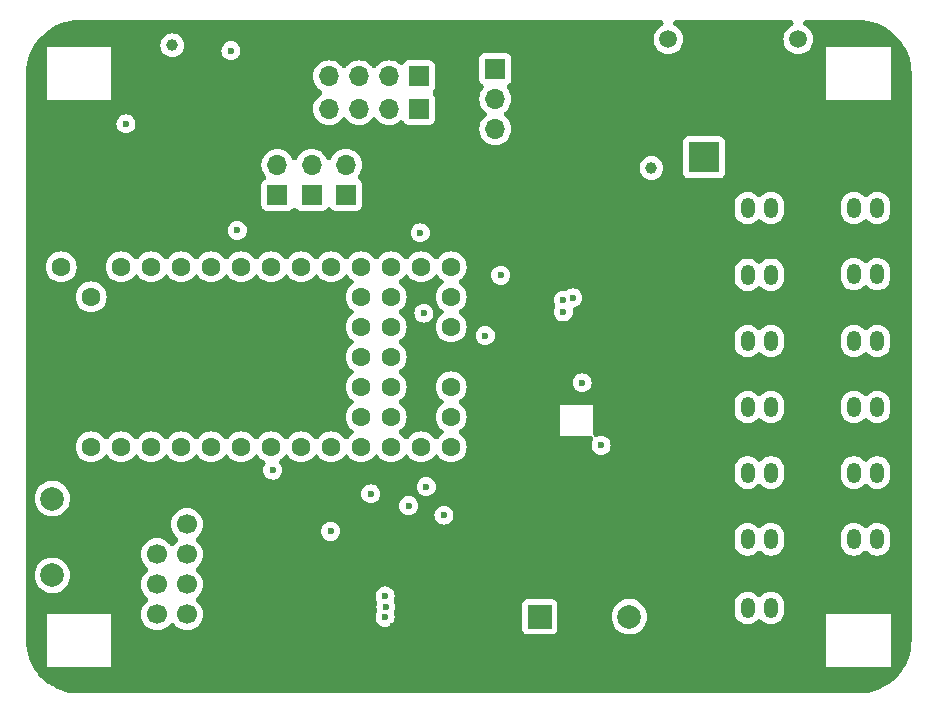
<source format=gbr>
%TF.GenerationSoftware,KiCad,Pcbnew,8.0.8*%
%TF.CreationDate,2025-01-20T15:00:34+07:00*%
%TF.ProjectId,Teensy4.0,5465656e-7379-4342-9e30-2e6b69636164,rev?*%
%TF.SameCoordinates,Original*%
%TF.FileFunction,Copper,L3,Inr*%
%TF.FilePolarity,Positive*%
%FSLAX46Y46*%
G04 Gerber Fmt 4.6, Leading zero omitted, Abs format (unit mm)*
G04 Created by KiCad (PCBNEW 8.0.8) date 2025-01-20 15:00:34*
%MOMM*%
%LPD*%
G01*
G04 APERTURE LIST*
G04 Aperture macros list*
%AMRoundRect*
0 Rectangle with rounded corners*
0 $1 Rounding radius*
0 $2 $3 $4 $5 $6 $7 $8 $9 X,Y pos of 4 corners*
0 Add a 4 corners polygon primitive as box body*
4,1,4,$2,$3,$4,$5,$6,$7,$8,$9,$2,$3,0*
0 Add four circle primitives for the rounded corners*
1,1,$1+$1,$2,$3*
1,1,$1+$1,$4,$5*
1,1,$1+$1,$6,$7*
1,1,$1+$1,$8,$9*
0 Add four rect primitives between the rounded corners*
20,1,$1+$1,$2,$3,$4,$5,0*
20,1,$1+$1,$4,$5,$6,$7,0*
20,1,$1+$1,$6,$7,$8,$9,0*
20,1,$1+$1,$8,$9,$2,$3,0*%
G04 Aperture macros list end*
%TA.AperFunction,ComponentPad*%
%ADD10RoundRect,0.250000X-0.350000X-0.625000X0.350000X-0.625000X0.350000X0.625000X-0.350000X0.625000X0*%
%TD*%
%TA.AperFunction,ComponentPad*%
%ADD11O,1.200000X1.750000*%
%TD*%
%TA.AperFunction,ComponentPad*%
%ADD12R,2.000000X2.000000*%
%TD*%
%TA.AperFunction,ComponentPad*%
%ADD13C,2.000000*%
%TD*%
%TA.AperFunction,ComponentPad*%
%ADD14R,1.700000X1.700000*%
%TD*%
%TA.AperFunction,ComponentPad*%
%ADD15O,1.700000X1.700000*%
%TD*%
%TA.AperFunction,ComponentPad*%
%ADD16C,1.700000*%
%TD*%
%TA.AperFunction,ComponentPad*%
%ADD17C,1.600000*%
%TD*%
%TA.AperFunction,ComponentPad*%
%ADD18C,2.550000*%
%TD*%
%TA.AperFunction,ComponentPad*%
%ADD19R,2.550000X2.550000*%
%TD*%
%TA.AperFunction,ComponentPad*%
%ADD20C,1.508000*%
%TD*%
%TA.AperFunction,ViaPad*%
%ADD21C,1.000000*%
%TD*%
%TA.AperFunction,ViaPad*%
%ADD22C,0.600000*%
%TD*%
G04 APERTURE END LIST*
D10*
%TO.N,GND*%
%TO.C,servo1*%
X172600000Y-102250000D03*
D11*
%TO.N,VCC*%
X174600000Y-102250000D03*
%TO.N,Net-(IC2-A2)*%
X176600000Y-102250000D03*
%TD*%
D12*
%TO.N,+5V*%
%TO.C,BZ1*%
X148000000Y-120000000D03*
D13*
%TO.N,Net-(BZ1--)*%
X155600000Y-120000000D03*
%TD*%
D14*
%TO.N,Net-(J1-Pin_1)*%
%TO.C,J1*%
X137790000Y-74250000D03*
D15*
%TO.N,Net-(J1-Pin_2)*%
X135250000Y-74250000D03*
%TO.N,Net-(J1-Pin_3)*%
X132710000Y-74250000D03*
%TO.N,Net-(J1-Pin_4)*%
X130170000Y-74250000D03*
%TD*%
D10*
%TO.N,GND*%
%TO.C,servo13*%
X172600000Y-96650000D03*
D11*
%TO.N,VCC*%
X174600000Y-96650000D03*
%TO.N,Net-(IC2-A2)*%
X176600000Y-96650000D03*
%TD*%
D14*
%TO.N,GND*%
%TO.C,U2*%
X115610500Y-112175000D03*
D16*
%TO.N,+3V3*%
X118150500Y-112175000D03*
%TO.N,/NRF_CE*%
X115610500Y-114715000D03*
%TO.N,/NRF_CSN*%
X118150500Y-114715000D03*
%TO.N,/NRF_SCK*%
X115610500Y-117255000D03*
%TO.N,/NRF_MOSI*%
X118150500Y-117255000D03*
%TO.N,/NRF_MISO*%
X115610500Y-119795000D03*
%TO.N,unconnected-(U2-IRQ-Pad8)*%
X118150500Y-119795000D03*
%TD*%
D10*
%TO.N,GND*%
%TO.C,servo11*%
X172600000Y-85400000D03*
D11*
%TO.N,VCC*%
X174600000Y-85400000D03*
%TO.N,Net-(IC2-A2)*%
X176600000Y-85400000D03*
%TD*%
D10*
%TO.N,GND*%
%TO.C,servo5*%
X163600000Y-107800000D03*
D11*
%TO.N,VCC*%
X165600000Y-107800000D03*
%TO.N,Net-(IC2-A2)*%
X167600000Y-107800000D03*
%TD*%
D10*
%TO.N,GND*%
%TO.C,servo4*%
X163600000Y-119250000D03*
D11*
%TO.N,VCC*%
X165600000Y-119250000D03*
%TO.N,Net-(IC2-A2)*%
X167600000Y-119250000D03*
%TD*%
D14*
%TO.N,+5V*%
%TO.C,5V*%
X144250000Y-73630000D03*
D15*
X144250000Y-76170000D03*
X144250000Y-78710000D03*
%TD*%
D10*
%TO.N,GND*%
%TO.C,servo2*%
X163600000Y-113450000D03*
D11*
%TO.N,VCC*%
X165600000Y-113450000D03*
%TO.N,Net-(IC2-A2)*%
X167600000Y-113450000D03*
%TD*%
D14*
%TO.N,/serial_rx4*%
%TO.C,S4*%
X125800000Y-84300000D03*
D15*
%TO.N,/serial_tx4*%
X125800000Y-81760000D03*
%TD*%
D10*
%TO.N,GND*%
%TO.C,servo10*%
X163600000Y-102250000D03*
D11*
%TO.N,VCC*%
X165600000Y-102250000D03*
%TO.N,Net-(IC2-A2)*%
X167600000Y-102250000D03*
%TD*%
D14*
%TO.N,/serial_rx2*%
%TO.C,S2*%
X131600000Y-84275000D03*
D15*
%TO.N,/serial_tx2*%
X131600000Y-81735000D03*
%TD*%
D17*
%TO.N,GND*%
%TO.C,U1*%
X107490000Y-105620000D03*
%TO.N,/servo_rx*%
X110030000Y-105620000D03*
%TO.N,/servo_tx*%
X112570000Y-105620000D03*
%TO.N,/servo_dir*%
X115110000Y-105620000D03*
%TO.N,/button*%
X117650000Y-105620000D03*
%TO.N,/buzzer*%
X120190000Y-105620000D03*
%TO.N,unconnected-(U1-5_IN2-Pad7)*%
X122730000Y-105620000D03*
%TO.N,unconnected-(U1-6_OUT1D-Pad8)*%
X125270000Y-105620000D03*
%TO.N,/serial_rx2*%
X127810000Y-105620000D03*
%TO.N,/serial_tx2*%
X130350000Y-105620000D03*
%TO.N,/NRF_CE*%
X132890000Y-105620000D03*
%TO.N,/NRF_CSN*%
X135430000Y-105620000D03*
%TO.N,/NRF_MOSI*%
X137970000Y-105620000D03*
%TO.N,/NRF_MISO*%
X140510000Y-105620000D03*
%TO.N,unconnected-(U1-VBAT-Pad15)*%
X140510000Y-103080000D03*
%TO.N,unconnected-(U1-3V3-Pad16)*%
X140510000Y-100540000D03*
%TO.N,GND*%
X140510000Y-98000000D03*
%TO.N,unconnected-(U1-PROGRAM-Pad18)*%
X140510000Y-95460000D03*
%TO.N,unconnected-(U1-ON_OFF-Pad19)*%
X140510000Y-92920000D03*
%TO.N,/NRF_SCK*%
X140510000Y-90380000D03*
%TO.N,/serial_tx3*%
X137970000Y-90380000D03*
%TO.N,/serial_rx3*%
X135430000Y-90380000D03*
%TO.N,/serial_rx4*%
X132890000Y-90380000D03*
%TO.N,/serial_tx4*%
X130350000Y-90380000D03*
%TO.N,/SDA*%
X127810000Y-90380000D03*
%TO.N,/SCL*%
X125270000Y-90380000D03*
%TO.N,/ICM_INT*%
X122730000Y-90380000D03*
%TO.N,unconnected-(U1-21_A7_RX5_BCLK1-Pad28)*%
X120190000Y-90380000D03*
%TO.N,unconnected-(U1-22_A8_CTX1-Pad29)*%
X117650000Y-90380000D03*
%TO.N,unconnected-(U1-23_A9_CRX1_MCLK1-Pad30)*%
X115110000Y-90380000D03*
%TO.N,+3V3*%
X112570000Y-90380000D03*
%TO.N,GND*%
X110030000Y-90380000D03*
%TO.N,+5V*%
X107490000Y-90380000D03*
%TO.N,unconnected-(U1-VUSB-Pad34)*%
X110030000Y-92920000D03*
%TO.N,Net-(J1-Pin_1)*%
X135430000Y-92920000D03*
%TO.N,Net-(J1-Pin_2)*%
X132890000Y-92920000D03*
%TO.N,Net-(J1-Pin_3)*%
X135430000Y-95460000D03*
%TO.N,Net-(J1-Pin_4)*%
X132890000Y-95460000D03*
%TO.N,Net-(J2-Pin_1)*%
X135430000Y-98000000D03*
%TO.N,Net-(J2-Pin_2)*%
X132890000Y-98000000D03*
%TO.N,Net-(J2-Pin_3)*%
X135430000Y-100540000D03*
%TO.N,Net-(J2-Pin_4)*%
X132890000Y-100540000D03*
%TO.N,unconnected-(U1-32_OUT1B-Pad43)*%
X135430000Y-103080000D03*
%TO.N,unconnected-(U1-33_MCLK2-Pad44)*%
X132890000Y-103080000D03*
%TD*%
D10*
%TO.N,GND*%
%TO.C,servo3*%
X163600000Y-96650000D03*
D11*
%TO.N,VCC*%
X165600000Y-96650000D03*
%TO.N,Net-(IC2-A2)*%
X167600000Y-96650000D03*
%TD*%
D10*
%TO.N,GND*%
%TO.C,servo9*%
X172600000Y-91000000D03*
D11*
%TO.N,VCC*%
X174600000Y-91000000D03*
%TO.N,Net-(IC2-A2)*%
X176600000Y-91000000D03*
%TD*%
D13*
%TO.N,/button*%
%TO.C,button1*%
X106750000Y-116500000D03*
X106750000Y-110000000D03*
%TO.N,GND*%
X111250000Y-116500000D03*
X111250000Y-110000000D03*
%TD*%
D14*
%TO.N,Net-(J2-Pin_1)*%
%TO.C,J2*%
X137790000Y-77000000D03*
D15*
%TO.N,Net-(J2-Pin_2)*%
X135250000Y-77000000D03*
%TO.N,Net-(J2-Pin_3)*%
X132710000Y-77000000D03*
%TO.N,Net-(J2-Pin_4)*%
X130170000Y-77000000D03*
%TD*%
D14*
%TO.N,/serial_rx3*%
%TO.C,S3*%
X128700000Y-84300000D03*
D15*
%TO.N,/serial_tx3*%
X128700000Y-81760000D03*
%TD*%
D18*
%TO.N,GND*%
%TO.C,Main Power*%
X166900000Y-81105750D03*
D19*
%TO.N,VCC*%
X161900000Y-81105750D03*
D20*
%TO.N,N/C*%
X169900000Y-71105750D03*
X158900000Y-71105750D03*
%TD*%
D10*
%TO.N,GND*%
%TO.C,servo12*%
X163600000Y-91050000D03*
D11*
%TO.N,VCC*%
X165600000Y-91050000D03*
%TO.N,Net-(IC2-A2)*%
X167600000Y-91050000D03*
%TD*%
D10*
%TO.N,GND*%
%TO.C,servo8*%
X172600000Y-113450000D03*
D11*
%TO.N,VCC*%
X174600000Y-113450000D03*
%TO.N,Net-(IC2-A2)*%
X176600000Y-113450000D03*
%TD*%
D10*
%TO.N,GND*%
%TO.C,servo6*%
X163600000Y-85400000D03*
D11*
%TO.N,VCC*%
X165600000Y-85400000D03*
%TO.N,Net-(IC2-A2)*%
X167600000Y-85400000D03*
%TD*%
D10*
%TO.N,GND*%
%TO.C,servo7*%
X172600000Y-107800000D03*
D11*
%TO.N,VCC*%
X174600000Y-107800000D03*
%TO.N,Net-(IC2-A2)*%
X176600000Y-107800000D03*
%TD*%
D14*
%TO.N,GND*%
%TO.C,GND*%
X141500000Y-73670000D03*
D15*
X141500000Y-76210000D03*
X141500000Y-78750000D03*
%TD*%
D21*
%TO.N,+5V*%
X157461715Y-82005718D03*
D22*
X139900000Y-111400000D03*
X121864000Y-72080000D03*
D21*
X116900000Y-71625002D03*
D22*
X112973718Y-78273718D03*
D21*
%TO.N,GND*%
X171750000Y-70500000D03*
D22*
X148800000Y-94200000D03*
X138430000Y-97028000D03*
X142500000Y-83500000D03*
D21*
X120586890Y-75413110D03*
X112268000Y-82042000D03*
X138587499Y-119031000D03*
X149000000Y-88500000D03*
D22*
X107950000Y-107442000D03*
X154900000Y-112100000D03*
D21*
X151178000Y-97422000D03*
X121800000Y-103100000D03*
X128400000Y-108200000D03*
X112500000Y-71000000D03*
X108966000Y-115570000D03*
X158800000Y-91400000D03*
X136500000Y-124000000D03*
X128300000Y-120700000D03*
X167300000Y-125100000D03*
D22*
X122936000Y-72644000D03*
D21*
X106500000Y-78000000D03*
X115570000Y-86868000D03*
X175100000Y-80800000D03*
X121700000Y-110000000D03*
D22*
X134400000Y-113000000D03*
D21*
X149000000Y-84000000D03*
D22*
X135600500Y-120762000D03*
D21*
X115500000Y-93900000D03*
X146100000Y-106700000D03*
D22*
X108966000Y-104140000D03*
D21*
X147500000Y-77500000D03*
X128900000Y-102300000D03*
X111250000Y-125500000D03*
X159900000Y-105300000D03*
X178250000Y-77750000D03*
D22*
X158000000Y-101500000D03*
X120373718Y-80725002D03*
X138600000Y-117200000D03*
X138430000Y-99949000D03*
X142800000Y-115200000D03*
X122073718Y-80725002D03*
D21*
X151900000Y-119000000D03*
X105250000Y-119000000D03*
X150500000Y-91000000D03*
X155900000Y-70800000D03*
X147500000Y-111500000D03*
X107700000Y-95100000D03*
X126492000Y-75692000D03*
X178500000Y-118000000D03*
X164400000Y-72900000D03*
X159000000Y-123000000D03*
D22*
X110490000Y-88392000D03*
D21*
X116500000Y-124300000D03*
X118200000Y-78700000D03*
X159000000Y-116200000D03*
D22*
%TO.N,+3V3*%
X138400000Y-109000000D03*
X136906000Y-110600000D03*
%TO.N,+1V8*%
X143400000Y-96200000D03*
X144700000Y-91100000D03*
%TO.N,Net-(J2-Pin_1)*%
X137900000Y-87500000D03*
X138200000Y-94300000D03*
%TO.N,/SDA*%
X150000000Y-94200000D03*
%TO.N,/SCL*%
X150000000Y-93200000D03*
%TO.N,/buzzer*%
X133700000Y-109600000D03*
X125400000Y-107600000D03*
%TO.N,/serial_rx2*%
X122400000Y-87300000D03*
%TO.N,/servo_tx*%
X134981250Y-119181250D03*
%TO.N,/NRF_SCK*%
X130302000Y-112776000D03*
%TO.N,/servo_dir*%
X134912500Y-118250000D03*
%TO.N,/servo_rx*%
X134912500Y-120050000D03*
%TO.N,/ICM_INT*%
X150800000Y-93000000D03*
%TO.N,/INT_1V8*%
X153200000Y-105500000D03*
X151600000Y-100200000D03*
%TD*%
%TA.AperFunction,Conductor*%
%TO.N,GND*%
G36*
X158346193Y-69519454D02*
G01*
X158426975Y-69573430D01*
X158480951Y-69654212D01*
X158499905Y-69749500D01*
X158480951Y-69844788D01*
X158426975Y-69925570D01*
X158356138Y-69975169D01*
X158270354Y-70015171D01*
X158270349Y-70015174D01*
X158090544Y-70141075D01*
X157935325Y-70296294D01*
X157809424Y-70476099D01*
X157809423Y-70476100D01*
X157716650Y-70675053D01*
X157716649Y-70675056D01*
X157659841Y-70887066D01*
X157659839Y-70887072D01*
X157659839Y-70887076D01*
X157640708Y-71105750D01*
X157657232Y-71294630D01*
X157659839Y-71324421D01*
X157659841Y-71324433D01*
X157716649Y-71536443D01*
X157716650Y-71536446D01*
X157716652Y-71536451D01*
X157716653Y-71536453D01*
X157809421Y-71735396D01*
X157935326Y-71915207D01*
X158090543Y-72070424D01*
X158270354Y-72196329D01*
X158469297Y-72289097D01*
X158469301Y-72289098D01*
X158469303Y-72289099D01*
X158469306Y-72289100D01*
X158606563Y-72325878D01*
X158681326Y-72345911D01*
X158900000Y-72365042D01*
X159118674Y-72345911D01*
X159255940Y-72309129D01*
X159330693Y-72289100D01*
X159330696Y-72289099D01*
X159330696Y-72289098D01*
X159330703Y-72289097D01*
X159529646Y-72196329D01*
X159709457Y-72070424D01*
X159864674Y-71915207D01*
X159990579Y-71735396D01*
X160083347Y-71536453D01*
X160140161Y-71324424D01*
X160159292Y-71105750D01*
X160140161Y-70887076D01*
X160113905Y-70789090D01*
X160083350Y-70675056D01*
X160083349Y-70675053D01*
X160083348Y-70675051D01*
X160083347Y-70675047D01*
X159990579Y-70476104D01*
X159864674Y-70296293D01*
X159709457Y-70141076D01*
X159529646Y-70015171D01*
X159443862Y-69975169D01*
X159365513Y-69917722D01*
X159315112Y-69834664D01*
X159300332Y-69738639D01*
X159323424Y-69644269D01*
X159380873Y-69565918D01*
X159463931Y-69515517D01*
X159549095Y-69500500D01*
X169250905Y-69500500D01*
X169346193Y-69519454D01*
X169426975Y-69573430D01*
X169480951Y-69654212D01*
X169499905Y-69749500D01*
X169480951Y-69844788D01*
X169426975Y-69925570D01*
X169356138Y-69975169D01*
X169270354Y-70015171D01*
X169270349Y-70015174D01*
X169090544Y-70141075D01*
X168935325Y-70296294D01*
X168809424Y-70476099D01*
X168809423Y-70476100D01*
X168716650Y-70675053D01*
X168716649Y-70675056D01*
X168659841Y-70887066D01*
X168659839Y-70887072D01*
X168659839Y-70887076D01*
X168640708Y-71105750D01*
X168657232Y-71294630D01*
X168659839Y-71324421D01*
X168659841Y-71324433D01*
X168716649Y-71536443D01*
X168716650Y-71536446D01*
X168716652Y-71536451D01*
X168716653Y-71536453D01*
X168809421Y-71735396D01*
X168935326Y-71915207D01*
X169090543Y-72070424D01*
X169270354Y-72196329D01*
X169469297Y-72289097D01*
X169469301Y-72289098D01*
X169469303Y-72289099D01*
X169469306Y-72289100D01*
X169606563Y-72325878D01*
X169681326Y-72345911D01*
X169900000Y-72365042D01*
X170118674Y-72345911D01*
X170255940Y-72309129D01*
X170330693Y-72289100D01*
X170330696Y-72289099D01*
X170330696Y-72289098D01*
X170330703Y-72289097D01*
X170529646Y-72196329D01*
X170709457Y-72070424D01*
X170864674Y-71915207D01*
X170990579Y-71735396D01*
X171083347Y-71536453D01*
X171140161Y-71324424D01*
X171159292Y-71105750D01*
X171140161Y-70887076D01*
X171113905Y-70789090D01*
X171083350Y-70675056D01*
X171083349Y-70675053D01*
X171083348Y-70675051D01*
X171083347Y-70675047D01*
X170990579Y-70476104D01*
X170864674Y-70296293D01*
X170709457Y-70141076D01*
X170529646Y-70015171D01*
X170443862Y-69975169D01*
X170365513Y-69917722D01*
X170315112Y-69834664D01*
X170300332Y-69738639D01*
X170323424Y-69644269D01*
X170380873Y-69565918D01*
X170463931Y-69515517D01*
X170549095Y-69500500D01*
X174934108Y-69500500D01*
X174994567Y-69500500D01*
X175005428Y-69500737D01*
X175381306Y-69517148D01*
X175402917Y-69519038D01*
X175758999Y-69565918D01*
X175770552Y-69567439D01*
X175791943Y-69571211D01*
X175857737Y-69585797D01*
X176153956Y-69651467D01*
X176174908Y-69657081D01*
X176528566Y-69768588D01*
X176548954Y-69776009D01*
X176891534Y-69917910D01*
X176911208Y-69927085D01*
X177240111Y-70098302D01*
X177258918Y-70109160D01*
X177571643Y-70308386D01*
X177589424Y-70320837D01*
X177791767Y-70476100D01*
X177883600Y-70546566D01*
X177900240Y-70560529D01*
X178173611Y-70811028D01*
X178188971Y-70826388D01*
X178439470Y-71099759D01*
X178453431Y-71116397D01*
X178590194Y-71294630D01*
X178679157Y-71410568D01*
X178691617Y-71428363D01*
X178890837Y-71741077D01*
X178901697Y-71759888D01*
X179072914Y-72088791D01*
X179082093Y-72108476D01*
X179155588Y-72285908D01*
X179223985Y-72451032D01*
X179231415Y-72471445D01*
X179342914Y-72825076D01*
X179348536Y-72846058D01*
X179428788Y-73208056D01*
X179432560Y-73229447D01*
X179480959Y-73597066D01*
X179482852Y-73618706D01*
X179499263Y-73994570D01*
X179499500Y-74005432D01*
X179499500Y-121994567D01*
X179499263Y-122005429D01*
X179482852Y-122381293D01*
X179480959Y-122402933D01*
X179432560Y-122770552D01*
X179428788Y-122791943D01*
X179348536Y-123153941D01*
X179342914Y-123174923D01*
X179231415Y-123528554D01*
X179223985Y-123548967D01*
X179082095Y-123891520D01*
X179072914Y-123911208D01*
X178901697Y-124240111D01*
X178890837Y-124258922D01*
X178691617Y-124571636D01*
X178679157Y-124589431D01*
X178453433Y-124883600D01*
X178439470Y-124900240D01*
X178188971Y-125173611D01*
X178173611Y-125188971D01*
X177900240Y-125439470D01*
X177883600Y-125453433D01*
X177589431Y-125679157D01*
X177571636Y-125691617D01*
X177258922Y-125890837D01*
X177240111Y-125901697D01*
X176911208Y-126072914D01*
X176891520Y-126082095D01*
X176548967Y-126223985D01*
X176528554Y-126231415D01*
X176174923Y-126342914D01*
X176153941Y-126348536D01*
X175791943Y-126428788D01*
X175770552Y-126432560D01*
X175402933Y-126480959D01*
X175381293Y-126482852D01*
X175042023Y-126497665D01*
X175005427Y-126499263D01*
X174994567Y-126499500D01*
X109005433Y-126499500D01*
X108994572Y-126499263D01*
X108618707Y-126482852D01*
X108597066Y-126480959D01*
X108229447Y-126432560D01*
X108208056Y-126428788D01*
X107846058Y-126348536D01*
X107825076Y-126342914D01*
X107471445Y-126231415D01*
X107451032Y-126223985D01*
X107108479Y-126082095D01*
X107088791Y-126072914D01*
X106759888Y-125901697D01*
X106741077Y-125890837D01*
X106428363Y-125691617D01*
X106410568Y-125679157D01*
X106116399Y-125453433D01*
X106099759Y-125439470D01*
X105826388Y-125188971D01*
X105811028Y-125173611D01*
X105560529Y-124900240D01*
X105546566Y-124883600D01*
X105320842Y-124589431D01*
X105308382Y-124571636D01*
X105109162Y-124258922D01*
X105104011Y-124250000D01*
X106250000Y-124250000D01*
X106250001Y-124250000D01*
X111749999Y-124250000D01*
X111750000Y-124250000D01*
X172250000Y-124250000D01*
X172250001Y-124250000D01*
X177749999Y-124250000D01*
X177750000Y-124250000D01*
X177750000Y-119750000D01*
X172250000Y-119750000D01*
X172250000Y-124250000D01*
X111750000Y-124250000D01*
X111750000Y-119750000D01*
X106250000Y-119750000D01*
X106250000Y-124250000D01*
X105104011Y-124250000D01*
X105098302Y-124240111D01*
X104927085Y-123911208D01*
X104917910Y-123891534D01*
X104776009Y-123548954D01*
X104768588Y-123528566D01*
X104657081Y-123174908D01*
X104651467Y-123153956D01*
X104571211Y-122791943D01*
X104567439Y-122770552D01*
X104555643Y-122680953D01*
X104519038Y-122402917D01*
X104517148Y-122381306D01*
X104500737Y-122005428D01*
X104500500Y-121994567D01*
X104500500Y-116500000D01*
X105244357Y-116500000D01*
X105264892Y-116747823D01*
X105264894Y-116747831D01*
X105325935Y-116988874D01*
X105325936Y-116988878D01*
X105425825Y-117216603D01*
X105425828Y-117216608D01*
X105561830Y-117424778D01*
X105561836Y-117424785D01*
X105730248Y-117607730D01*
X105730252Y-117607733D01*
X105730256Y-117607738D01*
X105730260Y-117607741D01*
X105730261Y-117607742D01*
X105926485Y-117760470D01*
X105926487Y-117760471D01*
X105926491Y-117760474D01*
X106123627Y-117867159D01*
X106137192Y-117874500D01*
X106145190Y-117878828D01*
X106208231Y-117900470D01*
X106380378Y-117959569D01*
X106380382Y-117959569D01*
X106380386Y-117959571D01*
X106625665Y-118000500D01*
X106874335Y-118000500D01*
X107119614Y-117959571D01*
X107119618Y-117959569D01*
X107119621Y-117959569D01*
X107209077Y-117928858D01*
X107354810Y-117878828D01*
X107573509Y-117760474D01*
X107769744Y-117607738D01*
X107938164Y-117424785D01*
X108074173Y-117216607D01*
X108174063Y-116988881D01*
X108235108Y-116747821D01*
X108255643Y-116500000D01*
X108235108Y-116252179D01*
X108174063Y-116011119D01*
X108074173Y-115783393D01*
X108020997Y-115702001D01*
X107938169Y-115575221D01*
X107938163Y-115575214D01*
X107769751Y-115392269D01*
X107769747Y-115392265D01*
X107769744Y-115392262D01*
X107769738Y-115392257D01*
X107573514Y-115239529D01*
X107573510Y-115239526D01*
X107573509Y-115239526D01*
X107461039Y-115178660D01*
X107354811Y-115121172D01*
X107119621Y-115040430D01*
X107119610Y-115040428D01*
X106874335Y-114999500D01*
X106625665Y-114999500D01*
X106380389Y-115040428D01*
X106380378Y-115040430D01*
X106145188Y-115121172D01*
X105926485Y-115239529D01*
X105730261Y-115392257D01*
X105730248Y-115392269D01*
X105561836Y-115575214D01*
X105561830Y-115575221D01*
X105425828Y-115783391D01*
X105425825Y-115783396D01*
X105325936Y-116011121D01*
X105325935Y-116011125D01*
X105264894Y-116252168D01*
X105264892Y-116252176D01*
X105244357Y-116500000D01*
X104500500Y-116500000D01*
X104500500Y-114714994D01*
X114254841Y-114714994D01*
X114254841Y-114715005D01*
X114275435Y-114950401D01*
X114321192Y-115121172D01*
X114336597Y-115178663D01*
X114436198Y-115392257D01*
X114436465Y-115392830D01*
X114564176Y-115575221D01*
X114572005Y-115586401D01*
X114739099Y-115753495D01*
X114778425Y-115781031D01*
X114845607Y-115851209D01*
X114880821Y-115941758D01*
X114878702Y-116038890D01*
X114839574Y-116127818D01*
X114778428Y-116188965D01*
X114739103Y-116216501D01*
X114572004Y-116383600D01*
X114436465Y-116577169D01*
X114436461Y-116577177D01*
X114336598Y-116791333D01*
X114336597Y-116791335D01*
X114275435Y-117019598D01*
X114254841Y-117254994D01*
X114254841Y-117255005D01*
X114275435Y-117490401D01*
X114336596Y-117718660D01*
X114436465Y-117932830D01*
X114533040Y-118070754D01*
X114572005Y-118126401D01*
X114739099Y-118293495D01*
X114778425Y-118321031D01*
X114845607Y-118391209D01*
X114880821Y-118481758D01*
X114878702Y-118578890D01*
X114839574Y-118667818D01*
X114778428Y-118728965D01*
X114739103Y-118756501D01*
X114572004Y-118923600D01*
X114436465Y-119117169D01*
X114436461Y-119117177D01*
X114336598Y-119331333D01*
X114336597Y-119331335D01*
X114275435Y-119559598D01*
X114254841Y-119794994D01*
X114254841Y-119795005D01*
X114275435Y-120030401D01*
X114336596Y-120258660D01*
X114436465Y-120472830D01*
X114524391Y-120598402D01*
X114572005Y-120666401D01*
X114739099Y-120833495D01*
X114932670Y-120969035D01*
X115146837Y-121068903D01*
X115375092Y-121130063D01*
X115375095Y-121130063D01*
X115375098Y-121130064D01*
X115610495Y-121150659D01*
X115610500Y-121150659D01*
X115610505Y-121150659D01*
X115845901Y-121130064D01*
X115845903Y-121130063D01*
X115845908Y-121130063D01*
X116074163Y-121068903D01*
X116288330Y-120969035D01*
X116481901Y-120833495D01*
X116648995Y-120666401D01*
X116676532Y-120627074D01*
X116746711Y-120559891D01*
X116837260Y-120524678D01*
X116934392Y-120526797D01*
X117023319Y-120565925D01*
X117084467Y-120627073D01*
X117112005Y-120666401D01*
X117279099Y-120833495D01*
X117472670Y-120969035D01*
X117686837Y-121068903D01*
X117915092Y-121130063D01*
X117915095Y-121130063D01*
X117915098Y-121130064D01*
X118150495Y-121150659D01*
X118150500Y-121150659D01*
X118150505Y-121150659D01*
X118385901Y-121130064D01*
X118385903Y-121130063D01*
X118385908Y-121130063D01*
X118614163Y-121068903D01*
X118828330Y-120969035D01*
X119021901Y-120833495D01*
X119188995Y-120666401D01*
X119324535Y-120472830D01*
X119424403Y-120258663D01*
X119485563Y-120030408D01*
X119485564Y-120030401D01*
X119506159Y-119795005D01*
X119506159Y-119794994D01*
X119485564Y-119559598D01*
X119485563Y-119559595D01*
X119485563Y-119559592D01*
X119424403Y-119331337D01*
X119324535Y-119117171D01*
X119295161Y-119075221D01*
X119259347Y-119024072D01*
X119188995Y-118923599D01*
X119021901Y-118756505D01*
X118982574Y-118728967D01*
X118915391Y-118658789D01*
X118880178Y-118568240D01*
X118882297Y-118471108D01*
X118921425Y-118382181D01*
X118982573Y-118321032D01*
X119021901Y-118293495D01*
X119065400Y-118249996D01*
X134106935Y-118249996D01*
X134106935Y-118250003D01*
X134127130Y-118429245D01*
X134127131Y-118429250D01*
X134127132Y-118429255D01*
X134186711Y-118599522D01*
X134213687Y-118642454D01*
X134219262Y-118651326D01*
X134253909Y-118742093D01*
X134251184Y-118839210D01*
X134243454Y-118866041D01*
X134195882Y-119001993D01*
X134195880Y-119002004D01*
X134175685Y-119181246D01*
X134175685Y-119181253D01*
X134195880Y-119360495D01*
X134195883Y-119360509D01*
X134229407Y-119456316D01*
X134242988Y-119552517D01*
X134218721Y-119646592D01*
X134205219Y-119671020D01*
X134200373Y-119678735D01*
X134186711Y-119700478D01*
X134186707Y-119700486D01*
X134127132Y-119870743D01*
X134127130Y-119870754D01*
X134106935Y-120049996D01*
X134106935Y-120050003D01*
X134127130Y-120229245D01*
X134127131Y-120229251D01*
X134127132Y-120229255D01*
X134186711Y-120399522D01*
X134186712Y-120399523D01*
X134186714Y-120399529D01*
X134282680Y-120552257D01*
X134282682Y-120552259D01*
X134282684Y-120552262D01*
X134410238Y-120679816D01*
X134410240Y-120679817D01*
X134410242Y-120679819D01*
X134562970Y-120775785D01*
X134562973Y-120775786D01*
X134562978Y-120775789D01*
X134733245Y-120835368D01*
X134733254Y-120835369D01*
X134912496Y-120855565D01*
X134912500Y-120855565D01*
X134912504Y-120855565D01*
X135052408Y-120839801D01*
X135091755Y-120835368D01*
X135262022Y-120775789D01*
X135262027Y-120775785D01*
X135262029Y-120775785D01*
X135414757Y-120679819D01*
X135414756Y-120679819D01*
X135414762Y-120679816D01*
X135542316Y-120552262D01*
X135582145Y-120488874D01*
X135638285Y-120399529D01*
X135638285Y-120399527D01*
X135638289Y-120399522D01*
X135697868Y-120229255D01*
X135703375Y-120180371D01*
X135718065Y-120050003D01*
X135718065Y-120049996D01*
X135697869Y-119870754D01*
X135697868Y-119870746D01*
X135671365Y-119795005D01*
X135664341Y-119774931D01*
X135650761Y-119678735D01*
X135675027Y-119584660D01*
X135688529Y-119560228D01*
X135707039Y-119530772D01*
X135766618Y-119360505D01*
X135786815Y-119181250D01*
X135769105Y-119024072D01*
X135766619Y-119002004D01*
X135766618Y-119001995D01*
X135749167Y-118952123D01*
X146499500Y-118952123D01*
X146499500Y-121047865D01*
X146499500Y-121047868D01*
X146499501Y-121047872D01*
X146501567Y-121067093D01*
X146505908Y-121107480D01*
X146505909Y-121107484D01*
X146556203Y-121242329D01*
X146556204Y-121242331D01*
X146642454Y-121357546D01*
X146757669Y-121443796D01*
X146892517Y-121494091D01*
X146952127Y-121500500D01*
X149047872Y-121500499D01*
X149107483Y-121494091D01*
X149242331Y-121443796D01*
X149357546Y-121357546D01*
X149443796Y-121242331D01*
X149494091Y-121107483D01*
X149500500Y-121047873D01*
X149500499Y-120000000D01*
X154094357Y-120000000D01*
X154114892Y-120247823D01*
X154114894Y-120247831D01*
X154170201Y-120466232D01*
X154175937Y-120488881D01*
X154200498Y-120544875D01*
X154275825Y-120716603D01*
X154275828Y-120716608D01*
X154411830Y-120924778D01*
X154411836Y-120924785D01*
X154580248Y-121107730D01*
X154580252Y-121107733D01*
X154580256Y-121107738D01*
X154580260Y-121107741D01*
X154580261Y-121107742D01*
X154776485Y-121260470D01*
X154776487Y-121260471D01*
X154776491Y-121260474D01*
X154995190Y-121378828D01*
X155064736Y-121402703D01*
X155230378Y-121459569D01*
X155230382Y-121459569D01*
X155230386Y-121459571D01*
X155475665Y-121500500D01*
X155724335Y-121500500D01*
X155969614Y-121459571D01*
X155969618Y-121459569D01*
X155969621Y-121459569D01*
X156059077Y-121428858D01*
X156204810Y-121378828D01*
X156423509Y-121260474D01*
X156619744Y-121107738D01*
X156788164Y-120924785D01*
X156924173Y-120716607D01*
X157024063Y-120488881D01*
X157085108Y-120247821D01*
X157105643Y-120000000D01*
X157085108Y-119752179D01*
X157024063Y-119511119D01*
X156924173Y-119283393D01*
X156857437Y-119181246D01*
X156788169Y-119075221D01*
X156788163Y-119075214D01*
X156619751Y-118892269D01*
X156619747Y-118892265D01*
X156619744Y-118892262D01*
X156619738Y-118892257D01*
X156614774Y-118888393D01*
X164499500Y-118888393D01*
X164499500Y-119611606D01*
X164499501Y-119611621D01*
X164525368Y-119774936D01*
X164526598Y-119782701D01*
X164530594Y-119795000D01*
X164580124Y-119947437D01*
X164580126Y-119947443D01*
X164658770Y-120101792D01*
X164760581Y-120241922D01*
X164760583Y-120241924D01*
X164760586Y-120241928D01*
X164883072Y-120364414D01*
X164883075Y-120364416D01*
X164883077Y-120364418D01*
X165023207Y-120466229D01*
X165023209Y-120466230D01*
X165023212Y-120466232D01*
X165177555Y-120544873D01*
X165342299Y-120598402D01*
X165513389Y-120625500D01*
X165513393Y-120625500D01*
X165686607Y-120625500D01*
X165686611Y-120625500D01*
X165857701Y-120598402D01*
X166022445Y-120544873D01*
X166176788Y-120466232D01*
X166316928Y-120364414D01*
X166423933Y-120257408D01*
X166504712Y-120203435D01*
X166600000Y-120184481D01*
X166695288Y-120203435D01*
X166776066Y-120257408D01*
X166883072Y-120364414D01*
X166883075Y-120364416D01*
X166883077Y-120364418D01*
X167023207Y-120466229D01*
X167023209Y-120466230D01*
X167023212Y-120466232D01*
X167177555Y-120544873D01*
X167342299Y-120598402D01*
X167513389Y-120625500D01*
X167513393Y-120625500D01*
X167686607Y-120625500D01*
X167686611Y-120625500D01*
X167857701Y-120598402D01*
X168022445Y-120544873D01*
X168176788Y-120466232D01*
X168316928Y-120364414D01*
X168439414Y-120241928D01*
X168541232Y-120101788D01*
X168619873Y-119947445D01*
X168673402Y-119782701D01*
X168700500Y-119611611D01*
X168700500Y-118888389D01*
X168673402Y-118717299D01*
X168619873Y-118552555D01*
X168541232Y-118398212D01*
X168541230Y-118398209D01*
X168541229Y-118398207D01*
X168439418Y-118258077D01*
X168439416Y-118258075D01*
X168439414Y-118258072D01*
X168316928Y-118135586D01*
X168316924Y-118135583D01*
X168316922Y-118135581D01*
X168176792Y-118033770D01*
X168022443Y-117955126D01*
X168022437Y-117955124D01*
X167928195Y-117924503D01*
X167857701Y-117901598D01*
X167857699Y-117901597D01*
X167857697Y-117901597D01*
X167686621Y-117874501D01*
X167686614Y-117874500D01*
X167686611Y-117874500D01*
X167513389Y-117874500D01*
X167513386Y-117874500D01*
X167513378Y-117874501D01*
X167342302Y-117901597D01*
X167177562Y-117955124D01*
X167177556Y-117955126D01*
X167023207Y-118033770D01*
X166883077Y-118135581D01*
X166883072Y-118135585D01*
X166883072Y-118135586D01*
X166776066Y-118242591D01*
X166695288Y-118296565D01*
X166600000Y-118315519D01*
X166504712Y-118296565D01*
X166423933Y-118242591D01*
X166316928Y-118135586D01*
X166316924Y-118135583D01*
X166316922Y-118135581D01*
X166176792Y-118033770D01*
X166022443Y-117955126D01*
X166022437Y-117955124D01*
X165928195Y-117924503D01*
X165857701Y-117901598D01*
X165857699Y-117901597D01*
X165857697Y-117901597D01*
X165686621Y-117874501D01*
X165686614Y-117874500D01*
X165686611Y-117874500D01*
X165513389Y-117874500D01*
X165513386Y-117874500D01*
X165513378Y-117874501D01*
X165342302Y-117901597D01*
X165177562Y-117955124D01*
X165177556Y-117955126D01*
X165023207Y-118033770D01*
X164883077Y-118135581D01*
X164760581Y-118258077D01*
X164658770Y-118398207D01*
X164580126Y-118552556D01*
X164580124Y-118552562D01*
X164526597Y-118717302D01*
X164499501Y-118888378D01*
X164499500Y-118888393D01*
X156614774Y-118888393D01*
X156423514Y-118739529D01*
X156423510Y-118739526D01*
X156423509Y-118739526D01*
X156311645Y-118678988D01*
X156204811Y-118621172D01*
X155969621Y-118540430D01*
X155969610Y-118540428D01*
X155724335Y-118499500D01*
X155475665Y-118499500D01*
X155230389Y-118540428D01*
X155230378Y-118540430D01*
X154995188Y-118621172D01*
X154776485Y-118739529D01*
X154580261Y-118892257D01*
X154580248Y-118892269D01*
X154411836Y-119075214D01*
X154411830Y-119075221D01*
X154275828Y-119283391D01*
X154275825Y-119283396D01*
X154175936Y-119511121D01*
X154175935Y-119511125D01*
X154114894Y-119752168D01*
X154114892Y-119752176D01*
X154094357Y-120000000D01*
X149500499Y-120000000D01*
X149500499Y-118952128D01*
X149494091Y-118892517D01*
X149443796Y-118757669D01*
X149357546Y-118642454D01*
X149242331Y-118556204D01*
X149158669Y-118525000D01*
X149107481Y-118505908D01*
X149047873Y-118499500D01*
X146952134Y-118499500D01*
X146952130Y-118499500D01*
X146952128Y-118499501D01*
X146939314Y-118500878D01*
X146892519Y-118505908D01*
X146892515Y-118505909D01*
X146757670Y-118556203D01*
X146642455Y-118642453D01*
X146642453Y-118642455D01*
X146556204Y-118757669D01*
X146505908Y-118892518D01*
X146499500Y-118952123D01*
X135749167Y-118952123D01*
X135707039Y-118831728D01*
X135674488Y-118779923D01*
X135639840Y-118689157D01*
X135642565Y-118592040D01*
X135650287Y-118565233D01*
X135697868Y-118429255D01*
X135710683Y-118315519D01*
X135718065Y-118250003D01*
X135718065Y-118249996D01*
X135697869Y-118070754D01*
X135697868Y-118070745D01*
X135638289Y-117900478D01*
X135638286Y-117900473D01*
X135638285Y-117900470D01*
X135542319Y-117747742D01*
X135542317Y-117747740D01*
X135542316Y-117747738D01*
X135414762Y-117620184D01*
X135414759Y-117620182D01*
X135414757Y-117620180D01*
X135262029Y-117524214D01*
X135262024Y-117524212D01*
X135262022Y-117524211D01*
X135091755Y-117464632D01*
X135091751Y-117464631D01*
X135091745Y-117464630D01*
X134912504Y-117444435D01*
X134912496Y-117444435D01*
X134733254Y-117464630D01*
X134733246Y-117464631D01*
X134733245Y-117464632D01*
X134562978Y-117524211D01*
X134562976Y-117524211D01*
X134562976Y-117524212D01*
X134562970Y-117524214D01*
X134410242Y-117620180D01*
X134282680Y-117747742D01*
X134186714Y-117900470D01*
X134186711Y-117900476D01*
X134186711Y-117900478D01*
X134142816Y-118025925D01*
X134127132Y-118070746D01*
X134127130Y-118070754D01*
X134106935Y-118249996D01*
X119065400Y-118249996D01*
X119188995Y-118126401D01*
X119324535Y-117932830D01*
X119424403Y-117718663D01*
X119485563Y-117490408D01*
X119485564Y-117490401D01*
X119506159Y-117255005D01*
X119506159Y-117254994D01*
X119485564Y-117019598D01*
X119485563Y-117019595D01*
X119485563Y-117019592D01*
X119424403Y-116791337D01*
X119324535Y-116577171D01*
X119188995Y-116383599D01*
X119021901Y-116216505D01*
X118982574Y-116188967D01*
X118915391Y-116118789D01*
X118880178Y-116028240D01*
X118882297Y-115931108D01*
X118921425Y-115842181D01*
X118982573Y-115781032D01*
X119021901Y-115753495D01*
X119188995Y-115586401D01*
X119324535Y-115392830D01*
X119424403Y-115178663D01*
X119485563Y-114950408D01*
X119485564Y-114950401D01*
X119506159Y-114715005D01*
X119506159Y-114714994D01*
X119485564Y-114479598D01*
X119485563Y-114479595D01*
X119485563Y-114479592D01*
X119424403Y-114251337D01*
X119324535Y-114037171D01*
X119188995Y-113843599D01*
X119021901Y-113676505D01*
X118982574Y-113648967D01*
X118915391Y-113578789D01*
X118880178Y-113488240D01*
X118882297Y-113391108D01*
X118921425Y-113302181D01*
X118982573Y-113241032D01*
X119021901Y-113213495D01*
X119188995Y-113046401D01*
X119324535Y-112852830D01*
X119360363Y-112775996D01*
X129496435Y-112775996D01*
X129496435Y-112776003D01*
X129516630Y-112955245D01*
X129516631Y-112955251D01*
X129516632Y-112955255D01*
X129576211Y-113125522D01*
X129576212Y-113125523D01*
X129576214Y-113125529D01*
X129672180Y-113278257D01*
X129672182Y-113278259D01*
X129672184Y-113278262D01*
X129799738Y-113405816D01*
X129799740Y-113405817D01*
X129799742Y-113405819D01*
X129952470Y-113501785D01*
X129952473Y-113501786D01*
X129952478Y-113501789D01*
X130122745Y-113561368D01*
X130122754Y-113561369D01*
X130301996Y-113581565D01*
X130302000Y-113581565D01*
X130302004Y-113581565D01*
X130441908Y-113565801D01*
X130481255Y-113561368D01*
X130651522Y-113501789D01*
X130651527Y-113501785D01*
X130651529Y-113501785D01*
X130804257Y-113405819D01*
X130804256Y-113405819D01*
X130804262Y-113405816D01*
X130931816Y-113278262D01*
X131027789Y-113125522D01*
X131040781Y-113088393D01*
X164499500Y-113088393D01*
X164499500Y-113811606D01*
X164499501Y-113811621D01*
X164521436Y-113950109D01*
X164526598Y-113982701D01*
X164549503Y-114053195D01*
X164580124Y-114147437D01*
X164580126Y-114147443D01*
X164658770Y-114301792D01*
X164760581Y-114441922D01*
X164760583Y-114441924D01*
X164760586Y-114441928D01*
X164883072Y-114564414D01*
X164883075Y-114564416D01*
X164883077Y-114564418D01*
X165023207Y-114666229D01*
X165023209Y-114666230D01*
X165023212Y-114666232D01*
X165177555Y-114744873D01*
X165342299Y-114798402D01*
X165513389Y-114825500D01*
X165513393Y-114825500D01*
X165686607Y-114825500D01*
X165686611Y-114825500D01*
X165857701Y-114798402D01*
X166022445Y-114744873D01*
X166176788Y-114666232D01*
X166316928Y-114564414D01*
X166423933Y-114457408D01*
X166504712Y-114403435D01*
X166600000Y-114384481D01*
X166695288Y-114403435D01*
X166776066Y-114457408D01*
X166883072Y-114564414D01*
X166883075Y-114564416D01*
X166883077Y-114564418D01*
X167023207Y-114666229D01*
X167023209Y-114666230D01*
X167023212Y-114666232D01*
X167177555Y-114744873D01*
X167342299Y-114798402D01*
X167513389Y-114825500D01*
X167513393Y-114825500D01*
X167686607Y-114825500D01*
X167686611Y-114825500D01*
X167857701Y-114798402D01*
X168022445Y-114744873D01*
X168176788Y-114666232D01*
X168316928Y-114564414D01*
X168439414Y-114441928D01*
X168541232Y-114301788D01*
X168619873Y-114147445D01*
X168673402Y-113982701D01*
X168700500Y-113811611D01*
X168700500Y-113088393D01*
X173499500Y-113088393D01*
X173499500Y-113811606D01*
X173499501Y-113811621D01*
X173521436Y-113950109D01*
X173526598Y-113982701D01*
X173549503Y-114053195D01*
X173580124Y-114147437D01*
X173580126Y-114147443D01*
X173658770Y-114301792D01*
X173760581Y-114441922D01*
X173760583Y-114441924D01*
X173760586Y-114441928D01*
X173883072Y-114564414D01*
X173883075Y-114564416D01*
X173883077Y-114564418D01*
X174023207Y-114666229D01*
X174023209Y-114666230D01*
X174023212Y-114666232D01*
X174177555Y-114744873D01*
X174342299Y-114798402D01*
X174513389Y-114825500D01*
X174513393Y-114825500D01*
X174686607Y-114825500D01*
X174686611Y-114825500D01*
X174857701Y-114798402D01*
X175022445Y-114744873D01*
X175176788Y-114666232D01*
X175316928Y-114564414D01*
X175423933Y-114457408D01*
X175504712Y-114403435D01*
X175600000Y-114384481D01*
X175695288Y-114403435D01*
X175776066Y-114457408D01*
X175883072Y-114564414D01*
X175883075Y-114564416D01*
X175883077Y-114564418D01*
X176023207Y-114666229D01*
X176023209Y-114666230D01*
X176023212Y-114666232D01*
X176177555Y-114744873D01*
X176342299Y-114798402D01*
X176513389Y-114825500D01*
X176513393Y-114825500D01*
X176686607Y-114825500D01*
X176686611Y-114825500D01*
X176857701Y-114798402D01*
X177022445Y-114744873D01*
X177176788Y-114666232D01*
X177316928Y-114564414D01*
X177439414Y-114441928D01*
X177541232Y-114301788D01*
X177619873Y-114147445D01*
X177673402Y-113982701D01*
X177700500Y-113811611D01*
X177700500Y-113088389D01*
X177673402Y-112917299D01*
X177619873Y-112752555D01*
X177541232Y-112598212D01*
X177541230Y-112598209D01*
X177541229Y-112598207D01*
X177439418Y-112458077D01*
X177439416Y-112458075D01*
X177439414Y-112458072D01*
X177316928Y-112335586D01*
X177316924Y-112335583D01*
X177316922Y-112335581D01*
X177176792Y-112233770D01*
X177022443Y-112155126D01*
X177022437Y-112155124D01*
X176928195Y-112124503D01*
X176857701Y-112101598D01*
X176857699Y-112101597D01*
X176857697Y-112101597D01*
X176686621Y-112074501D01*
X176686614Y-112074500D01*
X176686611Y-112074500D01*
X176513389Y-112074500D01*
X176513386Y-112074500D01*
X176513378Y-112074501D01*
X176342302Y-112101597D01*
X176177562Y-112155124D01*
X176177556Y-112155126D01*
X176023207Y-112233770D01*
X175883077Y-112335581D01*
X175883072Y-112335585D01*
X175883072Y-112335586D01*
X175776066Y-112442591D01*
X175695288Y-112496565D01*
X175600000Y-112515519D01*
X175504712Y-112496565D01*
X175423933Y-112442591D01*
X175316928Y-112335586D01*
X175316924Y-112335583D01*
X175316922Y-112335581D01*
X175176792Y-112233770D01*
X175022443Y-112155126D01*
X175022437Y-112155124D01*
X174928195Y-112124503D01*
X174857701Y-112101598D01*
X174857699Y-112101597D01*
X174857697Y-112101597D01*
X174686621Y-112074501D01*
X174686614Y-112074500D01*
X174686611Y-112074500D01*
X174513389Y-112074500D01*
X174513386Y-112074500D01*
X174513378Y-112074501D01*
X174342302Y-112101597D01*
X174177562Y-112155124D01*
X174177556Y-112155126D01*
X174023207Y-112233770D01*
X173883077Y-112335581D01*
X173760581Y-112458077D01*
X173658770Y-112598207D01*
X173580126Y-112752556D01*
X173580124Y-112752562D01*
X173526597Y-112917302D01*
X173499501Y-113088378D01*
X173499500Y-113088393D01*
X168700500Y-113088393D01*
X168700500Y-113088389D01*
X168673402Y-112917299D01*
X168619873Y-112752555D01*
X168541232Y-112598212D01*
X168541230Y-112598209D01*
X168541229Y-112598207D01*
X168439418Y-112458077D01*
X168439416Y-112458075D01*
X168439414Y-112458072D01*
X168316928Y-112335586D01*
X168316924Y-112335583D01*
X168316922Y-112335581D01*
X168176792Y-112233770D01*
X168022443Y-112155126D01*
X168022437Y-112155124D01*
X167928195Y-112124503D01*
X167857701Y-112101598D01*
X167857699Y-112101597D01*
X167857697Y-112101597D01*
X167686621Y-112074501D01*
X167686614Y-112074500D01*
X167686611Y-112074500D01*
X167513389Y-112074500D01*
X167513386Y-112074500D01*
X167513378Y-112074501D01*
X167342302Y-112101597D01*
X167177562Y-112155124D01*
X167177556Y-112155126D01*
X167023207Y-112233770D01*
X166883077Y-112335581D01*
X166883072Y-112335585D01*
X166883072Y-112335586D01*
X166776066Y-112442591D01*
X166695288Y-112496565D01*
X166600000Y-112515519D01*
X166504712Y-112496565D01*
X166423933Y-112442591D01*
X166316928Y-112335586D01*
X166316924Y-112335583D01*
X166316922Y-112335581D01*
X166176792Y-112233770D01*
X166022443Y-112155126D01*
X166022437Y-112155124D01*
X165928195Y-112124503D01*
X165857701Y-112101598D01*
X165857699Y-112101597D01*
X165857697Y-112101597D01*
X165686621Y-112074501D01*
X165686614Y-112074500D01*
X165686611Y-112074500D01*
X165513389Y-112074500D01*
X165513386Y-112074500D01*
X165513378Y-112074501D01*
X165342302Y-112101597D01*
X165177562Y-112155124D01*
X165177556Y-112155126D01*
X165023207Y-112233770D01*
X164883077Y-112335581D01*
X164760581Y-112458077D01*
X164658770Y-112598207D01*
X164580126Y-112752556D01*
X164580124Y-112752562D01*
X164526597Y-112917302D01*
X164499501Y-113088378D01*
X164499500Y-113088393D01*
X131040781Y-113088393D01*
X131087368Y-112955255D01*
X131092875Y-112906371D01*
X131107565Y-112776003D01*
X131107565Y-112775996D01*
X131087369Y-112596754D01*
X131087368Y-112596745D01*
X131027789Y-112426478D01*
X131027786Y-112426473D01*
X131027785Y-112426470D01*
X130931819Y-112273742D01*
X130931817Y-112273740D01*
X130931816Y-112273738D01*
X130804262Y-112146184D01*
X130804259Y-112146182D01*
X130804257Y-112146180D01*
X130651529Y-112050214D01*
X130651524Y-112050212D01*
X130651522Y-112050211D01*
X130481255Y-111990632D01*
X130481251Y-111990631D01*
X130481245Y-111990630D01*
X130302004Y-111970435D01*
X130301996Y-111970435D01*
X130122754Y-111990630D01*
X130122746Y-111990631D01*
X130122745Y-111990632D01*
X129952478Y-112050211D01*
X129952476Y-112050211D01*
X129952476Y-112050212D01*
X129952470Y-112050214D01*
X129799742Y-112146180D01*
X129672180Y-112273742D01*
X129576214Y-112426470D01*
X129576211Y-112426476D01*
X129576211Y-112426478D01*
X129545055Y-112515519D01*
X129516632Y-112596746D01*
X129516630Y-112596754D01*
X129496435Y-112775996D01*
X119360363Y-112775996D01*
X119424403Y-112638663D01*
X119485563Y-112410408D01*
X119485564Y-112410401D01*
X119506159Y-112175005D01*
X119506159Y-112174994D01*
X119485564Y-111939598D01*
X119485563Y-111939595D01*
X119485563Y-111939592D01*
X119424403Y-111711337D01*
X119362807Y-111579245D01*
X119324538Y-111497177D01*
X119324534Y-111497169D01*
X119260392Y-111405565D01*
X119188995Y-111303599D01*
X119021901Y-111136505D01*
X118899030Y-111050470D01*
X118828330Y-111000965D01*
X118718025Y-110949529D01*
X118614163Y-110901097D01*
X118614160Y-110901096D01*
X118385901Y-110839935D01*
X118150505Y-110819341D01*
X118150495Y-110819341D01*
X117915098Y-110839935D01*
X117686835Y-110901097D01*
X117686833Y-110901098D01*
X117472677Y-111000961D01*
X117472669Y-111000965D01*
X117279100Y-111136504D01*
X117112004Y-111303600D01*
X116976465Y-111497169D01*
X116976461Y-111497177D01*
X116876598Y-111711333D01*
X116876597Y-111711335D01*
X116815435Y-111939598D01*
X116794841Y-112174994D01*
X116794841Y-112175005D01*
X116815435Y-112410401D01*
X116865367Y-112596754D01*
X116876597Y-112638663D01*
X116976465Y-112852830D01*
X117112005Y-113046401D01*
X117279099Y-113213495D01*
X117318425Y-113241031D01*
X117385607Y-113311209D01*
X117420821Y-113401758D01*
X117418702Y-113498890D01*
X117379574Y-113587818D01*
X117318428Y-113648965D01*
X117279103Y-113676501D01*
X117112001Y-113843603D01*
X117084468Y-113882925D01*
X117014287Y-113950109D01*
X116923737Y-113985321D01*
X116826606Y-113983201D01*
X116737679Y-113944072D01*
X116676532Y-113882925D01*
X116648998Y-113843603D01*
X116648997Y-113843602D01*
X116648995Y-113843599D01*
X116481901Y-113676505D01*
X116481895Y-113676501D01*
X116288330Y-113540965D01*
X116204317Y-113501789D01*
X116074163Y-113441097D01*
X116074160Y-113441096D01*
X115845901Y-113379935D01*
X115610505Y-113359341D01*
X115610495Y-113359341D01*
X115375098Y-113379935D01*
X115146835Y-113441097D01*
X115146833Y-113441098D01*
X114932677Y-113540961D01*
X114932669Y-113540965D01*
X114739100Y-113676504D01*
X114572004Y-113843600D01*
X114436465Y-114037169D01*
X114436461Y-114037177D01*
X114336598Y-114251333D01*
X114336597Y-114251335D01*
X114275435Y-114479598D01*
X114254841Y-114714994D01*
X104500500Y-114714994D01*
X104500500Y-110000000D01*
X105244357Y-110000000D01*
X105264892Y-110247823D01*
X105264894Y-110247831D01*
X105325935Y-110488874D01*
X105325936Y-110488878D01*
X105425825Y-110716603D01*
X105425828Y-110716608D01*
X105561830Y-110924778D01*
X105561836Y-110924785D01*
X105730248Y-111107730D01*
X105730252Y-111107733D01*
X105730256Y-111107738D01*
X105730260Y-111107741D01*
X105730261Y-111107742D01*
X105926485Y-111260470D01*
X105926487Y-111260471D01*
X105926491Y-111260474D01*
X106145190Y-111378828D01*
X106206850Y-111399996D01*
X106380378Y-111459569D01*
X106380382Y-111459569D01*
X106380386Y-111459571D01*
X106625665Y-111500500D01*
X106874335Y-111500500D01*
X107119614Y-111459571D01*
X107119618Y-111459569D01*
X107119621Y-111459569D01*
X107209077Y-111428858D01*
X107354810Y-111378828D01*
X107573509Y-111260474D01*
X107769744Y-111107738D01*
X107938164Y-110924785D01*
X107953640Y-110901098D01*
X107970892Y-110874690D01*
X108074173Y-110716607D01*
X108125323Y-110599996D01*
X136100435Y-110599996D01*
X136100435Y-110600003D01*
X136120630Y-110779245D01*
X136120631Y-110779251D01*
X136120632Y-110779255D01*
X136180211Y-110949522D01*
X136180212Y-110949523D01*
X136180214Y-110949529D01*
X136276180Y-111102257D01*
X136276182Y-111102259D01*
X136276184Y-111102262D01*
X136403738Y-111229816D01*
X136403740Y-111229817D01*
X136403742Y-111229819D01*
X136556470Y-111325785D01*
X136556473Y-111325786D01*
X136556478Y-111325789D01*
X136726745Y-111385368D01*
X136726754Y-111385369D01*
X136905996Y-111405565D01*
X136906000Y-111405565D01*
X136906004Y-111405565D01*
X136955428Y-111399996D01*
X139094435Y-111399996D01*
X139094435Y-111400003D01*
X139114630Y-111579245D01*
X139114631Y-111579251D01*
X139114632Y-111579255D01*
X139174211Y-111749522D01*
X139174212Y-111749523D01*
X139174214Y-111749529D01*
X139270180Y-111902257D01*
X139270182Y-111902259D01*
X139270184Y-111902262D01*
X139397738Y-112029816D01*
X139397740Y-112029817D01*
X139397742Y-112029819D01*
X139550470Y-112125785D01*
X139550473Y-112125786D01*
X139550478Y-112125789D01*
X139720745Y-112185368D01*
X139720754Y-112185369D01*
X139899996Y-112205565D01*
X139900000Y-112205565D01*
X139900004Y-112205565D01*
X140039908Y-112189801D01*
X140079255Y-112185368D01*
X140249522Y-112125789D01*
X140249527Y-112125785D01*
X140249529Y-112125785D01*
X140402257Y-112029819D01*
X140402256Y-112029819D01*
X140402262Y-112029816D01*
X140529816Y-111902262D01*
X140625789Y-111749522D01*
X140685368Y-111579255D01*
X140690875Y-111530371D01*
X140705565Y-111400003D01*
X140705565Y-111399996D01*
X140685369Y-111220754D01*
X140685368Y-111220745D01*
X140625789Y-111050478D01*
X140625786Y-111050473D01*
X140625785Y-111050470D01*
X140529819Y-110897742D01*
X140529817Y-110897740D01*
X140529816Y-110897738D01*
X140402262Y-110770184D01*
X140402259Y-110770182D01*
X140402257Y-110770180D01*
X140249529Y-110674214D01*
X140249524Y-110674212D01*
X140249522Y-110674211D01*
X140079255Y-110614632D01*
X140079251Y-110614631D01*
X140079245Y-110614630D01*
X139900004Y-110594435D01*
X139899996Y-110594435D01*
X139720754Y-110614630D01*
X139720746Y-110614631D01*
X139720745Y-110614632D01*
X139550478Y-110674211D01*
X139550476Y-110674211D01*
X139550476Y-110674212D01*
X139550470Y-110674214D01*
X139397742Y-110770180D01*
X139270180Y-110897742D01*
X139174214Y-111050470D01*
X139174211Y-111050476D01*
X139174211Y-111050478D01*
X139144110Y-111136504D01*
X139114632Y-111220746D01*
X139114630Y-111220754D01*
X139094435Y-111399996D01*
X136955428Y-111399996D01*
X137045908Y-111389801D01*
X137085255Y-111385368D01*
X137255522Y-111325789D01*
X137255527Y-111325785D01*
X137255529Y-111325785D01*
X137408257Y-111229819D01*
X137408256Y-111229819D01*
X137408262Y-111229816D01*
X137535816Y-111102262D01*
X137631789Y-110949522D01*
X137691368Y-110779255D01*
X137703203Y-110674214D01*
X137711565Y-110600003D01*
X137711565Y-110599996D01*
X137691369Y-110420754D01*
X137691368Y-110420745D01*
X137631789Y-110250478D01*
X137631786Y-110250473D01*
X137631785Y-110250470D01*
X137535819Y-110097742D01*
X137535817Y-110097740D01*
X137535816Y-110097738D01*
X137408262Y-109970184D01*
X137408259Y-109970182D01*
X137408257Y-109970180D01*
X137255529Y-109874214D01*
X137255524Y-109874212D01*
X137255522Y-109874211D01*
X137085255Y-109814632D01*
X137085251Y-109814631D01*
X137085245Y-109814630D01*
X136906004Y-109794435D01*
X136905996Y-109794435D01*
X136726754Y-109814630D01*
X136726746Y-109814631D01*
X136726745Y-109814632D01*
X136556478Y-109874211D01*
X136556476Y-109874211D01*
X136556476Y-109874212D01*
X136556470Y-109874214D01*
X136403742Y-109970180D01*
X136276180Y-110097742D01*
X136180214Y-110250470D01*
X136180211Y-110250476D01*
X136180211Y-110250478D01*
X136133012Y-110385367D01*
X136120632Y-110420746D01*
X136120630Y-110420754D01*
X136100435Y-110599996D01*
X108125323Y-110599996D01*
X108174063Y-110488881D01*
X108235108Y-110247821D01*
X108255643Y-110000000D01*
X108235108Y-109752179D01*
X108196570Y-109599996D01*
X132894435Y-109599996D01*
X132894435Y-109600003D01*
X132914630Y-109779245D01*
X132914631Y-109779251D01*
X132914632Y-109779255D01*
X132974211Y-109949522D01*
X132974212Y-109949523D01*
X132974214Y-109949529D01*
X133070180Y-110102257D01*
X133070182Y-110102259D01*
X133070184Y-110102262D01*
X133197738Y-110229816D01*
X133197740Y-110229817D01*
X133197742Y-110229819D01*
X133350470Y-110325785D01*
X133350473Y-110325786D01*
X133350478Y-110325789D01*
X133520745Y-110385368D01*
X133520754Y-110385369D01*
X133699996Y-110405565D01*
X133700000Y-110405565D01*
X133700004Y-110405565D01*
X133839908Y-110389801D01*
X133879255Y-110385368D01*
X134049522Y-110325789D01*
X134049527Y-110325785D01*
X134049529Y-110325785D01*
X134202257Y-110229819D01*
X134202256Y-110229819D01*
X134202262Y-110229816D01*
X134329816Y-110102262D01*
X134394072Y-110000000D01*
X134425785Y-109949529D01*
X134425785Y-109949527D01*
X134425789Y-109949522D01*
X134485368Y-109779255D01*
X134505565Y-109600000D01*
X134495551Y-109511125D01*
X134485369Y-109420754D01*
X134485368Y-109420745D01*
X134425789Y-109250478D01*
X134425786Y-109250473D01*
X134425785Y-109250470D01*
X134329819Y-109097742D01*
X134329817Y-109097740D01*
X134329816Y-109097738D01*
X134232074Y-108999996D01*
X137594435Y-108999996D01*
X137594435Y-109000003D01*
X137614630Y-109179245D01*
X137614631Y-109179251D01*
X137614632Y-109179255D01*
X137674211Y-109349522D01*
X137674212Y-109349523D01*
X137674214Y-109349529D01*
X137770180Y-109502257D01*
X137770182Y-109502259D01*
X137770184Y-109502262D01*
X137897738Y-109629816D01*
X137897740Y-109629817D01*
X137897742Y-109629819D01*
X138050470Y-109725785D01*
X138050473Y-109725786D01*
X138050478Y-109725789D01*
X138220745Y-109785368D01*
X138220754Y-109785369D01*
X138399996Y-109805565D01*
X138400000Y-109805565D01*
X138400004Y-109805565D01*
X138539908Y-109789801D01*
X138579255Y-109785368D01*
X138749522Y-109725789D01*
X138749527Y-109725785D01*
X138749529Y-109725785D01*
X138902257Y-109629819D01*
X138902256Y-109629819D01*
X138902262Y-109629816D01*
X139029816Y-109502262D01*
X139125789Y-109349522D01*
X139185368Y-109179255D01*
X139194875Y-109094875D01*
X139205565Y-109000003D01*
X139205565Y-108999996D01*
X139185369Y-108820754D01*
X139185368Y-108820745D01*
X139125789Y-108650478D01*
X139125786Y-108650473D01*
X139125785Y-108650470D01*
X139029819Y-108497742D01*
X139029817Y-108497740D01*
X139029816Y-108497738D01*
X138902262Y-108370184D01*
X138902259Y-108370182D01*
X138902257Y-108370180D01*
X138749529Y-108274214D01*
X138749524Y-108274212D01*
X138749522Y-108274211D01*
X138579255Y-108214632D01*
X138579251Y-108214631D01*
X138579245Y-108214630D01*
X138400004Y-108194435D01*
X138399996Y-108194435D01*
X138220754Y-108214630D01*
X138220746Y-108214631D01*
X138220745Y-108214632D01*
X138050478Y-108274211D01*
X138050476Y-108274211D01*
X138050476Y-108274212D01*
X138050470Y-108274214D01*
X137897742Y-108370180D01*
X137770180Y-108497742D01*
X137674214Y-108650470D01*
X137674211Y-108650476D01*
X137674211Y-108650478D01*
X137623839Y-108794435D01*
X137614632Y-108820746D01*
X137614630Y-108820754D01*
X137594435Y-108999996D01*
X134232074Y-108999996D01*
X134202262Y-108970184D01*
X134202259Y-108970182D01*
X134202257Y-108970180D01*
X134049529Y-108874214D01*
X134049524Y-108874212D01*
X134049522Y-108874211D01*
X133879255Y-108814632D01*
X133879251Y-108814631D01*
X133879245Y-108814630D01*
X133700004Y-108794435D01*
X133699996Y-108794435D01*
X133520754Y-108814630D01*
X133520746Y-108814631D01*
X133520745Y-108814632D01*
X133350478Y-108874211D01*
X133350476Y-108874211D01*
X133350476Y-108874212D01*
X133350470Y-108874214D01*
X133197742Y-108970180D01*
X133070180Y-109097742D01*
X132974214Y-109250470D01*
X132974211Y-109250476D01*
X132974211Y-109250478D01*
X132962693Y-109283396D01*
X132914632Y-109420746D01*
X132914630Y-109420754D01*
X132894435Y-109599996D01*
X108196570Y-109599996D01*
X108174063Y-109511119D01*
X108074173Y-109283393D01*
X108020997Y-109202001D01*
X107938169Y-109075221D01*
X107938163Y-109075214D01*
X107769751Y-108892269D01*
X107769747Y-108892265D01*
X107769744Y-108892262D01*
X107746556Y-108874214D01*
X107573514Y-108739529D01*
X107573510Y-108739526D01*
X107573509Y-108739526D01*
X107411391Y-108651792D01*
X107354811Y-108621172D01*
X107119621Y-108540430D01*
X107119610Y-108540428D01*
X106874335Y-108499500D01*
X106625665Y-108499500D01*
X106380389Y-108540428D01*
X106380378Y-108540430D01*
X106145188Y-108621172D01*
X105926485Y-108739529D01*
X105730261Y-108892257D01*
X105730248Y-108892269D01*
X105561836Y-109075214D01*
X105561830Y-109075221D01*
X105425828Y-109283391D01*
X105425825Y-109283396D01*
X105325936Y-109511121D01*
X105325935Y-109511125D01*
X105264894Y-109752168D01*
X105264892Y-109752176D01*
X105244357Y-110000000D01*
X104500500Y-110000000D01*
X104500500Y-105619994D01*
X108724532Y-105619994D01*
X108724532Y-105620005D01*
X108744363Y-105846679D01*
X108744365Y-105846694D01*
X108803261Y-106066496D01*
X108803262Y-106066499D01*
X108899428Y-106272727D01*
X108899436Y-106272741D01*
X109029949Y-106459134D01*
X109029953Y-106459139D01*
X109190861Y-106620047D01*
X109190864Y-106620049D01*
X109190865Y-106620050D01*
X109377258Y-106750563D01*
X109377262Y-106750565D01*
X109377266Y-106750568D01*
X109583504Y-106846739D01*
X109803308Y-106905635D01*
X109803514Y-106905653D01*
X110029994Y-106925468D01*
X110030000Y-106925468D01*
X110030006Y-106925468D01*
X110209668Y-106909749D01*
X110256692Y-106905635D01*
X110476496Y-106846739D01*
X110682734Y-106750568D01*
X110869139Y-106620047D01*
X111030047Y-106459139D01*
X111096031Y-106364902D01*
X111166211Y-106297719D01*
X111256760Y-106262506D01*
X111353892Y-106264625D01*
X111442819Y-106303753D01*
X111503968Y-106364902D01*
X111569953Y-106459139D01*
X111730861Y-106620047D01*
X111730864Y-106620049D01*
X111730865Y-106620050D01*
X111917258Y-106750563D01*
X111917262Y-106750565D01*
X111917266Y-106750568D01*
X112123504Y-106846739D01*
X112343308Y-106905635D01*
X112343514Y-106905653D01*
X112569994Y-106925468D01*
X112570000Y-106925468D01*
X112570006Y-106925468D01*
X112749668Y-106909749D01*
X112796692Y-106905635D01*
X113016496Y-106846739D01*
X113222734Y-106750568D01*
X113409139Y-106620047D01*
X113570047Y-106459139D01*
X113636031Y-106364902D01*
X113706211Y-106297719D01*
X113796760Y-106262506D01*
X113893892Y-106264625D01*
X113982819Y-106303753D01*
X114043968Y-106364902D01*
X114109953Y-106459139D01*
X114270861Y-106620047D01*
X114270864Y-106620049D01*
X114270865Y-106620050D01*
X114457258Y-106750563D01*
X114457262Y-106750565D01*
X114457266Y-106750568D01*
X114663504Y-106846739D01*
X114883308Y-106905635D01*
X114883514Y-106905653D01*
X115109994Y-106925468D01*
X115110000Y-106925468D01*
X115110006Y-106925468D01*
X115289668Y-106909749D01*
X115336692Y-106905635D01*
X115556496Y-106846739D01*
X115762734Y-106750568D01*
X115949139Y-106620047D01*
X116110047Y-106459139D01*
X116176031Y-106364902D01*
X116246211Y-106297719D01*
X116336760Y-106262506D01*
X116433892Y-106264625D01*
X116522819Y-106303753D01*
X116583968Y-106364902D01*
X116649953Y-106459139D01*
X116810861Y-106620047D01*
X116810864Y-106620049D01*
X116810865Y-106620050D01*
X116997258Y-106750563D01*
X116997262Y-106750565D01*
X116997266Y-106750568D01*
X117203504Y-106846739D01*
X117423308Y-106905635D01*
X117423514Y-106905653D01*
X117649994Y-106925468D01*
X117650000Y-106925468D01*
X117650006Y-106925468D01*
X117829668Y-106909749D01*
X117876692Y-106905635D01*
X118096496Y-106846739D01*
X118302734Y-106750568D01*
X118489139Y-106620047D01*
X118650047Y-106459139D01*
X118716031Y-106364902D01*
X118786211Y-106297719D01*
X118876760Y-106262506D01*
X118973892Y-106264625D01*
X119062819Y-106303753D01*
X119123968Y-106364902D01*
X119189953Y-106459139D01*
X119350861Y-106620047D01*
X119350864Y-106620049D01*
X119350865Y-106620050D01*
X119537258Y-106750563D01*
X119537262Y-106750565D01*
X119537266Y-106750568D01*
X119743504Y-106846739D01*
X119963308Y-106905635D01*
X119963514Y-106905653D01*
X120189994Y-106925468D01*
X120190000Y-106925468D01*
X120190006Y-106925468D01*
X120369668Y-106909749D01*
X120416692Y-106905635D01*
X120636496Y-106846739D01*
X120842734Y-106750568D01*
X121029139Y-106620047D01*
X121190047Y-106459139D01*
X121256031Y-106364902D01*
X121326211Y-106297719D01*
X121416760Y-106262506D01*
X121513892Y-106264625D01*
X121602819Y-106303753D01*
X121663968Y-106364902D01*
X121729953Y-106459139D01*
X121890861Y-106620047D01*
X121890864Y-106620049D01*
X121890865Y-106620050D01*
X122077258Y-106750563D01*
X122077262Y-106750565D01*
X122077266Y-106750568D01*
X122283504Y-106846739D01*
X122503308Y-106905635D01*
X122503514Y-106905653D01*
X122729994Y-106925468D01*
X122730000Y-106925468D01*
X122730006Y-106925468D01*
X122909668Y-106909749D01*
X122956692Y-106905635D01*
X123176496Y-106846739D01*
X123382734Y-106750568D01*
X123569139Y-106620047D01*
X123730047Y-106459139D01*
X123796031Y-106364902D01*
X123866211Y-106297719D01*
X123956760Y-106262506D01*
X124053892Y-106264625D01*
X124142819Y-106303753D01*
X124203968Y-106364902D01*
X124269953Y-106459139D01*
X124430861Y-106620047D01*
X124430864Y-106620049D01*
X124430865Y-106620050D01*
X124617258Y-106750563D01*
X124617268Y-106750569D01*
X124648526Y-106765145D01*
X124726876Y-106822594D01*
X124777277Y-106905653D01*
X124792056Y-107001677D01*
X124768963Y-107096048D01*
X124754128Y-107123290D01*
X124674213Y-107250473D01*
X124674212Y-107250476D01*
X124614632Y-107420746D01*
X124614630Y-107420754D01*
X124594435Y-107599996D01*
X124594435Y-107600003D01*
X124614630Y-107779245D01*
X124614631Y-107779251D01*
X124614632Y-107779255D01*
X124674211Y-107949522D01*
X124674212Y-107949523D01*
X124674214Y-107949529D01*
X124770180Y-108102257D01*
X124770182Y-108102259D01*
X124770184Y-108102262D01*
X124897738Y-108229816D01*
X124897740Y-108229817D01*
X124897742Y-108229819D01*
X125050470Y-108325785D01*
X125050473Y-108325786D01*
X125050478Y-108325789D01*
X125220745Y-108385368D01*
X125220754Y-108385369D01*
X125399996Y-108405565D01*
X125400000Y-108405565D01*
X125400004Y-108405565D01*
X125539908Y-108389801D01*
X125579255Y-108385368D01*
X125749522Y-108325789D01*
X125749527Y-108325785D01*
X125749529Y-108325785D01*
X125902257Y-108229819D01*
X125902256Y-108229819D01*
X125902262Y-108229816D01*
X126029816Y-108102262D01*
X126125789Y-107949522D01*
X126185368Y-107779255D01*
X126205565Y-107600000D01*
X126187356Y-107438393D01*
X164499500Y-107438393D01*
X164499500Y-108161606D01*
X164499501Y-108161621D01*
X164526597Y-108332697D01*
X164580124Y-108497437D01*
X164580126Y-108497443D01*
X164658770Y-108651792D01*
X164760581Y-108791922D01*
X164760583Y-108791924D01*
X164760586Y-108791928D01*
X164883072Y-108914414D01*
X164883075Y-108914416D01*
X164883077Y-108914418D01*
X165023207Y-109016229D01*
X165023209Y-109016230D01*
X165023212Y-109016232D01*
X165177555Y-109094873D01*
X165342299Y-109148402D01*
X165513389Y-109175500D01*
X165513393Y-109175500D01*
X165686607Y-109175500D01*
X165686611Y-109175500D01*
X165857701Y-109148402D01*
X166022445Y-109094873D01*
X166176788Y-109016232D01*
X166316928Y-108914414D01*
X166423933Y-108807408D01*
X166504712Y-108753435D01*
X166600000Y-108734481D01*
X166695288Y-108753435D01*
X166776066Y-108807408D01*
X166883072Y-108914414D01*
X166883075Y-108914416D01*
X166883077Y-108914418D01*
X167023207Y-109016229D01*
X167023209Y-109016230D01*
X167023212Y-109016232D01*
X167177555Y-109094873D01*
X167342299Y-109148402D01*
X167513389Y-109175500D01*
X167513393Y-109175500D01*
X167686607Y-109175500D01*
X167686611Y-109175500D01*
X167857701Y-109148402D01*
X168022445Y-109094873D01*
X168176788Y-109016232D01*
X168316928Y-108914414D01*
X168439414Y-108791928D01*
X168541232Y-108651788D01*
X168619873Y-108497445D01*
X168673402Y-108332701D01*
X168700500Y-108161611D01*
X168700500Y-107438393D01*
X173499500Y-107438393D01*
X173499500Y-108161606D01*
X173499501Y-108161621D01*
X173526597Y-108332697D01*
X173580124Y-108497437D01*
X173580126Y-108497443D01*
X173658770Y-108651792D01*
X173760581Y-108791922D01*
X173760583Y-108791924D01*
X173760586Y-108791928D01*
X173883072Y-108914414D01*
X173883075Y-108914416D01*
X173883077Y-108914418D01*
X174023207Y-109016229D01*
X174023209Y-109016230D01*
X174023212Y-109016232D01*
X174177555Y-109094873D01*
X174342299Y-109148402D01*
X174513389Y-109175500D01*
X174513393Y-109175500D01*
X174686607Y-109175500D01*
X174686611Y-109175500D01*
X174857701Y-109148402D01*
X175022445Y-109094873D01*
X175176788Y-109016232D01*
X175316928Y-108914414D01*
X175423933Y-108807408D01*
X175504712Y-108753435D01*
X175600000Y-108734481D01*
X175695288Y-108753435D01*
X175776066Y-108807408D01*
X175883072Y-108914414D01*
X175883075Y-108914416D01*
X175883077Y-108914418D01*
X176023207Y-109016229D01*
X176023209Y-109016230D01*
X176023212Y-109016232D01*
X176177555Y-109094873D01*
X176342299Y-109148402D01*
X176513389Y-109175500D01*
X176513393Y-109175500D01*
X176686607Y-109175500D01*
X176686611Y-109175500D01*
X176857701Y-109148402D01*
X177022445Y-109094873D01*
X177176788Y-109016232D01*
X177316928Y-108914414D01*
X177439414Y-108791928D01*
X177541232Y-108651788D01*
X177619873Y-108497445D01*
X177673402Y-108332701D01*
X177700500Y-108161611D01*
X177700500Y-107438389D01*
X177673402Y-107267299D01*
X177619873Y-107102555D01*
X177541232Y-106948212D01*
X177541230Y-106948209D01*
X177541229Y-106948207D01*
X177439418Y-106808077D01*
X177439416Y-106808075D01*
X177439414Y-106808072D01*
X177316928Y-106685586D01*
X177316924Y-106685583D01*
X177316922Y-106685581D01*
X177176792Y-106583770D01*
X177022443Y-106505126D01*
X177022437Y-106505124D01*
X176928195Y-106474503D01*
X176857701Y-106451598D01*
X176857699Y-106451597D01*
X176857697Y-106451597D01*
X176686621Y-106424501D01*
X176686614Y-106424500D01*
X176686611Y-106424500D01*
X176513389Y-106424500D01*
X176513386Y-106424500D01*
X176513378Y-106424501D01*
X176342302Y-106451597D01*
X176177562Y-106505124D01*
X176177556Y-106505126D01*
X176023207Y-106583770D01*
X175883077Y-106685581D01*
X175883072Y-106685585D01*
X175883072Y-106685586D01*
X175776066Y-106792591D01*
X175695288Y-106846565D01*
X175600000Y-106865519D01*
X175504712Y-106846565D01*
X175423933Y-106792591D01*
X175316928Y-106685586D01*
X175316924Y-106685583D01*
X175316922Y-106685581D01*
X175176792Y-106583770D01*
X175022443Y-106505126D01*
X175022437Y-106505124D01*
X174928195Y-106474503D01*
X174857701Y-106451598D01*
X174857699Y-106451597D01*
X174857697Y-106451597D01*
X174686621Y-106424501D01*
X174686614Y-106424500D01*
X174686611Y-106424500D01*
X174513389Y-106424500D01*
X174513386Y-106424500D01*
X174513378Y-106424501D01*
X174342302Y-106451597D01*
X174177562Y-106505124D01*
X174177556Y-106505126D01*
X174023207Y-106583770D01*
X173883077Y-106685581D01*
X173760581Y-106808077D01*
X173658770Y-106948207D01*
X173580126Y-107102556D01*
X173580124Y-107102562D01*
X173526597Y-107267302D01*
X173499501Y-107438378D01*
X173499500Y-107438393D01*
X168700500Y-107438393D01*
X168700500Y-107438389D01*
X168673402Y-107267299D01*
X168619873Y-107102555D01*
X168541232Y-106948212D01*
X168541230Y-106948209D01*
X168541229Y-106948207D01*
X168439418Y-106808077D01*
X168439416Y-106808075D01*
X168439414Y-106808072D01*
X168316928Y-106685586D01*
X168316924Y-106685583D01*
X168316922Y-106685581D01*
X168176792Y-106583770D01*
X168022443Y-106505126D01*
X168022437Y-106505124D01*
X167928195Y-106474503D01*
X167857701Y-106451598D01*
X167857699Y-106451597D01*
X167857697Y-106451597D01*
X167686621Y-106424501D01*
X167686614Y-106424500D01*
X167686611Y-106424500D01*
X167513389Y-106424500D01*
X167513386Y-106424500D01*
X167513378Y-106424501D01*
X167342302Y-106451597D01*
X167177562Y-106505124D01*
X167177556Y-106505126D01*
X167023207Y-106583770D01*
X166883077Y-106685581D01*
X166883072Y-106685585D01*
X166883072Y-106685586D01*
X166776066Y-106792591D01*
X166695288Y-106846565D01*
X166600000Y-106865519D01*
X166504712Y-106846565D01*
X166423933Y-106792591D01*
X166316928Y-106685586D01*
X166316924Y-106685583D01*
X166316922Y-106685581D01*
X166176792Y-106583770D01*
X166022443Y-106505126D01*
X166022437Y-106505124D01*
X165928195Y-106474503D01*
X165857701Y-106451598D01*
X165857699Y-106451597D01*
X165857697Y-106451597D01*
X165686621Y-106424501D01*
X165686614Y-106424500D01*
X165686611Y-106424500D01*
X165513389Y-106424500D01*
X165513386Y-106424500D01*
X165513378Y-106424501D01*
X165342302Y-106451597D01*
X165177562Y-106505124D01*
X165177556Y-106505126D01*
X165023207Y-106583770D01*
X164883077Y-106685581D01*
X164760581Y-106808077D01*
X164658770Y-106948207D01*
X164580126Y-107102556D01*
X164580124Y-107102562D01*
X164526597Y-107267302D01*
X164499501Y-107438378D01*
X164499500Y-107438393D01*
X126187356Y-107438393D01*
X126185368Y-107420745D01*
X126125789Y-107250478D01*
X126125786Y-107250473D01*
X126125785Y-107250470D01*
X126029819Y-107097742D01*
X126029817Y-107097740D01*
X126029816Y-107097738D01*
X125991351Y-107059273D01*
X125937378Y-106978495D01*
X125918424Y-106883207D01*
X125937378Y-106787919D01*
X125991354Y-106707137D01*
X126024606Y-106679237D01*
X126109133Y-106620051D01*
X126109132Y-106620051D01*
X126109139Y-106620047D01*
X126270047Y-106459139D01*
X126336031Y-106364902D01*
X126406211Y-106297719D01*
X126496760Y-106262506D01*
X126593892Y-106264625D01*
X126682819Y-106303753D01*
X126743968Y-106364902D01*
X126809953Y-106459139D01*
X126970861Y-106620047D01*
X126970864Y-106620049D01*
X126970865Y-106620050D01*
X127157258Y-106750563D01*
X127157262Y-106750565D01*
X127157266Y-106750568D01*
X127363504Y-106846739D01*
X127583308Y-106905635D01*
X127583514Y-106905653D01*
X127809994Y-106925468D01*
X127810000Y-106925468D01*
X127810006Y-106925468D01*
X127989668Y-106909749D01*
X128036692Y-106905635D01*
X128256496Y-106846739D01*
X128462734Y-106750568D01*
X128649139Y-106620047D01*
X128810047Y-106459139D01*
X128876031Y-106364902D01*
X128946211Y-106297719D01*
X129036760Y-106262506D01*
X129133892Y-106264625D01*
X129222819Y-106303753D01*
X129283968Y-106364902D01*
X129349953Y-106459139D01*
X129510861Y-106620047D01*
X129510864Y-106620049D01*
X129510865Y-106620050D01*
X129697258Y-106750563D01*
X129697262Y-106750565D01*
X129697266Y-106750568D01*
X129903504Y-106846739D01*
X130123308Y-106905635D01*
X130123514Y-106905653D01*
X130349994Y-106925468D01*
X130350000Y-106925468D01*
X130350006Y-106925468D01*
X130529668Y-106909749D01*
X130576692Y-106905635D01*
X130796496Y-106846739D01*
X131002734Y-106750568D01*
X131189139Y-106620047D01*
X131350047Y-106459139D01*
X131416031Y-106364902D01*
X131486211Y-106297719D01*
X131576760Y-106262506D01*
X131673892Y-106264625D01*
X131762819Y-106303753D01*
X131823968Y-106364902D01*
X131889953Y-106459139D01*
X132050861Y-106620047D01*
X132050864Y-106620049D01*
X132050865Y-106620050D01*
X132237258Y-106750563D01*
X132237262Y-106750565D01*
X132237266Y-106750568D01*
X132443504Y-106846739D01*
X132663308Y-106905635D01*
X132663514Y-106905653D01*
X132889994Y-106925468D01*
X132890000Y-106925468D01*
X132890006Y-106925468D01*
X133069668Y-106909749D01*
X133116692Y-106905635D01*
X133336496Y-106846739D01*
X133542734Y-106750568D01*
X133729139Y-106620047D01*
X133890047Y-106459139D01*
X133956031Y-106364902D01*
X134026211Y-106297719D01*
X134116760Y-106262506D01*
X134213892Y-106264625D01*
X134302819Y-106303753D01*
X134363968Y-106364902D01*
X134429953Y-106459139D01*
X134590861Y-106620047D01*
X134590864Y-106620049D01*
X134590865Y-106620050D01*
X134777258Y-106750563D01*
X134777262Y-106750565D01*
X134777266Y-106750568D01*
X134983504Y-106846739D01*
X135203308Y-106905635D01*
X135203514Y-106905653D01*
X135429994Y-106925468D01*
X135430000Y-106925468D01*
X135430006Y-106925468D01*
X135609668Y-106909749D01*
X135656692Y-106905635D01*
X135876496Y-106846739D01*
X136082734Y-106750568D01*
X136269139Y-106620047D01*
X136430047Y-106459139D01*
X136496031Y-106364902D01*
X136566211Y-106297719D01*
X136656760Y-106262506D01*
X136753892Y-106264625D01*
X136842819Y-106303753D01*
X136903968Y-106364902D01*
X136969953Y-106459139D01*
X137130861Y-106620047D01*
X137130864Y-106620049D01*
X137130865Y-106620050D01*
X137317258Y-106750563D01*
X137317262Y-106750565D01*
X137317266Y-106750568D01*
X137523504Y-106846739D01*
X137743308Y-106905635D01*
X137743514Y-106905653D01*
X137969994Y-106925468D01*
X137970000Y-106925468D01*
X137970006Y-106925468D01*
X138149668Y-106909749D01*
X138196692Y-106905635D01*
X138416496Y-106846739D01*
X138622734Y-106750568D01*
X138809139Y-106620047D01*
X138970047Y-106459139D01*
X139036031Y-106364902D01*
X139106211Y-106297719D01*
X139196760Y-106262506D01*
X139293892Y-106264625D01*
X139382819Y-106303753D01*
X139443968Y-106364902D01*
X139509953Y-106459139D01*
X139670861Y-106620047D01*
X139670864Y-106620049D01*
X139670865Y-106620050D01*
X139857258Y-106750563D01*
X139857262Y-106750565D01*
X139857266Y-106750568D01*
X140063504Y-106846739D01*
X140283308Y-106905635D01*
X140283514Y-106905653D01*
X140509994Y-106925468D01*
X140510000Y-106925468D01*
X140510006Y-106925468D01*
X140689668Y-106909749D01*
X140736692Y-106905635D01*
X140956496Y-106846739D01*
X141162734Y-106750568D01*
X141349139Y-106620047D01*
X141510047Y-106459139D01*
X141640568Y-106272734D01*
X141736739Y-106066496D01*
X141795635Y-105846692D01*
X141815468Y-105620000D01*
X141815468Y-105619994D01*
X141795636Y-105393320D01*
X141795635Y-105393308D01*
X141736739Y-105173504D01*
X141654779Y-104997742D01*
X141640571Y-104967272D01*
X141640563Y-104967258D01*
X141510050Y-104780865D01*
X141510049Y-104780864D01*
X141510047Y-104780861D01*
X141429186Y-104700000D01*
X149748000Y-104700000D01*
X149748001Y-104700000D01*
X152306733Y-104700000D01*
X152402021Y-104718954D01*
X152482803Y-104772930D01*
X152536779Y-104853712D01*
X152555733Y-104949000D01*
X152536779Y-105044288D01*
X152517568Y-105081475D01*
X152474213Y-105150473D01*
X152474211Y-105150476D01*
X152474211Y-105150478D01*
X152466155Y-105173503D01*
X152414632Y-105320746D01*
X152414630Y-105320754D01*
X152394435Y-105499996D01*
X152394435Y-105500003D01*
X152414630Y-105679245D01*
X152414631Y-105679251D01*
X152414632Y-105679255D01*
X152474211Y-105849522D01*
X152474212Y-105849523D01*
X152474214Y-105849529D01*
X152570180Y-106002257D01*
X152570182Y-106002259D01*
X152570184Y-106002262D01*
X152697738Y-106129816D01*
X152697740Y-106129817D01*
X152697742Y-106129819D01*
X152850470Y-106225785D01*
X152850473Y-106225786D01*
X152850478Y-106225789D01*
X153020745Y-106285368D01*
X153020754Y-106285369D01*
X153199996Y-106305565D01*
X153200000Y-106305565D01*
X153200004Y-106305565D01*
X153339908Y-106289801D01*
X153379255Y-106285368D01*
X153549522Y-106225789D01*
X153549527Y-106225785D01*
X153549529Y-106225785D01*
X153702257Y-106129819D01*
X153702256Y-106129819D01*
X153702262Y-106129816D01*
X153829816Y-106002262D01*
X153854998Y-105962184D01*
X153925785Y-105849529D01*
X153925785Y-105849527D01*
X153925789Y-105849522D01*
X153985368Y-105679255D01*
X154005565Y-105500000D01*
X153993543Y-105393305D01*
X153985369Y-105320754D01*
X153985368Y-105320745D01*
X153925789Y-105150478D01*
X153925786Y-105150473D01*
X153925785Y-105150470D01*
X153829819Y-104997742D01*
X153829817Y-104997740D01*
X153829816Y-104997738D01*
X153702262Y-104870184D01*
X153702259Y-104870182D01*
X153702257Y-104870180D01*
X153549529Y-104774214D01*
X153549524Y-104774212D01*
X153549522Y-104774211D01*
X153379255Y-104714632D01*
X153379251Y-104714631D01*
X153379245Y-104714630D01*
X153200004Y-104694435D01*
X153199996Y-104694435D01*
X153020754Y-104714630D01*
X153020743Y-104714632D01*
X152879239Y-104764147D01*
X152783038Y-104777728D01*
X152688963Y-104753461D01*
X152611335Y-104695040D01*
X152561973Y-104611359D01*
X152548000Y-104529120D01*
X152548000Y-102100001D01*
X152548000Y-102100000D01*
X149748000Y-102100000D01*
X149748000Y-104700000D01*
X141429186Y-104700000D01*
X141349139Y-104619953D01*
X141349133Y-104619949D01*
X141320561Y-104599942D01*
X141254902Y-104553968D01*
X141187719Y-104483789D01*
X141152506Y-104393240D01*
X141154625Y-104296108D01*
X141193753Y-104207181D01*
X141254902Y-104146031D01*
X141349139Y-104080047D01*
X141510047Y-103919139D01*
X141640568Y-103732734D01*
X141736739Y-103526496D01*
X141795635Y-103306692D01*
X141806327Y-103184481D01*
X141815468Y-103080005D01*
X141815468Y-103079994D01*
X141795636Y-102853320D01*
X141795635Y-102853308D01*
X141736739Y-102633504D01*
X141640568Y-102427266D01*
X141640565Y-102427262D01*
X141640563Y-102427258D01*
X141510050Y-102240865D01*
X141510049Y-102240864D01*
X141510047Y-102240861D01*
X141349139Y-102079953D01*
X141349133Y-102079949D01*
X141320561Y-102059942D01*
X141254902Y-102013968D01*
X141187719Y-101943789D01*
X141166176Y-101888393D01*
X164499500Y-101888393D01*
X164499500Y-102611606D01*
X164499501Y-102611621D01*
X164526597Y-102782697D01*
X164580124Y-102947437D01*
X164580126Y-102947443D01*
X164658770Y-103101792D01*
X164760581Y-103241922D01*
X164760583Y-103241924D01*
X164760586Y-103241928D01*
X164883072Y-103364414D01*
X164883075Y-103364416D01*
X164883077Y-103364418D01*
X165023207Y-103466229D01*
X165023209Y-103466230D01*
X165023212Y-103466232D01*
X165177555Y-103544873D01*
X165342299Y-103598402D01*
X165513389Y-103625500D01*
X165513393Y-103625500D01*
X165686607Y-103625500D01*
X165686611Y-103625500D01*
X165857701Y-103598402D01*
X166022445Y-103544873D01*
X166176788Y-103466232D01*
X166316928Y-103364414D01*
X166423933Y-103257408D01*
X166504712Y-103203435D01*
X166600000Y-103184481D01*
X166695288Y-103203435D01*
X166776066Y-103257408D01*
X166883072Y-103364414D01*
X166883075Y-103364416D01*
X166883077Y-103364418D01*
X167023207Y-103466229D01*
X167023209Y-103466230D01*
X167023212Y-103466232D01*
X167177555Y-103544873D01*
X167342299Y-103598402D01*
X167513389Y-103625500D01*
X167513393Y-103625500D01*
X167686607Y-103625500D01*
X167686611Y-103625500D01*
X167857701Y-103598402D01*
X168022445Y-103544873D01*
X168176788Y-103466232D01*
X168316928Y-103364414D01*
X168439414Y-103241928D01*
X168541232Y-103101788D01*
X168619873Y-102947445D01*
X168673402Y-102782701D01*
X168700500Y-102611611D01*
X168700500Y-101888393D01*
X173499500Y-101888393D01*
X173499500Y-102611606D01*
X173499501Y-102611621D01*
X173526597Y-102782697D01*
X173580124Y-102947437D01*
X173580126Y-102947443D01*
X173658770Y-103101792D01*
X173760581Y-103241922D01*
X173760583Y-103241924D01*
X173760586Y-103241928D01*
X173883072Y-103364414D01*
X173883075Y-103364416D01*
X173883077Y-103364418D01*
X174023207Y-103466229D01*
X174023209Y-103466230D01*
X174023212Y-103466232D01*
X174177555Y-103544873D01*
X174342299Y-103598402D01*
X174513389Y-103625500D01*
X174513393Y-103625500D01*
X174686607Y-103625500D01*
X174686611Y-103625500D01*
X174857701Y-103598402D01*
X175022445Y-103544873D01*
X175176788Y-103466232D01*
X175316928Y-103364414D01*
X175423933Y-103257408D01*
X175504712Y-103203435D01*
X175600000Y-103184481D01*
X175695288Y-103203435D01*
X175776066Y-103257408D01*
X175883072Y-103364414D01*
X175883075Y-103364416D01*
X175883077Y-103364418D01*
X176023207Y-103466229D01*
X176023209Y-103466230D01*
X176023212Y-103466232D01*
X176177555Y-103544873D01*
X176342299Y-103598402D01*
X176513389Y-103625500D01*
X176513393Y-103625500D01*
X176686607Y-103625500D01*
X176686611Y-103625500D01*
X176857701Y-103598402D01*
X177022445Y-103544873D01*
X177176788Y-103466232D01*
X177316928Y-103364414D01*
X177439414Y-103241928D01*
X177541232Y-103101788D01*
X177619873Y-102947445D01*
X177673402Y-102782701D01*
X177700500Y-102611611D01*
X177700500Y-101888389D01*
X177673402Y-101717299D01*
X177619873Y-101552555D01*
X177541232Y-101398212D01*
X177541230Y-101398209D01*
X177541229Y-101398207D01*
X177439418Y-101258077D01*
X177439416Y-101258075D01*
X177439414Y-101258072D01*
X177316928Y-101135586D01*
X177316924Y-101135583D01*
X177316922Y-101135581D01*
X177176792Y-101033770D01*
X177022443Y-100955126D01*
X177022437Y-100955124D01*
X176928195Y-100924503D01*
X176857701Y-100901598D01*
X176857699Y-100901597D01*
X176857697Y-100901597D01*
X176686621Y-100874501D01*
X176686614Y-100874500D01*
X176686611Y-100874500D01*
X176513389Y-100874500D01*
X176513386Y-100874500D01*
X176513378Y-100874501D01*
X176342302Y-100901597D01*
X176177562Y-100955124D01*
X176177556Y-100955126D01*
X176023207Y-101033770D01*
X175883077Y-101135581D01*
X175883072Y-101135585D01*
X175883072Y-101135586D01*
X175776066Y-101242591D01*
X175695288Y-101296565D01*
X175600000Y-101315519D01*
X175504712Y-101296565D01*
X175423933Y-101242591D01*
X175316928Y-101135586D01*
X175316924Y-101135583D01*
X175316922Y-101135581D01*
X175176792Y-101033770D01*
X175022443Y-100955126D01*
X175022437Y-100955124D01*
X174928195Y-100924503D01*
X174857701Y-100901598D01*
X174857699Y-100901597D01*
X174857697Y-100901597D01*
X174686621Y-100874501D01*
X174686614Y-100874500D01*
X174686611Y-100874500D01*
X174513389Y-100874500D01*
X174513386Y-100874500D01*
X174513378Y-100874501D01*
X174342302Y-100901597D01*
X174177562Y-100955124D01*
X174177556Y-100955126D01*
X174023207Y-101033770D01*
X173883077Y-101135581D01*
X173760581Y-101258077D01*
X173658770Y-101398207D01*
X173580126Y-101552556D01*
X173580124Y-101552562D01*
X173526597Y-101717302D01*
X173499501Y-101888378D01*
X173499500Y-101888393D01*
X168700500Y-101888393D01*
X168700500Y-101888389D01*
X168673402Y-101717299D01*
X168619873Y-101552555D01*
X168541232Y-101398212D01*
X168541230Y-101398209D01*
X168541229Y-101398207D01*
X168439418Y-101258077D01*
X168439416Y-101258075D01*
X168439414Y-101258072D01*
X168316928Y-101135586D01*
X168316924Y-101135583D01*
X168316922Y-101135581D01*
X168176792Y-101033770D01*
X168022443Y-100955126D01*
X168022437Y-100955124D01*
X167928195Y-100924503D01*
X167857701Y-100901598D01*
X167857699Y-100901597D01*
X167857697Y-100901597D01*
X167686621Y-100874501D01*
X167686614Y-100874500D01*
X167686611Y-100874500D01*
X167513389Y-100874500D01*
X167513386Y-100874500D01*
X167513378Y-100874501D01*
X167342302Y-100901597D01*
X167177562Y-100955124D01*
X167177556Y-100955126D01*
X167023207Y-101033770D01*
X166883077Y-101135581D01*
X166883072Y-101135585D01*
X166883072Y-101135586D01*
X166776066Y-101242591D01*
X166695288Y-101296565D01*
X166600000Y-101315519D01*
X166504712Y-101296565D01*
X166423933Y-101242591D01*
X166316928Y-101135586D01*
X166316924Y-101135583D01*
X166316922Y-101135581D01*
X166176792Y-101033770D01*
X166022443Y-100955126D01*
X166022437Y-100955124D01*
X165928195Y-100924503D01*
X165857701Y-100901598D01*
X165857699Y-100901597D01*
X165857697Y-100901597D01*
X165686621Y-100874501D01*
X165686614Y-100874500D01*
X165686611Y-100874500D01*
X165513389Y-100874500D01*
X165513386Y-100874500D01*
X165513378Y-100874501D01*
X165342302Y-100901597D01*
X165177562Y-100955124D01*
X165177556Y-100955126D01*
X165023207Y-101033770D01*
X164883077Y-101135581D01*
X164760581Y-101258077D01*
X164658770Y-101398207D01*
X164580126Y-101552556D01*
X164580124Y-101552562D01*
X164526597Y-101717302D01*
X164499501Y-101888378D01*
X164499500Y-101888393D01*
X141166176Y-101888393D01*
X141152506Y-101853240D01*
X141154625Y-101756108D01*
X141193753Y-101667181D01*
X141254902Y-101606031D01*
X141349139Y-101540047D01*
X141510047Y-101379139D01*
X141640568Y-101192734D01*
X141736739Y-100986496D01*
X141795635Y-100766692D01*
X141801272Y-100702257D01*
X141815468Y-100540005D01*
X141815468Y-100539994D01*
X141795636Y-100313320D01*
X141795635Y-100313308D01*
X141765273Y-100199996D01*
X150794435Y-100199996D01*
X150794435Y-100200003D01*
X150814630Y-100379245D01*
X150814631Y-100379251D01*
X150814632Y-100379255D01*
X150874211Y-100549522D01*
X150874212Y-100549523D01*
X150874214Y-100549529D01*
X150970180Y-100702257D01*
X150970182Y-100702259D01*
X150970184Y-100702262D01*
X151097738Y-100829816D01*
X151097740Y-100829817D01*
X151097742Y-100829819D01*
X151250470Y-100925785D01*
X151250473Y-100925786D01*
X151250478Y-100925789D01*
X151420745Y-100985368D01*
X151420754Y-100985369D01*
X151599996Y-101005565D01*
X151600000Y-101005565D01*
X151600004Y-101005565D01*
X151739908Y-100989801D01*
X151779255Y-100985368D01*
X151949522Y-100925789D01*
X151949527Y-100925785D01*
X151949529Y-100925785D01*
X152102257Y-100829819D01*
X152102256Y-100829819D01*
X152102262Y-100829816D01*
X152229816Y-100702262D01*
X152325789Y-100549522D01*
X152385368Y-100379255D01*
X152405565Y-100200000D01*
X152393565Y-100093500D01*
X152385369Y-100020754D01*
X152385368Y-100020745D01*
X152325789Y-99850478D01*
X152325786Y-99850473D01*
X152325785Y-99850470D01*
X152229819Y-99697742D01*
X152229817Y-99697740D01*
X152229816Y-99697738D01*
X152102262Y-99570184D01*
X152102259Y-99570182D01*
X152102257Y-99570180D01*
X151949529Y-99474214D01*
X151949524Y-99474212D01*
X151949522Y-99474211D01*
X151779255Y-99414632D01*
X151779251Y-99414631D01*
X151779245Y-99414630D01*
X151600004Y-99394435D01*
X151599996Y-99394435D01*
X151420754Y-99414630D01*
X151420746Y-99414631D01*
X151420745Y-99414632D01*
X151250478Y-99474211D01*
X151250476Y-99474211D01*
X151250476Y-99474212D01*
X151250470Y-99474214D01*
X151097742Y-99570180D01*
X150970180Y-99697742D01*
X150874214Y-99850470D01*
X150874211Y-99850476D01*
X150874211Y-99850478D01*
X150858502Y-99895374D01*
X150814632Y-100020746D01*
X150814630Y-100020754D01*
X150794435Y-100199996D01*
X141765273Y-100199996D01*
X141736739Y-100093504D01*
X141640568Y-99887266D01*
X141640565Y-99887262D01*
X141640563Y-99887258D01*
X141510050Y-99700865D01*
X141510049Y-99700864D01*
X141510047Y-99700861D01*
X141349139Y-99539953D01*
X141349135Y-99539950D01*
X141349134Y-99539949D01*
X141162741Y-99409436D01*
X141162727Y-99409428D01*
X140956499Y-99313262D01*
X140956496Y-99313261D01*
X140736694Y-99254365D01*
X140736679Y-99254363D01*
X140510006Y-99234532D01*
X140509994Y-99234532D01*
X140283320Y-99254363D01*
X140283305Y-99254365D01*
X140063503Y-99313261D01*
X140063500Y-99313262D01*
X139857272Y-99409428D01*
X139857258Y-99409436D01*
X139670865Y-99539949D01*
X139509949Y-99700865D01*
X139379436Y-99887258D01*
X139379428Y-99887272D01*
X139283262Y-100093500D01*
X139283261Y-100093503D01*
X139224365Y-100313305D01*
X139224363Y-100313320D01*
X139204532Y-100539994D01*
X139204532Y-100540005D01*
X139224363Y-100766679D01*
X139224365Y-100766694D01*
X139283261Y-100986496D01*
X139283262Y-100986499D01*
X139379428Y-101192727D01*
X139379436Y-101192741D01*
X139465406Y-101315519D01*
X139509953Y-101379139D01*
X139670861Y-101540047D01*
X139670864Y-101540049D01*
X139670865Y-101540050D01*
X139765096Y-101606031D01*
X139832280Y-101676212D01*
X139867493Y-101766761D01*
X139865374Y-101863893D01*
X139826245Y-101952820D01*
X139765096Y-102013969D01*
X139670865Y-102079949D01*
X139509949Y-102240865D01*
X139379436Y-102427258D01*
X139379428Y-102427272D01*
X139283262Y-102633500D01*
X139283261Y-102633503D01*
X139224365Y-102853305D01*
X139224363Y-102853320D01*
X139204532Y-103079994D01*
X139204532Y-103080005D01*
X139224363Y-103306679D01*
X139224365Y-103306694D01*
X139283261Y-103526496D01*
X139283262Y-103526499D01*
X139379428Y-103732727D01*
X139379436Y-103732741D01*
X139509949Y-103919134D01*
X139509953Y-103919139D01*
X139670861Y-104080047D01*
X139670864Y-104080049D01*
X139670865Y-104080050D01*
X139765096Y-104146031D01*
X139832280Y-104216212D01*
X139867493Y-104306761D01*
X139865374Y-104403893D01*
X139826245Y-104492820D01*
X139765096Y-104553969D01*
X139670865Y-104619949D01*
X139509949Y-104780865D01*
X139443969Y-104875096D01*
X139373788Y-104942280D01*
X139283239Y-104977493D01*
X139186107Y-104975374D01*
X139097180Y-104936245D01*
X139036031Y-104875096D01*
X138970050Y-104780865D01*
X138970049Y-104780864D01*
X138970047Y-104780861D01*
X138809139Y-104619953D01*
X138809135Y-104619950D01*
X138809134Y-104619949D01*
X138622741Y-104489436D01*
X138622727Y-104489428D01*
X138416499Y-104393262D01*
X138416496Y-104393261D01*
X138196694Y-104334365D01*
X138196679Y-104334363D01*
X137970006Y-104314532D01*
X137969994Y-104314532D01*
X137743320Y-104334363D01*
X137743305Y-104334365D01*
X137523503Y-104393261D01*
X137523500Y-104393262D01*
X137317272Y-104489428D01*
X137317258Y-104489436D01*
X137130865Y-104619949D01*
X136969949Y-104780865D01*
X136903969Y-104875096D01*
X136833788Y-104942280D01*
X136743239Y-104977493D01*
X136646107Y-104975374D01*
X136557180Y-104936245D01*
X136496031Y-104875096D01*
X136430050Y-104780865D01*
X136430049Y-104780864D01*
X136430047Y-104780861D01*
X136269139Y-104619953D01*
X136269133Y-104619949D01*
X136240561Y-104599942D01*
X136174902Y-104553968D01*
X136107719Y-104483789D01*
X136072506Y-104393240D01*
X136074625Y-104296108D01*
X136113753Y-104207181D01*
X136174902Y-104146031D01*
X136269139Y-104080047D01*
X136430047Y-103919139D01*
X136560568Y-103732734D01*
X136656739Y-103526496D01*
X136715635Y-103306692D01*
X136726327Y-103184481D01*
X136735468Y-103080005D01*
X136735468Y-103079994D01*
X136715636Y-102853320D01*
X136715635Y-102853308D01*
X136656739Y-102633504D01*
X136560568Y-102427266D01*
X136560565Y-102427262D01*
X136560563Y-102427258D01*
X136430050Y-102240865D01*
X136430049Y-102240864D01*
X136430047Y-102240861D01*
X136269139Y-102079953D01*
X136269133Y-102079949D01*
X136240561Y-102059942D01*
X136174902Y-102013968D01*
X136107719Y-101943789D01*
X136072506Y-101853240D01*
X136074625Y-101756108D01*
X136113753Y-101667181D01*
X136174902Y-101606031D01*
X136269139Y-101540047D01*
X136430047Y-101379139D01*
X136560568Y-101192734D01*
X136656739Y-100986496D01*
X136715635Y-100766692D01*
X136721272Y-100702257D01*
X136735468Y-100540005D01*
X136735468Y-100539994D01*
X136715636Y-100313320D01*
X136715635Y-100313308D01*
X136656739Y-100093504D01*
X136560568Y-99887266D01*
X136560565Y-99887262D01*
X136560563Y-99887258D01*
X136430050Y-99700865D01*
X136430049Y-99700864D01*
X136430047Y-99700861D01*
X136269139Y-99539953D01*
X136269133Y-99539949D01*
X136240561Y-99519942D01*
X136174902Y-99473968D01*
X136107719Y-99403789D01*
X136072506Y-99313240D01*
X136074625Y-99216108D01*
X136113753Y-99127181D01*
X136174902Y-99066031D01*
X136269139Y-99000047D01*
X136430047Y-98839139D01*
X136560568Y-98652734D01*
X136656739Y-98446496D01*
X136715635Y-98226692D01*
X136733237Y-98025500D01*
X136735468Y-98000005D01*
X136735468Y-97999994D01*
X136715636Y-97773320D01*
X136715635Y-97773308D01*
X136656739Y-97553504D01*
X136564349Y-97355374D01*
X136560571Y-97347272D01*
X136560563Y-97347258D01*
X136430050Y-97160865D01*
X136430049Y-97160864D01*
X136430047Y-97160861D01*
X136269139Y-96999953D01*
X136269133Y-96999949D01*
X136240561Y-96979942D01*
X136174902Y-96933968D01*
X136107719Y-96863789D01*
X136072506Y-96773240D01*
X136074625Y-96676108D01*
X136113753Y-96587181D01*
X136174902Y-96526031D01*
X136269139Y-96460047D01*
X136430047Y-96299139D01*
X136560568Y-96112734D01*
X136656739Y-95906496D01*
X136715635Y-95686692D01*
X136725828Y-95570184D01*
X136735468Y-95460005D01*
X136735468Y-95459994D01*
X136715636Y-95233320D01*
X136715635Y-95233308D01*
X136656739Y-95013504D01*
X136560568Y-94807266D01*
X136560565Y-94807262D01*
X136560563Y-94807258D01*
X136430050Y-94620865D01*
X136430048Y-94620863D01*
X136430047Y-94620861D01*
X136269139Y-94459953D01*
X136269133Y-94459949D01*
X136240561Y-94439942D01*
X136174902Y-94393968D01*
X136107719Y-94323789D01*
X136098466Y-94299996D01*
X137394435Y-94299996D01*
X137394435Y-94300003D01*
X137414630Y-94479245D01*
X137414631Y-94479251D01*
X137414632Y-94479255D01*
X137474211Y-94649522D01*
X137474212Y-94649523D01*
X137474214Y-94649529D01*
X137570180Y-94802257D01*
X137570182Y-94802259D01*
X137570184Y-94802262D01*
X137697738Y-94929816D01*
X137697740Y-94929817D01*
X137697742Y-94929819D01*
X137850470Y-95025785D01*
X137850473Y-95025786D01*
X137850478Y-95025789D01*
X138020745Y-95085368D01*
X138020754Y-95085369D01*
X138199996Y-95105565D01*
X138200000Y-95105565D01*
X138200004Y-95105565D01*
X138339908Y-95089801D01*
X138379255Y-95085368D01*
X138549522Y-95025789D01*
X138549527Y-95025785D01*
X138549529Y-95025785D01*
X138702257Y-94929819D01*
X138702256Y-94929819D01*
X138702262Y-94929816D01*
X138829816Y-94802262D01*
X138847649Y-94773880D01*
X138914390Y-94703284D01*
X138950027Y-94687336D01*
X138948051Y-94682253D01*
X138950170Y-94585121D01*
X138958236Y-94556792D01*
X138985368Y-94479255D01*
X138996635Y-94379255D01*
X139005565Y-94300003D01*
X139005565Y-94299996D01*
X138985369Y-94120754D01*
X138985368Y-94120745D01*
X138925789Y-93950478D01*
X138925786Y-93950473D01*
X138925785Y-93950470D01*
X138829819Y-93797742D01*
X138829817Y-93797740D01*
X138829816Y-93797738D01*
X138702262Y-93670184D01*
X138702259Y-93670182D01*
X138702257Y-93670180D01*
X138549529Y-93574214D01*
X138549524Y-93574212D01*
X138549522Y-93574211D01*
X138379255Y-93514632D01*
X138379251Y-93514631D01*
X138379245Y-93514630D01*
X138200004Y-93494435D01*
X138199996Y-93494435D01*
X138020754Y-93514630D01*
X138020746Y-93514631D01*
X138020745Y-93514632D01*
X137850478Y-93574211D01*
X137850476Y-93574211D01*
X137850476Y-93574212D01*
X137850470Y-93574214D01*
X137697742Y-93670180D01*
X137570180Y-93797742D01*
X137474214Y-93950470D01*
X137474211Y-93950476D01*
X137474211Y-93950478D01*
X137449621Y-94020754D01*
X137414632Y-94120746D01*
X137414630Y-94120754D01*
X137394435Y-94299996D01*
X136098466Y-94299996D01*
X136072506Y-94233240D01*
X136074625Y-94136108D01*
X136113753Y-94047181D01*
X136174902Y-93986031D01*
X136269139Y-93920047D01*
X136430047Y-93759139D01*
X136560568Y-93572734D01*
X136656739Y-93366496D01*
X136715635Y-93146692D01*
X136735468Y-92920000D01*
X136735468Y-92919994D01*
X136715636Y-92693320D01*
X136715635Y-92693308D01*
X136656739Y-92473504D01*
X136596757Y-92344873D01*
X136560571Y-92267272D01*
X136560563Y-92267258D01*
X136430050Y-92080865D01*
X136430049Y-92080864D01*
X136430047Y-92080861D01*
X136269139Y-91919953D01*
X136269133Y-91919949D01*
X136219746Y-91885368D01*
X136174902Y-91853968D01*
X136107719Y-91783789D01*
X136072506Y-91693240D01*
X136074625Y-91596108D01*
X136113753Y-91507181D01*
X136174902Y-91446031D01*
X136269139Y-91380047D01*
X136430047Y-91219139D01*
X136496031Y-91124902D01*
X136566211Y-91057719D01*
X136656760Y-91022506D01*
X136753892Y-91024625D01*
X136842819Y-91063753D01*
X136903968Y-91124902D01*
X136969953Y-91219139D01*
X137130861Y-91380047D01*
X137130864Y-91380049D01*
X137130865Y-91380050D01*
X137317258Y-91510563D01*
X137317262Y-91510565D01*
X137317266Y-91510568D01*
X137317270Y-91510569D01*
X137317272Y-91510571D01*
X137364721Y-91532697D01*
X137523504Y-91606739D01*
X137743308Y-91665635D01*
X137762984Y-91667356D01*
X137969994Y-91685468D01*
X137970000Y-91685468D01*
X137970006Y-91685468D01*
X138149668Y-91669749D01*
X138196692Y-91665635D01*
X138416496Y-91606739D01*
X138622734Y-91510568D01*
X138809139Y-91380047D01*
X138970047Y-91219139D01*
X139036031Y-91124902D01*
X139106211Y-91057719D01*
X139196760Y-91022506D01*
X139293892Y-91024625D01*
X139382819Y-91063753D01*
X139443968Y-91124902D01*
X139509953Y-91219139D01*
X139670861Y-91380047D01*
X139670864Y-91380049D01*
X139670865Y-91380050D01*
X139765096Y-91446031D01*
X139832280Y-91516212D01*
X139867493Y-91606761D01*
X139865374Y-91703893D01*
X139826245Y-91792820D01*
X139765096Y-91853969D01*
X139670865Y-91919949D01*
X139509949Y-92080865D01*
X139379436Y-92267258D01*
X139379428Y-92267272D01*
X139283262Y-92473500D01*
X139283261Y-92473503D01*
X139224365Y-92693305D01*
X139224363Y-92693320D01*
X139204532Y-92919994D01*
X139204532Y-92920005D01*
X139224363Y-93146679D01*
X139224365Y-93146694D01*
X139283261Y-93366496D01*
X139283262Y-93366499D01*
X139379428Y-93572727D01*
X139379436Y-93572741D01*
X139509949Y-93759134D01*
X139509953Y-93759139D01*
X139670861Y-93920047D01*
X139670864Y-93920049D01*
X139670865Y-93920050D01*
X139765096Y-93986031D01*
X139832280Y-94056212D01*
X139867493Y-94146761D01*
X139865374Y-94243893D01*
X139826245Y-94332820D01*
X139765096Y-94393969D01*
X139670865Y-94459949D01*
X139509951Y-94620863D01*
X139397237Y-94781836D01*
X139327055Y-94849020D01*
X139301464Y-94858971D01*
X139303966Y-94948060D01*
X139286767Y-95003215D01*
X139286978Y-95003292D01*
X139285339Y-95007792D01*
X139284161Y-95011573D01*
X139283261Y-95013501D01*
X139283261Y-95013503D01*
X139224365Y-95233305D01*
X139224363Y-95233320D01*
X139204532Y-95459994D01*
X139204532Y-95460005D01*
X139224363Y-95686679D01*
X139224365Y-95686694D01*
X139283261Y-95906496D01*
X139283262Y-95906499D01*
X139379428Y-96112727D01*
X139379436Y-96112741D01*
X139509949Y-96299134D01*
X139509953Y-96299139D01*
X139670861Y-96460047D01*
X139670864Y-96460049D01*
X139670865Y-96460050D01*
X139857258Y-96590563D01*
X139857262Y-96590565D01*
X139857266Y-96590568D01*
X139857270Y-96590569D01*
X139857272Y-96590571D01*
X139981008Y-96648270D01*
X140063504Y-96686739D01*
X140283308Y-96745635D01*
X140302984Y-96747356D01*
X140509994Y-96765468D01*
X140510000Y-96765468D01*
X140510006Y-96765468D01*
X140689668Y-96749749D01*
X140736692Y-96745635D01*
X140956496Y-96686739D01*
X141162734Y-96590568D01*
X141349139Y-96460047D01*
X141510047Y-96299139D01*
X141579467Y-96199996D01*
X142594435Y-96199996D01*
X142594435Y-96200003D01*
X142614630Y-96379245D01*
X142614631Y-96379251D01*
X142614632Y-96379255D01*
X142674211Y-96549522D01*
X142674212Y-96549523D01*
X142674214Y-96549529D01*
X142770180Y-96702257D01*
X142770182Y-96702259D01*
X142770184Y-96702262D01*
X142897738Y-96829816D01*
X142897740Y-96829817D01*
X142897742Y-96829819D01*
X143050470Y-96925785D01*
X143050473Y-96925786D01*
X143050478Y-96925789D01*
X143220745Y-96985368D01*
X143220754Y-96985369D01*
X143399996Y-97005565D01*
X143400000Y-97005565D01*
X143400004Y-97005565D01*
X143539908Y-96989801D01*
X143579255Y-96985368D01*
X143749522Y-96925789D01*
X143749527Y-96925785D01*
X143749529Y-96925785D01*
X143902257Y-96829819D01*
X143902256Y-96829819D01*
X143902262Y-96829816D01*
X144029816Y-96702262D01*
X144100001Y-96590563D01*
X144125785Y-96549529D01*
X144125785Y-96549527D01*
X144125789Y-96549522D01*
X144185368Y-96379255D01*
X144195605Y-96288393D01*
X164499500Y-96288393D01*
X164499500Y-97011606D01*
X164499501Y-97011621D01*
X164526597Y-97182697D01*
X164580124Y-97347437D01*
X164580126Y-97347443D01*
X164658770Y-97501792D01*
X164760581Y-97641922D01*
X164760583Y-97641924D01*
X164760586Y-97641928D01*
X164883072Y-97764414D01*
X164883075Y-97764416D01*
X164883077Y-97764418D01*
X165023207Y-97866229D01*
X165023209Y-97866230D01*
X165023212Y-97866232D01*
X165177555Y-97944873D01*
X165342299Y-97998402D01*
X165513389Y-98025500D01*
X165513393Y-98025500D01*
X165686607Y-98025500D01*
X165686611Y-98025500D01*
X165857701Y-97998402D01*
X166022445Y-97944873D01*
X166176788Y-97866232D01*
X166316928Y-97764414D01*
X166423933Y-97657408D01*
X166504712Y-97603435D01*
X166600000Y-97584481D01*
X166695288Y-97603435D01*
X166776066Y-97657408D01*
X166883072Y-97764414D01*
X166883075Y-97764416D01*
X166883077Y-97764418D01*
X167023207Y-97866229D01*
X167023209Y-97866230D01*
X167023212Y-97866232D01*
X167177555Y-97944873D01*
X167342299Y-97998402D01*
X167513389Y-98025500D01*
X167513393Y-98025500D01*
X167686607Y-98025500D01*
X167686611Y-98025500D01*
X167857701Y-97998402D01*
X168022445Y-97944873D01*
X168176788Y-97866232D01*
X168316928Y-97764414D01*
X168439414Y-97641928D01*
X168541232Y-97501788D01*
X168619873Y-97347445D01*
X168673402Y-97182701D01*
X168700500Y-97011611D01*
X168700500Y-96288393D01*
X173499500Y-96288393D01*
X173499500Y-97011606D01*
X173499501Y-97011621D01*
X173526597Y-97182697D01*
X173580124Y-97347437D01*
X173580126Y-97347443D01*
X173658770Y-97501792D01*
X173760581Y-97641922D01*
X173760583Y-97641924D01*
X173760586Y-97641928D01*
X173883072Y-97764414D01*
X173883075Y-97764416D01*
X173883077Y-97764418D01*
X174023207Y-97866229D01*
X174023209Y-97866230D01*
X174023212Y-97866232D01*
X174177555Y-97944873D01*
X174342299Y-97998402D01*
X174513389Y-98025500D01*
X174513393Y-98025500D01*
X174686607Y-98025500D01*
X174686611Y-98025500D01*
X174857701Y-97998402D01*
X175022445Y-97944873D01*
X175176788Y-97866232D01*
X175316928Y-97764414D01*
X175423933Y-97657408D01*
X175504712Y-97603435D01*
X175600000Y-97584481D01*
X175695288Y-97603435D01*
X175776066Y-97657408D01*
X175883072Y-97764414D01*
X175883075Y-97764416D01*
X175883077Y-97764418D01*
X176023207Y-97866229D01*
X176023209Y-97866230D01*
X176023212Y-97866232D01*
X176177555Y-97944873D01*
X176342299Y-97998402D01*
X176513389Y-98025500D01*
X176513393Y-98025500D01*
X176686607Y-98025500D01*
X176686611Y-98025500D01*
X176857701Y-97998402D01*
X177022445Y-97944873D01*
X177176788Y-97866232D01*
X177316928Y-97764414D01*
X177439414Y-97641928D01*
X177541232Y-97501788D01*
X177619873Y-97347445D01*
X177673402Y-97182701D01*
X177700500Y-97011611D01*
X177700500Y-96288389D01*
X177673402Y-96117299D01*
X177619873Y-95952555D01*
X177541232Y-95798212D01*
X177541230Y-95798209D01*
X177541229Y-95798207D01*
X177439418Y-95658077D01*
X177439416Y-95658075D01*
X177439414Y-95658072D01*
X177316928Y-95535586D01*
X177316924Y-95535583D01*
X177316922Y-95535581D01*
X177176792Y-95433770D01*
X177022443Y-95355126D01*
X177022437Y-95355124D01*
X176928195Y-95324503D01*
X176857701Y-95301598D01*
X176857699Y-95301597D01*
X176857697Y-95301597D01*
X176686621Y-95274501D01*
X176686614Y-95274500D01*
X176686611Y-95274500D01*
X176513389Y-95274500D01*
X176513386Y-95274500D01*
X176513378Y-95274501D01*
X176342302Y-95301597D01*
X176177562Y-95355124D01*
X176177556Y-95355126D01*
X176023207Y-95433770D01*
X175883077Y-95535581D01*
X175883072Y-95535585D01*
X175883072Y-95535586D01*
X175776066Y-95642591D01*
X175695288Y-95696565D01*
X175600000Y-95715519D01*
X175504712Y-95696565D01*
X175423933Y-95642591D01*
X175316928Y-95535586D01*
X175316924Y-95535583D01*
X175316922Y-95535581D01*
X175176792Y-95433770D01*
X175022443Y-95355126D01*
X175022437Y-95355124D01*
X174928195Y-95324503D01*
X174857701Y-95301598D01*
X174857699Y-95301597D01*
X174857697Y-95301597D01*
X174686621Y-95274501D01*
X174686614Y-95274500D01*
X174686611Y-95274500D01*
X174513389Y-95274500D01*
X174513386Y-95274500D01*
X174513378Y-95274501D01*
X174342302Y-95301597D01*
X174177562Y-95355124D01*
X174177556Y-95355126D01*
X174023207Y-95433770D01*
X173883077Y-95535581D01*
X173760581Y-95658077D01*
X173658770Y-95798207D01*
X173580126Y-95952556D01*
X173580124Y-95952562D01*
X173526597Y-96117302D01*
X173499501Y-96288378D01*
X173499500Y-96288393D01*
X168700500Y-96288393D01*
X168700500Y-96288389D01*
X168673402Y-96117299D01*
X168619873Y-95952555D01*
X168541232Y-95798212D01*
X168541230Y-95798209D01*
X168541229Y-95798207D01*
X168439418Y-95658077D01*
X168439416Y-95658075D01*
X168439414Y-95658072D01*
X168316928Y-95535586D01*
X168316924Y-95535583D01*
X168316922Y-95535581D01*
X168176792Y-95433770D01*
X168022443Y-95355126D01*
X168022437Y-95355124D01*
X167928195Y-95324503D01*
X167857701Y-95301598D01*
X167857699Y-95301597D01*
X167857697Y-95301597D01*
X167686621Y-95274501D01*
X167686614Y-95274500D01*
X167686611Y-95274500D01*
X167513389Y-95274500D01*
X167513386Y-95274500D01*
X167513378Y-95274501D01*
X167342302Y-95301597D01*
X167177562Y-95355124D01*
X167177556Y-95355126D01*
X167023207Y-95433770D01*
X166883077Y-95535581D01*
X166883072Y-95535585D01*
X166883072Y-95535586D01*
X166776066Y-95642591D01*
X166695288Y-95696565D01*
X166600000Y-95715519D01*
X166504712Y-95696565D01*
X166423933Y-95642591D01*
X166316928Y-95535586D01*
X166316924Y-95535583D01*
X166316922Y-95535581D01*
X166176792Y-95433770D01*
X166022443Y-95355126D01*
X166022437Y-95355124D01*
X165928195Y-95324503D01*
X165857701Y-95301598D01*
X165857699Y-95301597D01*
X165857697Y-95301597D01*
X165686621Y-95274501D01*
X165686614Y-95274500D01*
X165686611Y-95274500D01*
X165513389Y-95274500D01*
X165513386Y-95274500D01*
X165513378Y-95274501D01*
X165342302Y-95301597D01*
X165177562Y-95355124D01*
X165177556Y-95355126D01*
X165023207Y-95433770D01*
X164883077Y-95535581D01*
X164760581Y-95658077D01*
X164658770Y-95798207D01*
X164580126Y-95952556D01*
X164580124Y-95952562D01*
X164526597Y-96117302D01*
X164499501Y-96288378D01*
X164499500Y-96288393D01*
X144195605Y-96288393D01*
X144195607Y-96288378D01*
X144205565Y-96200003D01*
X144205565Y-96199996D01*
X144185369Y-96020754D01*
X144185368Y-96020745D01*
X144125789Y-95850478D01*
X144125786Y-95850473D01*
X144125785Y-95850470D01*
X144029819Y-95697742D01*
X144029817Y-95697740D01*
X144029816Y-95697738D01*
X143902262Y-95570184D01*
X143902259Y-95570182D01*
X143902257Y-95570180D01*
X143749529Y-95474214D01*
X143749524Y-95474212D01*
X143749522Y-95474211D01*
X143579255Y-95414632D01*
X143579251Y-95414631D01*
X143579245Y-95414630D01*
X143400004Y-95394435D01*
X143399996Y-95394435D01*
X143220754Y-95414630D01*
X143220746Y-95414631D01*
X143220745Y-95414632D01*
X143050478Y-95474211D01*
X143050476Y-95474211D01*
X143050476Y-95474212D01*
X143050470Y-95474214D01*
X142897742Y-95570180D01*
X142770180Y-95697742D01*
X142674214Y-95850470D01*
X142674211Y-95850476D01*
X142674211Y-95850478D01*
X142638491Y-95952562D01*
X142614632Y-96020746D01*
X142614630Y-96020754D01*
X142594435Y-96199996D01*
X141579467Y-96199996D01*
X141640568Y-96112734D01*
X141736739Y-95906496D01*
X141795635Y-95686692D01*
X141805828Y-95570184D01*
X141815468Y-95460005D01*
X141815468Y-95459994D01*
X141795636Y-95233320D01*
X141795635Y-95233308D01*
X141736739Y-95013504D01*
X141640568Y-94807266D01*
X141640565Y-94807262D01*
X141640563Y-94807258D01*
X141510050Y-94620865D01*
X141510048Y-94620863D01*
X141510047Y-94620861D01*
X141349139Y-94459953D01*
X141349133Y-94459949D01*
X141320561Y-94439942D01*
X141254902Y-94393968D01*
X141187719Y-94323789D01*
X141152506Y-94233240D01*
X141154625Y-94136108D01*
X141193753Y-94047181D01*
X141254902Y-93986031D01*
X141349139Y-93920047D01*
X141510047Y-93759139D01*
X141640568Y-93572734D01*
X141736739Y-93366496D01*
X141781352Y-93199996D01*
X149194435Y-93199996D01*
X149194435Y-93200003D01*
X149214630Y-93379245D01*
X149214632Y-93379256D01*
X149274207Y-93549513D01*
X149274213Y-93549525D01*
X149285524Y-93567527D01*
X149320170Y-93658294D01*
X149317444Y-93755411D01*
X149285524Y-93832473D01*
X149274213Y-93850474D01*
X149274207Y-93850486D01*
X149214632Y-94020743D01*
X149214630Y-94020754D01*
X149194435Y-94199996D01*
X149194435Y-94200003D01*
X149214630Y-94379245D01*
X149214631Y-94379251D01*
X149214632Y-94379255D01*
X149274211Y-94549522D01*
X149274212Y-94549523D01*
X149274214Y-94549529D01*
X149370180Y-94702257D01*
X149370182Y-94702259D01*
X149370184Y-94702262D01*
X149497738Y-94829816D01*
X149497740Y-94829817D01*
X149497742Y-94829819D01*
X149650470Y-94925785D01*
X149650473Y-94925786D01*
X149650478Y-94925789D01*
X149820745Y-94985368D01*
X149820754Y-94985369D01*
X149999996Y-95005565D01*
X150000000Y-95005565D01*
X150000004Y-95005565D01*
X150139908Y-94989801D01*
X150179255Y-94985368D01*
X150349522Y-94925789D01*
X150349527Y-94925785D01*
X150349529Y-94925785D01*
X150502257Y-94829819D01*
X150502256Y-94829819D01*
X150502262Y-94829816D01*
X150629816Y-94702262D01*
X150680961Y-94620865D01*
X150725785Y-94549529D01*
X150725785Y-94549527D01*
X150725789Y-94549522D01*
X150785368Y-94379255D01*
X150791617Y-94323789D01*
X150805565Y-94200003D01*
X150805565Y-94199997D01*
X150789288Y-94055533D01*
X150797454Y-93958722D01*
X150842046Y-93872405D01*
X150916276Y-93809723D01*
X150966283Y-93790636D01*
X150966056Y-93789986D01*
X150979252Y-93785368D01*
X150979255Y-93785368D01*
X151149522Y-93725789D01*
X151149527Y-93725785D01*
X151149529Y-93725785D01*
X151302257Y-93629819D01*
X151302256Y-93629819D01*
X151302262Y-93629816D01*
X151429816Y-93502262D01*
X151507106Y-93379256D01*
X151525785Y-93349529D01*
X151525785Y-93349527D01*
X151525789Y-93349522D01*
X151585368Y-93179255D01*
X151605565Y-93000000D01*
X151585368Y-92820745D01*
X151525789Y-92650478D01*
X151525786Y-92650473D01*
X151525785Y-92650470D01*
X151429819Y-92497742D01*
X151429817Y-92497740D01*
X151429816Y-92497738D01*
X151302262Y-92370184D01*
X151302259Y-92370182D01*
X151302257Y-92370180D01*
X151149529Y-92274214D01*
X151149524Y-92274212D01*
X151149522Y-92274211D01*
X150979255Y-92214632D01*
X150979251Y-92214631D01*
X150979245Y-92214630D01*
X150800004Y-92194435D01*
X150799996Y-92194435D01*
X150620754Y-92214630D01*
X150620746Y-92214631D01*
X150620745Y-92214632D01*
X150450478Y-92274211D01*
X150450476Y-92274211D01*
X150450476Y-92274212D01*
X150450472Y-92274214D01*
X150293512Y-92372838D01*
X150202745Y-92407485D01*
X150133160Y-92409438D01*
X150061897Y-92401409D01*
X150000000Y-92394435D01*
X149999998Y-92394435D01*
X149999997Y-92394435D01*
X149999996Y-92394435D01*
X149820754Y-92414630D01*
X149820746Y-92414631D01*
X149820745Y-92414632D01*
X149650478Y-92474211D01*
X149650476Y-92474211D01*
X149650476Y-92474212D01*
X149650470Y-92474214D01*
X149497742Y-92570180D01*
X149370180Y-92697742D01*
X149274214Y-92850470D01*
X149274211Y-92850476D01*
X149274211Y-92850478D01*
X149221893Y-92999996D01*
X149214632Y-93020746D01*
X149214630Y-93020754D01*
X149194435Y-93199996D01*
X141781352Y-93199996D01*
X141795635Y-93146692D01*
X141815468Y-92920000D01*
X141815468Y-92919994D01*
X141795636Y-92693320D01*
X141795635Y-92693308D01*
X141736739Y-92473504D01*
X141676757Y-92344873D01*
X141640571Y-92267272D01*
X141640563Y-92267258D01*
X141510050Y-92080865D01*
X141510049Y-92080864D01*
X141510047Y-92080861D01*
X141349139Y-91919953D01*
X141349133Y-91919949D01*
X141299746Y-91885368D01*
X141254902Y-91853968D01*
X141187719Y-91783789D01*
X141152506Y-91693240D01*
X141154625Y-91596108D01*
X141193753Y-91507181D01*
X141254902Y-91446031D01*
X141349139Y-91380047D01*
X141510047Y-91219139D01*
X141593471Y-91099996D01*
X143894435Y-91099996D01*
X143894435Y-91100003D01*
X143914630Y-91279245D01*
X143914631Y-91279251D01*
X143914632Y-91279255D01*
X143974211Y-91449522D01*
X143974212Y-91449523D01*
X143974214Y-91449529D01*
X144070180Y-91602257D01*
X144070182Y-91602259D01*
X144070184Y-91602262D01*
X144197738Y-91729816D01*
X144197740Y-91729817D01*
X144197742Y-91729819D01*
X144350470Y-91825785D01*
X144350473Y-91825786D01*
X144350478Y-91825789D01*
X144520745Y-91885368D01*
X144520754Y-91885369D01*
X144699996Y-91905565D01*
X144700000Y-91905565D01*
X144700004Y-91905565D01*
X144839908Y-91889801D01*
X144879255Y-91885368D01*
X145049522Y-91825789D01*
X145049527Y-91825785D01*
X145049529Y-91825785D01*
X145202257Y-91729819D01*
X145202256Y-91729819D01*
X145202262Y-91729816D01*
X145329816Y-91602262D01*
X145383885Y-91516212D01*
X145425785Y-91449529D01*
X145425785Y-91449527D01*
X145425789Y-91449522D01*
X145485368Y-91279255D01*
X145505565Y-91100000D01*
X145497985Y-91032727D01*
X145485369Y-90920754D01*
X145485368Y-90920745D01*
X145425789Y-90750478D01*
X145425786Y-90750473D01*
X145425785Y-90750470D01*
X145386779Y-90688393D01*
X164499500Y-90688393D01*
X164499500Y-91411606D01*
X164499501Y-91411621D01*
X164526597Y-91582697D01*
X164526598Y-91582701D01*
X164534416Y-91606761D01*
X164580124Y-91747437D01*
X164580126Y-91747443D01*
X164658770Y-91901792D01*
X164760581Y-92041922D01*
X164760583Y-92041924D01*
X164760586Y-92041928D01*
X164883072Y-92164414D01*
X164883075Y-92164416D01*
X164883077Y-92164418D01*
X165023207Y-92266229D01*
X165023209Y-92266230D01*
X165023212Y-92266232D01*
X165177555Y-92344873D01*
X165342299Y-92398402D01*
X165513389Y-92425500D01*
X165513393Y-92425500D01*
X165686607Y-92425500D01*
X165686611Y-92425500D01*
X165857701Y-92398402D01*
X166022445Y-92344873D01*
X166176788Y-92266232D01*
X166316928Y-92164414D01*
X166423933Y-92057408D01*
X166504712Y-92003435D01*
X166600000Y-91984481D01*
X166695288Y-92003435D01*
X166776066Y-92057408D01*
X166883072Y-92164414D01*
X166883075Y-92164416D01*
X166883077Y-92164418D01*
X167023207Y-92266229D01*
X167023209Y-92266230D01*
X167023212Y-92266232D01*
X167177555Y-92344873D01*
X167342299Y-92398402D01*
X167513389Y-92425500D01*
X167513393Y-92425500D01*
X167686607Y-92425500D01*
X167686611Y-92425500D01*
X167857701Y-92398402D01*
X168022445Y-92344873D01*
X168176788Y-92266232D01*
X168316928Y-92164414D01*
X168439414Y-92041928D01*
X168541232Y-91901788D01*
X168619873Y-91747445D01*
X168673402Y-91582701D01*
X168700500Y-91411611D01*
X168700500Y-90688389D01*
X168692581Y-90638393D01*
X173499500Y-90638393D01*
X173499500Y-91361606D01*
X173499501Y-91361621D01*
X173526597Y-91532697D01*
X173580124Y-91697437D01*
X173580126Y-91697443D01*
X173658770Y-91851792D01*
X173760581Y-91991922D01*
X173760583Y-91991924D01*
X173760586Y-91991928D01*
X173883072Y-92114414D01*
X173883075Y-92114416D01*
X173883077Y-92114418D01*
X174023207Y-92216229D01*
X174023209Y-92216230D01*
X174023212Y-92216232D01*
X174177555Y-92294873D01*
X174342299Y-92348402D01*
X174513389Y-92375500D01*
X174513393Y-92375500D01*
X174686607Y-92375500D01*
X174686611Y-92375500D01*
X174857701Y-92348402D01*
X175022445Y-92294873D01*
X175176788Y-92216232D01*
X175316928Y-92114414D01*
X175423933Y-92007408D01*
X175504712Y-91953435D01*
X175600000Y-91934481D01*
X175695288Y-91953435D01*
X175776066Y-92007408D01*
X175883072Y-92114414D01*
X175883075Y-92114416D01*
X175883077Y-92114418D01*
X176023207Y-92216229D01*
X176023209Y-92216230D01*
X176023212Y-92216232D01*
X176177555Y-92294873D01*
X176342299Y-92348402D01*
X176513389Y-92375500D01*
X176513393Y-92375500D01*
X176686607Y-92375500D01*
X176686611Y-92375500D01*
X176857701Y-92348402D01*
X177022445Y-92294873D01*
X177176788Y-92216232D01*
X177316928Y-92114414D01*
X177439414Y-91991928D01*
X177541232Y-91851788D01*
X177619873Y-91697445D01*
X177673402Y-91532701D01*
X177700500Y-91361611D01*
X177700500Y-90638389D01*
X177673402Y-90467299D01*
X177619873Y-90302555D01*
X177541232Y-90148212D01*
X177541230Y-90148209D01*
X177541229Y-90148207D01*
X177439418Y-90008077D01*
X177439416Y-90008075D01*
X177439414Y-90008072D01*
X177316928Y-89885586D01*
X177316924Y-89885583D01*
X177316922Y-89885581D01*
X177176792Y-89783770D01*
X177022443Y-89705126D01*
X177022437Y-89705124D01*
X176928186Y-89674500D01*
X176857701Y-89651598D01*
X176857699Y-89651597D01*
X176857697Y-89651597D01*
X176686621Y-89624501D01*
X176686614Y-89624500D01*
X176686611Y-89624500D01*
X176513389Y-89624500D01*
X176513386Y-89624500D01*
X176513378Y-89624501D01*
X176342302Y-89651597D01*
X176177562Y-89705124D01*
X176177556Y-89705126D01*
X176023207Y-89783770D01*
X175883077Y-89885581D01*
X175883072Y-89885585D01*
X175883072Y-89885586D01*
X175776066Y-89992591D01*
X175695288Y-90046565D01*
X175600000Y-90065519D01*
X175504712Y-90046565D01*
X175423933Y-89992591D01*
X175316928Y-89885586D01*
X175316924Y-89885583D01*
X175316922Y-89885581D01*
X175176792Y-89783770D01*
X175022443Y-89705126D01*
X175022437Y-89705124D01*
X174928186Y-89674500D01*
X174857701Y-89651598D01*
X174857699Y-89651597D01*
X174857697Y-89651597D01*
X174686621Y-89624501D01*
X174686614Y-89624500D01*
X174686611Y-89624500D01*
X174513389Y-89624500D01*
X174513386Y-89624500D01*
X174513378Y-89624501D01*
X174342302Y-89651597D01*
X174177562Y-89705124D01*
X174177556Y-89705126D01*
X174023207Y-89783770D01*
X173883077Y-89885581D01*
X173760581Y-90008077D01*
X173658770Y-90148207D01*
X173580126Y-90302556D01*
X173580124Y-90302562D01*
X173526597Y-90467302D01*
X173499501Y-90638378D01*
X173499500Y-90638393D01*
X168692581Y-90638393D01*
X168673402Y-90517299D01*
X168619873Y-90352555D01*
X168541232Y-90198212D01*
X168541230Y-90198209D01*
X168541229Y-90198207D01*
X168439418Y-90058077D01*
X168439416Y-90058075D01*
X168439414Y-90058072D01*
X168316928Y-89935586D01*
X168316924Y-89935583D01*
X168316922Y-89935581D01*
X168176792Y-89833770D01*
X168022443Y-89755126D01*
X168022437Y-89755124D01*
X167928195Y-89724503D01*
X167857701Y-89701598D01*
X167857699Y-89701597D01*
X167857697Y-89701597D01*
X167686621Y-89674501D01*
X167686614Y-89674500D01*
X167686611Y-89674500D01*
X167513389Y-89674500D01*
X167513386Y-89674500D01*
X167513378Y-89674501D01*
X167342302Y-89701597D01*
X167177562Y-89755124D01*
X167177556Y-89755126D01*
X167023207Y-89833770D01*
X166883077Y-89935581D01*
X166883072Y-89935585D01*
X166883072Y-89935586D01*
X166776066Y-90042591D01*
X166695288Y-90096565D01*
X166600000Y-90115519D01*
X166504712Y-90096565D01*
X166423933Y-90042591D01*
X166316928Y-89935586D01*
X166316924Y-89935583D01*
X166316922Y-89935581D01*
X166176792Y-89833770D01*
X166022443Y-89755126D01*
X166022437Y-89755124D01*
X165928195Y-89724503D01*
X165857701Y-89701598D01*
X165857699Y-89701597D01*
X165857697Y-89701597D01*
X165686621Y-89674501D01*
X165686614Y-89674500D01*
X165686611Y-89674500D01*
X165513389Y-89674500D01*
X165513386Y-89674500D01*
X165513378Y-89674501D01*
X165342302Y-89701597D01*
X165177562Y-89755124D01*
X165177556Y-89755126D01*
X165023207Y-89833770D01*
X164883077Y-89935581D01*
X164760581Y-90058077D01*
X164658770Y-90198207D01*
X164580126Y-90352556D01*
X164580124Y-90352562D01*
X164526597Y-90517302D01*
X164499501Y-90688378D01*
X164499500Y-90688393D01*
X145386779Y-90688393D01*
X145329819Y-90597742D01*
X145329817Y-90597740D01*
X145329816Y-90597738D01*
X145202262Y-90470184D01*
X145202259Y-90470182D01*
X145202257Y-90470180D01*
X145049529Y-90374214D01*
X145049524Y-90374212D01*
X145049522Y-90374211D01*
X144879255Y-90314632D01*
X144879251Y-90314631D01*
X144879245Y-90314630D01*
X144700004Y-90294435D01*
X144699996Y-90294435D01*
X144520754Y-90314630D01*
X144520746Y-90314631D01*
X144520745Y-90314632D01*
X144350478Y-90374211D01*
X144350476Y-90374211D01*
X144350476Y-90374212D01*
X144350470Y-90374214D01*
X144197742Y-90470180D01*
X144070180Y-90597742D01*
X143974214Y-90750470D01*
X143974212Y-90750476D01*
X143914632Y-90920746D01*
X143914630Y-90920754D01*
X143894435Y-91099996D01*
X141593471Y-91099996D01*
X141640568Y-91032734D01*
X141736739Y-90826496D01*
X141795635Y-90606692D01*
X141807830Y-90467302D01*
X141815468Y-90380005D01*
X141815468Y-90379994D01*
X141795636Y-90153320D01*
X141795635Y-90153308D01*
X141736739Y-89933504D01*
X141690231Y-89833768D01*
X141640571Y-89727272D01*
X141640563Y-89727258D01*
X141510050Y-89540865D01*
X141510049Y-89540864D01*
X141510047Y-89540861D01*
X141349139Y-89379953D01*
X141349135Y-89379950D01*
X141349134Y-89379949D01*
X141162741Y-89249436D01*
X141162727Y-89249428D01*
X140956499Y-89153262D01*
X140956496Y-89153261D01*
X140736694Y-89094365D01*
X140736679Y-89094363D01*
X140510006Y-89074532D01*
X140509994Y-89074532D01*
X140283320Y-89094363D01*
X140283305Y-89094365D01*
X140063503Y-89153261D01*
X140063500Y-89153262D01*
X139857272Y-89249428D01*
X139857258Y-89249436D01*
X139670865Y-89379949D01*
X139509949Y-89540865D01*
X139443969Y-89635096D01*
X139373788Y-89702280D01*
X139283239Y-89737493D01*
X139186107Y-89735374D01*
X139097180Y-89696245D01*
X139036031Y-89635096D01*
X138970050Y-89540865D01*
X138970049Y-89540864D01*
X138970047Y-89540861D01*
X138809139Y-89379953D01*
X138809135Y-89379950D01*
X138809134Y-89379949D01*
X138622741Y-89249436D01*
X138622727Y-89249428D01*
X138416499Y-89153262D01*
X138416496Y-89153261D01*
X138196694Y-89094365D01*
X138196679Y-89094363D01*
X137970006Y-89074532D01*
X137969994Y-89074532D01*
X137743320Y-89094363D01*
X137743305Y-89094365D01*
X137523503Y-89153261D01*
X137523500Y-89153262D01*
X137317272Y-89249428D01*
X137317258Y-89249436D01*
X137130865Y-89379949D01*
X136969949Y-89540865D01*
X136903969Y-89635096D01*
X136833788Y-89702280D01*
X136743239Y-89737493D01*
X136646107Y-89735374D01*
X136557180Y-89696245D01*
X136496031Y-89635096D01*
X136430050Y-89540865D01*
X136430049Y-89540864D01*
X136430047Y-89540861D01*
X136269139Y-89379953D01*
X136269135Y-89379950D01*
X136269134Y-89379949D01*
X136082741Y-89249436D01*
X136082727Y-89249428D01*
X135876499Y-89153262D01*
X135876496Y-89153261D01*
X135656694Y-89094365D01*
X135656679Y-89094363D01*
X135430006Y-89074532D01*
X135429994Y-89074532D01*
X135203320Y-89094363D01*
X135203305Y-89094365D01*
X134983503Y-89153261D01*
X134983500Y-89153262D01*
X134777272Y-89249428D01*
X134777258Y-89249436D01*
X134590865Y-89379949D01*
X134429949Y-89540865D01*
X134363969Y-89635096D01*
X134293788Y-89702280D01*
X134203239Y-89737493D01*
X134106107Y-89735374D01*
X134017180Y-89696245D01*
X133956031Y-89635096D01*
X133890050Y-89540865D01*
X133890049Y-89540864D01*
X133890047Y-89540861D01*
X133729139Y-89379953D01*
X133729135Y-89379950D01*
X133729134Y-89379949D01*
X133542741Y-89249436D01*
X133542727Y-89249428D01*
X133336499Y-89153262D01*
X133336496Y-89153261D01*
X133116694Y-89094365D01*
X133116679Y-89094363D01*
X132890006Y-89074532D01*
X132889994Y-89074532D01*
X132663320Y-89094363D01*
X132663305Y-89094365D01*
X132443503Y-89153261D01*
X132443500Y-89153262D01*
X132237272Y-89249428D01*
X132237258Y-89249436D01*
X132050865Y-89379949D01*
X131889949Y-89540865D01*
X131823969Y-89635096D01*
X131753788Y-89702280D01*
X131663239Y-89737493D01*
X131566107Y-89735374D01*
X131477180Y-89696245D01*
X131416031Y-89635096D01*
X131350050Y-89540865D01*
X131350049Y-89540864D01*
X131350047Y-89540861D01*
X131189139Y-89379953D01*
X131189135Y-89379950D01*
X131189134Y-89379949D01*
X131002741Y-89249436D01*
X131002727Y-89249428D01*
X130796499Y-89153262D01*
X130796496Y-89153261D01*
X130576694Y-89094365D01*
X130576679Y-89094363D01*
X130350006Y-89074532D01*
X130349994Y-89074532D01*
X130123320Y-89094363D01*
X130123305Y-89094365D01*
X129903503Y-89153261D01*
X129903500Y-89153262D01*
X129697272Y-89249428D01*
X129697258Y-89249436D01*
X129510865Y-89379949D01*
X129349949Y-89540865D01*
X129283969Y-89635096D01*
X129213788Y-89702280D01*
X129123239Y-89737493D01*
X129026107Y-89735374D01*
X128937180Y-89696245D01*
X128876031Y-89635096D01*
X128810050Y-89540865D01*
X128810049Y-89540864D01*
X128810047Y-89540861D01*
X128649139Y-89379953D01*
X128649135Y-89379950D01*
X128649134Y-89379949D01*
X128462741Y-89249436D01*
X128462727Y-89249428D01*
X128256499Y-89153262D01*
X128256496Y-89153261D01*
X128036694Y-89094365D01*
X128036679Y-89094363D01*
X127810006Y-89074532D01*
X127809994Y-89074532D01*
X127583320Y-89094363D01*
X127583305Y-89094365D01*
X127363503Y-89153261D01*
X127363500Y-89153262D01*
X127157272Y-89249428D01*
X127157258Y-89249436D01*
X126970865Y-89379949D01*
X126809949Y-89540865D01*
X126743969Y-89635096D01*
X126673788Y-89702280D01*
X126583239Y-89737493D01*
X126486107Y-89735374D01*
X126397180Y-89696245D01*
X126336031Y-89635096D01*
X126270050Y-89540865D01*
X126270049Y-89540864D01*
X126270047Y-89540861D01*
X126109139Y-89379953D01*
X126109135Y-89379950D01*
X126109134Y-89379949D01*
X125922741Y-89249436D01*
X125922727Y-89249428D01*
X125716499Y-89153262D01*
X125716496Y-89153261D01*
X125496694Y-89094365D01*
X125496679Y-89094363D01*
X125270006Y-89074532D01*
X125269994Y-89074532D01*
X125043320Y-89094363D01*
X125043305Y-89094365D01*
X124823503Y-89153261D01*
X124823500Y-89153262D01*
X124617272Y-89249428D01*
X124617258Y-89249436D01*
X124430865Y-89379949D01*
X124269949Y-89540865D01*
X124203969Y-89635096D01*
X124133788Y-89702280D01*
X124043239Y-89737493D01*
X123946107Y-89735374D01*
X123857180Y-89696245D01*
X123796031Y-89635096D01*
X123730050Y-89540865D01*
X123730049Y-89540864D01*
X123730047Y-89540861D01*
X123569139Y-89379953D01*
X123569135Y-89379950D01*
X123569134Y-89379949D01*
X123382741Y-89249436D01*
X123382727Y-89249428D01*
X123176499Y-89153262D01*
X123176496Y-89153261D01*
X122956694Y-89094365D01*
X122956679Y-89094363D01*
X122730006Y-89074532D01*
X122729994Y-89074532D01*
X122503320Y-89094363D01*
X122503305Y-89094365D01*
X122283503Y-89153261D01*
X122283500Y-89153262D01*
X122077272Y-89249428D01*
X122077258Y-89249436D01*
X121890865Y-89379949D01*
X121729949Y-89540865D01*
X121663969Y-89635096D01*
X121593788Y-89702280D01*
X121503239Y-89737493D01*
X121406107Y-89735374D01*
X121317180Y-89696245D01*
X121256031Y-89635096D01*
X121190050Y-89540865D01*
X121190049Y-89540864D01*
X121190047Y-89540861D01*
X121029139Y-89379953D01*
X121029135Y-89379950D01*
X121029134Y-89379949D01*
X120842741Y-89249436D01*
X120842727Y-89249428D01*
X120636499Y-89153262D01*
X120636496Y-89153261D01*
X120416694Y-89094365D01*
X120416679Y-89094363D01*
X120190006Y-89074532D01*
X120189994Y-89074532D01*
X119963320Y-89094363D01*
X119963305Y-89094365D01*
X119743503Y-89153261D01*
X119743500Y-89153262D01*
X119537272Y-89249428D01*
X119537258Y-89249436D01*
X119350865Y-89379949D01*
X119189949Y-89540865D01*
X119123969Y-89635096D01*
X119053788Y-89702280D01*
X118963239Y-89737493D01*
X118866107Y-89735374D01*
X118777180Y-89696245D01*
X118716031Y-89635096D01*
X118650050Y-89540865D01*
X118650049Y-89540864D01*
X118650047Y-89540861D01*
X118489139Y-89379953D01*
X118489135Y-89379950D01*
X118489134Y-89379949D01*
X118302741Y-89249436D01*
X118302727Y-89249428D01*
X118096499Y-89153262D01*
X118096496Y-89153261D01*
X117876694Y-89094365D01*
X117876679Y-89094363D01*
X117650006Y-89074532D01*
X117649994Y-89074532D01*
X117423320Y-89094363D01*
X117423305Y-89094365D01*
X117203503Y-89153261D01*
X117203500Y-89153262D01*
X116997272Y-89249428D01*
X116997258Y-89249436D01*
X116810865Y-89379949D01*
X116649949Y-89540865D01*
X116583969Y-89635096D01*
X116513788Y-89702280D01*
X116423239Y-89737493D01*
X116326107Y-89735374D01*
X116237180Y-89696245D01*
X116176031Y-89635096D01*
X116110050Y-89540865D01*
X116110049Y-89540864D01*
X116110047Y-89540861D01*
X115949139Y-89379953D01*
X115949135Y-89379950D01*
X115949134Y-89379949D01*
X115762741Y-89249436D01*
X115762727Y-89249428D01*
X115556499Y-89153262D01*
X115556496Y-89153261D01*
X115336694Y-89094365D01*
X115336679Y-89094363D01*
X115110006Y-89074532D01*
X115109994Y-89074532D01*
X114883320Y-89094363D01*
X114883305Y-89094365D01*
X114663503Y-89153261D01*
X114663500Y-89153262D01*
X114457272Y-89249428D01*
X114457258Y-89249436D01*
X114270865Y-89379949D01*
X114109949Y-89540865D01*
X114043969Y-89635096D01*
X113973788Y-89702280D01*
X113883239Y-89737493D01*
X113786107Y-89735374D01*
X113697180Y-89696245D01*
X113636031Y-89635096D01*
X113570050Y-89540865D01*
X113570049Y-89540864D01*
X113570047Y-89540861D01*
X113409139Y-89379953D01*
X113409135Y-89379950D01*
X113409134Y-89379949D01*
X113222741Y-89249436D01*
X113222727Y-89249428D01*
X113016499Y-89153262D01*
X113016496Y-89153261D01*
X112796694Y-89094365D01*
X112796679Y-89094363D01*
X112570006Y-89074532D01*
X112569994Y-89074532D01*
X112343320Y-89094363D01*
X112343305Y-89094365D01*
X112123503Y-89153261D01*
X112123500Y-89153262D01*
X111917272Y-89249428D01*
X111917258Y-89249436D01*
X111730865Y-89379949D01*
X111569949Y-89540865D01*
X111439436Y-89727258D01*
X111439428Y-89727272D01*
X111343262Y-89933500D01*
X111343261Y-89933503D01*
X111284365Y-90153305D01*
X111284363Y-90153320D01*
X111264532Y-90379994D01*
X111264532Y-90380005D01*
X111284363Y-90606679D01*
X111284365Y-90606694D01*
X111343261Y-90826496D01*
X111343262Y-90826499D01*
X111439428Y-91032727D01*
X111439436Y-91032741D01*
X111569949Y-91219134D01*
X111569953Y-91219139D01*
X111730861Y-91380047D01*
X111730864Y-91380049D01*
X111730865Y-91380050D01*
X111917258Y-91510563D01*
X111917262Y-91510565D01*
X111917266Y-91510568D01*
X111917270Y-91510569D01*
X111917272Y-91510571D01*
X111964721Y-91532697D01*
X112123504Y-91606739D01*
X112343308Y-91665635D01*
X112362984Y-91667356D01*
X112569994Y-91685468D01*
X112570000Y-91685468D01*
X112570006Y-91685468D01*
X112749668Y-91669749D01*
X112796692Y-91665635D01*
X113016496Y-91606739D01*
X113222734Y-91510568D01*
X113409139Y-91380047D01*
X113570047Y-91219139D01*
X113636031Y-91124902D01*
X113706211Y-91057719D01*
X113796760Y-91022506D01*
X113893892Y-91024625D01*
X113982819Y-91063753D01*
X114043968Y-91124902D01*
X114109953Y-91219139D01*
X114270861Y-91380047D01*
X114270864Y-91380049D01*
X114270865Y-91380050D01*
X114457258Y-91510563D01*
X114457262Y-91510565D01*
X114457266Y-91510568D01*
X114457270Y-91510569D01*
X114457272Y-91510571D01*
X114504721Y-91532697D01*
X114663504Y-91606739D01*
X114883308Y-91665635D01*
X114902984Y-91667356D01*
X115109994Y-91685468D01*
X115110000Y-91685468D01*
X115110006Y-91685468D01*
X115289668Y-91669749D01*
X115336692Y-91665635D01*
X115556496Y-91606739D01*
X115762734Y-91510568D01*
X115949139Y-91380047D01*
X116110047Y-91219139D01*
X116176031Y-91124902D01*
X116246211Y-91057719D01*
X116336760Y-91022506D01*
X116433892Y-91024625D01*
X116522819Y-91063753D01*
X116583968Y-91124902D01*
X116649953Y-91219139D01*
X116810861Y-91380047D01*
X116810864Y-91380049D01*
X116810865Y-91380050D01*
X116997258Y-91510563D01*
X116997262Y-91510565D01*
X116997266Y-91510568D01*
X116997270Y-91510569D01*
X116997272Y-91510571D01*
X117044721Y-91532697D01*
X117203504Y-91606739D01*
X117423308Y-91665635D01*
X117442984Y-91667356D01*
X117649994Y-91685468D01*
X117650000Y-91685468D01*
X117650006Y-91685468D01*
X117829668Y-91669749D01*
X117876692Y-91665635D01*
X118096496Y-91606739D01*
X118302734Y-91510568D01*
X118489139Y-91380047D01*
X118650047Y-91219139D01*
X118716031Y-91124902D01*
X118786211Y-91057719D01*
X118876760Y-91022506D01*
X118973892Y-91024625D01*
X119062819Y-91063753D01*
X119123968Y-91124902D01*
X119189953Y-91219139D01*
X119350861Y-91380047D01*
X119350864Y-91380049D01*
X119350865Y-91380050D01*
X119537258Y-91510563D01*
X119537262Y-91510565D01*
X119537266Y-91510568D01*
X119537270Y-91510569D01*
X119537272Y-91510571D01*
X119584721Y-91532697D01*
X119743504Y-91606739D01*
X119963308Y-91665635D01*
X119982984Y-91667356D01*
X120189994Y-91685468D01*
X120190000Y-91685468D01*
X120190006Y-91685468D01*
X120369668Y-91669749D01*
X120416692Y-91665635D01*
X120636496Y-91606739D01*
X120842734Y-91510568D01*
X121029139Y-91380047D01*
X121190047Y-91219139D01*
X121256031Y-91124902D01*
X121326211Y-91057719D01*
X121416760Y-91022506D01*
X121513892Y-91024625D01*
X121602819Y-91063753D01*
X121663968Y-91124902D01*
X121729953Y-91219139D01*
X121890861Y-91380047D01*
X121890864Y-91380049D01*
X121890865Y-91380050D01*
X122077258Y-91510563D01*
X122077262Y-91510565D01*
X122077266Y-91510568D01*
X122077270Y-91510569D01*
X122077272Y-91510571D01*
X122124721Y-91532697D01*
X122283504Y-91606739D01*
X122503308Y-91665635D01*
X122522984Y-91667356D01*
X122729994Y-91685468D01*
X122730000Y-91685468D01*
X122730006Y-91685468D01*
X122909668Y-91669749D01*
X122956692Y-91665635D01*
X123176496Y-91606739D01*
X123382734Y-91510568D01*
X123569139Y-91380047D01*
X123730047Y-91219139D01*
X123796031Y-91124902D01*
X123866211Y-91057719D01*
X123956760Y-91022506D01*
X124053892Y-91024625D01*
X124142819Y-91063753D01*
X124203968Y-91124902D01*
X124269953Y-91219139D01*
X124430861Y-91380047D01*
X124430864Y-91380049D01*
X124430865Y-91380050D01*
X124617258Y-91510563D01*
X124617262Y-91510565D01*
X124617266Y-91510568D01*
X124617270Y-91510569D01*
X124617272Y-91510571D01*
X124664721Y-91532697D01*
X124823504Y-91606739D01*
X125043308Y-91665635D01*
X125062984Y-91667356D01*
X125269994Y-91685468D01*
X125270000Y-91685468D01*
X125270006Y-91685468D01*
X125449668Y-91669749D01*
X125496692Y-91665635D01*
X125716496Y-91606739D01*
X125922734Y-91510568D01*
X126109139Y-91380047D01*
X126270047Y-91219139D01*
X126336031Y-91124902D01*
X126406211Y-91057719D01*
X126496760Y-91022506D01*
X126593892Y-91024625D01*
X126682819Y-91063753D01*
X126743968Y-91124902D01*
X126809953Y-91219139D01*
X126970861Y-91380047D01*
X126970864Y-91380049D01*
X126970865Y-91380050D01*
X127157258Y-91510563D01*
X127157262Y-91510565D01*
X127157266Y-91510568D01*
X127157270Y-91510569D01*
X127157272Y-91510571D01*
X127204721Y-91532697D01*
X127363504Y-91606739D01*
X127583308Y-91665635D01*
X127602984Y-91667356D01*
X127809994Y-91685468D01*
X127810000Y-91685468D01*
X127810006Y-91685468D01*
X127989668Y-91669749D01*
X128036692Y-91665635D01*
X128256496Y-91606739D01*
X128462734Y-91510568D01*
X128649139Y-91380047D01*
X128810047Y-91219139D01*
X128876031Y-91124902D01*
X128946211Y-91057719D01*
X129036760Y-91022506D01*
X129133892Y-91024625D01*
X129222819Y-91063753D01*
X129283968Y-91124902D01*
X129349953Y-91219139D01*
X129510861Y-91380047D01*
X129510864Y-91380049D01*
X129510865Y-91380050D01*
X129697258Y-91510563D01*
X129697262Y-91510565D01*
X129697266Y-91510568D01*
X129697270Y-91510569D01*
X129697272Y-91510571D01*
X129744721Y-91532697D01*
X129903504Y-91606739D01*
X130123308Y-91665635D01*
X130142984Y-91667356D01*
X130349994Y-91685468D01*
X130350000Y-91685468D01*
X130350006Y-91685468D01*
X130529668Y-91669749D01*
X130576692Y-91665635D01*
X130796496Y-91606739D01*
X131002734Y-91510568D01*
X131189139Y-91380047D01*
X131350047Y-91219139D01*
X131416031Y-91124902D01*
X131486211Y-91057719D01*
X131576760Y-91022506D01*
X131673892Y-91024625D01*
X131762819Y-91063753D01*
X131823968Y-91124902D01*
X131889953Y-91219139D01*
X132050861Y-91380047D01*
X132050864Y-91380049D01*
X132050865Y-91380050D01*
X132145096Y-91446031D01*
X132212280Y-91516212D01*
X132247493Y-91606761D01*
X132245374Y-91703893D01*
X132206245Y-91792820D01*
X132145096Y-91853969D01*
X132050865Y-91919949D01*
X131889949Y-92080865D01*
X131759436Y-92267258D01*
X131759428Y-92267272D01*
X131663262Y-92473500D01*
X131663261Y-92473503D01*
X131604365Y-92693305D01*
X131604363Y-92693320D01*
X131584532Y-92919994D01*
X131584532Y-92920005D01*
X131604363Y-93146679D01*
X131604365Y-93146694D01*
X131663261Y-93366496D01*
X131663262Y-93366499D01*
X131759428Y-93572727D01*
X131759436Y-93572741D01*
X131889949Y-93759134D01*
X131889953Y-93759139D01*
X132050861Y-93920047D01*
X132050864Y-93920049D01*
X132050865Y-93920050D01*
X132145096Y-93986031D01*
X132212280Y-94056212D01*
X132247493Y-94146761D01*
X132245374Y-94243893D01*
X132206245Y-94332820D01*
X132145096Y-94393969D01*
X132050865Y-94459949D01*
X131889949Y-94620865D01*
X131759436Y-94807258D01*
X131759428Y-94807272D01*
X131663262Y-95013500D01*
X131663261Y-95013503D01*
X131604365Y-95233305D01*
X131604363Y-95233320D01*
X131584532Y-95459994D01*
X131584532Y-95460005D01*
X131604363Y-95686679D01*
X131604365Y-95686694D01*
X131663261Y-95906496D01*
X131663262Y-95906499D01*
X131759428Y-96112727D01*
X131759436Y-96112741D01*
X131889949Y-96299134D01*
X131889953Y-96299139D01*
X132050861Y-96460047D01*
X132050864Y-96460049D01*
X132050865Y-96460050D01*
X132145096Y-96526031D01*
X132212280Y-96596212D01*
X132247493Y-96686761D01*
X132245374Y-96783893D01*
X132206245Y-96872820D01*
X132145096Y-96933969D01*
X132050865Y-96999949D01*
X131889949Y-97160865D01*
X131759436Y-97347258D01*
X131759428Y-97347272D01*
X131663262Y-97553500D01*
X131663261Y-97553503D01*
X131604365Y-97773305D01*
X131604363Y-97773320D01*
X131584532Y-97999994D01*
X131584532Y-98000005D01*
X131604363Y-98226679D01*
X131604365Y-98226694D01*
X131663261Y-98446496D01*
X131663262Y-98446499D01*
X131759428Y-98652727D01*
X131759436Y-98652741D01*
X131889949Y-98839134D01*
X131889953Y-98839139D01*
X132050861Y-99000047D01*
X132050864Y-99000049D01*
X132050865Y-99000050D01*
X132145096Y-99066031D01*
X132212280Y-99136212D01*
X132247493Y-99226761D01*
X132245374Y-99323893D01*
X132206245Y-99412820D01*
X132145096Y-99473969D01*
X132050865Y-99539949D01*
X131889949Y-99700865D01*
X131759436Y-99887258D01*
X131759428Y-99887272D01*
X131663262Y-100093500D01*
X131663261Y-100093503D01*
X131604365Y-100313305D01*
X131604363Y-100313320D01*
X131584532Y-100539994D01*
X131584532Y-100540005D01*
X131604363Y-100766679D01*
X131604365Y-100766694D01*
X131663261Y-100986496D01*
X131663262Y-100986499D01*
X131759428Y-101192727D01*
X131759436Y-101192741D01*
X131845406Y-101315519D01*
X131889953Y-101379139D01*
X132050861Y-101540047D01*
X132050864Y-101540049D01*
X132050865Y-101540050D01*
X132145096Y-101606031D01*
X132212280Y-101676212D01*
X132247493Y-101766761D01*
X132245374Y-101863893D01*
X132206245Y-101952820D01*
X132145096Y-102013969D01*
X132050865Y-102079949D01*
X131889949Y-102240865D01*
X131759436Y-102427258D01*
X131759428Y-102427272D01*
X131663262Y-102633500D01*
X131663261Y-102633503D01*
X131604365Y-102853305D01*
X131604363Y-102853320D01*
X131584532Y-103079994D01*
X131584532Y-103080005D01*
X131604363Y-103306679D01*
X131604365Y-103306694D01*
X131663261Y-103526496D01*
X131663262Y-103526499D01*
X131759428Y-103732727D01*
X131759436Y-103732741D01*
X131889949Y-103919134D01*
X131889953Y-103919139D01*
X132050861Y-104080047D01*
X132050864Y-104080049D01*
X132050865Y-104080050D01*
X132145096Y-104146031D01*
X132212280Y-104216212D01*
X132247493Y-104306761D01*
X132245374Y-104403893D01*
X132206245Y-104492820D01*
X132145096Y-104553969D01*
X132050865Y-104619949D01*
X131889949Y-104780865D01*
X131823969Y-104875096D01*
X131753788Y-104942280D01*
X131663239Y-104977493D01*
X131566107Y-104975374D01*
X131477180Y-104936245D01*
X131416031Y-104875096D01*
X131350050Y-104780865D01*
X131350049Y-104780864D01*
X131350047Y-104780861D01*
X131189139Y-104619953D01*
X131189135Y-104619950D01*
X131189134Y-104619949D01*
X131002741Y-104489436D01*
X131002727Y-104489428D01*
X130796499Y-104393262D01*
X130796496Y-104393261D01*
X130576694Y-104334365D01*
X130576679Y-104334363D01*
X130350006Y-104314532D01*
X130349994Y-104314532D01*
X130123320Y-104334363D01*
X130123305Y-104334365D01*
X129903503Y-104393261D01*
X129903500Y-104393262D01*
X129697272Y-104489428D01*
X129697258Y-104489436D01*
X129510865Y-104619949D01*
X129349949Y-104780865D01*
X129283969Y-104875096D01*
X129213788Y-104942280D01*
X129123239Y-104977493D01*
X129026107Y-104975374D01*
X128937180Y-104936245D01*
X128876031Y-104875096D01*
X128810050Y-104780865D01*
X128810049Y-104780864D01*
X128810047Y-104780861D01*
X128649139Y-104619953D01*
X128649135Y-104619950D01*
X128649134Y-104619949D01*
X128462741Y-104489436D01*
X128462727Y-104489428D01*
X128256499Y-104393262D01*
X128256496Y-104393261D01*
X128036694Y-104334365D01*
X128036679Y-104334363D01*
X127810006Y-104314532D01*
X127809994Y-104314532D01*
X127583320Y-104334363D01*
X127583305Y-104334365D01*
X127363503Y-104393261D01*
X127363500Y-104393262D01*
X127157272Y-104489428D01*
X127157258Y-104489436D01*
X126970865Y-104619949D01*
X126809949Y-104780865D01*
X126743969Y-104875096D01*
X126673788Y-104942280D01*
X126583239Y-104977493D01*
X126486107Y-104975374D01*
X126397180Y-104936245D01*
X126336031Y-104875096D01*
X126270050Y-104780865D01*
X126270049Y-104780864D01*
X126270047Y-104780861D01*
X126109139Y-104619953D01*
X126109135Y-104619950D01*
X126109134Y-104619949D01*
X125922741Y-104489436D01*
X125922727Y-104489428D01*
X125716499Y-104393262D01*
X125716496Y-104393261D01*
X125496694Y-104334365D01*
X125496679Y-104334363D01*
X125270006Y-104314532D01*
X125269994Y-104314532D01*
X125043320Y-104334363D01*
X125043305Y-104334365D01*
X124823503Y-104393261D01*
X124823500Y-104393262D01*
X124617272Y-104489428D01*
X124617258Y-104489436D01*
X124430865Y-104619949D01*
X124269949Y-104780865D01*
X124203969Y-104875096D01*
X124133788Y-104942280D01*
X124043239Y-104977493D01*
X123946107Y-104975374D01*
X123857180Y-104936245D01*
X123796031Y-104875096D01*
X123730050Y-104780865D01*
X123730049Y-104780864D01*
X123730047Y-104780861D01*
X123569139Y-104619953D01*
X123569135Y-104619950D01*
X123569134Y-104619949D01*
X123382741Y-104489436D01*
X123382727Y-104489428D01*
X123176499Y-104393262D01*
X123176496Y-104393261D01*
X122956694Y-104334365D01*
X122956679Y-104334363D01*
X122730006Y-104314532D01*
X122729994Y-104314532D01*
X122503320Y-104334363D01*
X122503305Y-104334365D01*
X122283503Y-104393261D01*
X122283500Y-104393262D01*
X122077272Y-104489428D01*
X122077258Y-104489436D01*
X121890865Y-104619949D01*
X121729949Y-104780865D01*
X121663969Y-104875096D01*
X121593788Y-104942280D01*
X121503239Y-104977493D01*
X121406107Y-104975374D01*
X121317180Y-104936245D01*
X121256031Y-104875096D01*
X121190050Y-104780865D01*
X121190049Y-104780864D01*
X121190047Y-104780861D01*
X121029139Y-104619953D01*
X121029135Y-104619950D01*
X121029134Y-104619949D01*
X120842741Y-104489436D01*
X120842727Y-104489428D01*
X120636499Y-104393262D01*
X120636496Y-104393261D01*
X120416694Y-104334365D01*
X120416679Y-104334363D01*
X120190006Y-104314532D01*
X120189994Y-104314532D01*
X119963320Y-104334363D01*
X119963305Y-104334365D01*
X119743503Y-104393261D01*
X119743500Y-104393262D01*
X119537272Y-104489428D01*
X119537258Y-104489436D01*
X119350865Y-104619949D01*
X119189949Y-104780865D01*
X119123969Y-104875096D01*
X119053788Y-104942280D01*
X118963239Y-104977493D01*
X118866107Y-104975374D01*
X118777180Y-104936245D01*
X118716031Y-104875096D01*
X118650050Y-104780865D01*
X118650049Y-104780864D01*
X118650047Y-104780861D01*
X118489139Y-104619953D01*
X118489135Y-104619950D01*
X118489134Y-104619949D01*
X118302741Y-104489436D01*
X118302727Y-104489428D01*
X118096499Y-104393262D01*
X118096496Y-104393261D01*
X117876694Y-104334365D01*
X117876679Y-104334363D01*
X117650006Y-104314532D01*
X117649994Y-104314532D01*
X117423320Y-104334363D01*
X117423305Y-104334365D01*
X117203503Y-104393261D01*
X117203500Y-104393262D01*
X116997272Y-104489428D01*
X116997258Y-104489436D01*
X116810865Y-104619949D01*
X116649949Y-104780865D01*
X116583969Y-104875096D01*
X116513788Y-104942280D01*
X116423239Y-104977493D01*
X116326107Y-104975374D01*
X116237180Y-104936245D01*
X116176031Y-104875096D01*
X116110050Y-104780865D01*
X116110049Y-104780864D01*
X116110047Y-104780861D01*
X115949139Y-104619953D01*
X115949135Y-104619950D01*
X115949134Y-104619949D01*
X115762741Y-104489436D01*
X115762727Y-104489428D01*
X115556499Y-104393262D01*
X115556496Y-104393261D01*
X115336694Y-104334365D01*
X115336679Y-104334363D01*
X115110006Y-104314532D01*
X115109994Y-104314532D01*
X114883320Y-104334363D01*
X114883305Y-104334365D01*
X114663503Y-104393261D01*
X114663500Y-104393262D01*
X114457272Y-104489428D01*
X114457258Y-104489436D01*
X114270865Y-104619949D01*
X114109949Y-104780865D01*
X114043969Y-104875096D01*
X113973788Y-104942280D01*
X113883239Y-104977493D01*
X113786107Y-104975374D01*
X113697180Y-104936245D01*
X113636031Y-104875096D01*
X113570050Y-104780865D01*
X113570049Y-104780864D01*
X113570047Y-104780861D01*
X113409139Y-104619953D01*
X113409135Y-104619950D01*
X113409134Y-104619949D01*
X113222741Y-104489436D01*
X113222727Y-104489428D01*
X113016499Y-104393262D01*
X113016496Y-104393261D01*
X112796694Y-104334365D01*
X112796679Y-104334363D01*
X112570006Y-104314532D01*
X112569994Y-104314532D01*
X112343320Y-104334363D01*
X112343305Y-104334365D01*
X112123503Y-104393261D01*
X112123500Y-104393262D01*
X111917272Y-104489428D01*
X111917258Y-104489436D01*
X111730865Y-104619949D01*
X111569949Y-104780865D01*
X111503969Y-104875096D01*
X111433788Y-104942280D01*
X111343239Y-104977493D01*
X111246107Y-104975374D01*
X111157180Y-104936245D01*
X111096031Y-104875096D01*
X111030050Y-104780865D01*
X111030049Y-104780864D01*
X111030047Y-104780861D01*
X110869139Y-104619953D01*
X110869135Y-104619950D01*
X110869134Y-104619949D01*
X110682741Y-104489436D01*
X110682727Y-104489428D01*
X110476499Y-104393262D01*
X110476496Y-104393261D01*
X110256694Y-104334365D01*
X110256679Y-104334363D01*
X110030006Y-104314532D01*
X110029994Y-104314532D01*
X109803320Y-104334363D01*
X109803305Y-104334365D01*
X109583503Y-104393261D01*
X109583500Y-104393262D01*
X109377272Y-104489428D01*
X109377258Y-104489436D01*
X109190865Y-104619949D01*
X109029949Y-104780865D01*
X108899436Y-104967258D01*
X108899428Y-104967272D01*
X108803262Y-105173500D01*
X108803261Y-105173503D01*
X108744365Y-105393305D01*
X108744363Y-105393320D01*
X108724532Y-105619994D01*
X104500500Y-105619994D01*
X104500500Y-92919994D01*
X108724532Y-92919994D01*
X108724532Y-92920005D01*
X108744363Y-93146679D01*
X108744365Y-93146694D01*
X108803261Y-93366496D01*
X108803262Y-93366499D01*
X108899428Y-93572727D01*
X108899436Y-93572741D01*
X109029949Y-93759134D01*
X109029953Y-93759139D01*
X109190861Y-93920047D01*
X109190864Y-93920049D01*
X109190865Y-93920050D01*
X109377258Y-94050563D01*
X109377262Y-94050565D01*
X109377266Y-94050568D01*
X109377270Y-94050569D01*
X109377272Y-94050571D01*
X109501008Y-94108270D01*
X109583504Y-94146739D01*
X109803308Y-94205635D01*
X109822984Y-94207356D01*
X110029994Y-94225468D01*
X110030000Y-94225468D01*
X110030006Y-94225468D01*
X110209668Y-94209749D01*
X110256692Y-94205635D01*
X110476496Y-94146739D01*
X110682734Y-94050568D01*
X110869139Y-93920047D01*
X111030047Y-93759139D01*
X111160568Y-93572734D01*
X111256739Y-93366496D01*
X111315635Y-93146692D01*
X111335468Y-92920000D01*
X111335468Y-92919994D01*
X111315636Y-92693320D01*
X111315635Y-92693308D01*
X111256739Y-92473504D01*
X111196757Y-92344873D01*
X111160571Y-92267272D01*
X111160563Y-92267258D01*
X111030050Y-92080865D01*
X111030049Y-92080864D01*
X111030047Y-92080861D01*
X110869139Y-91919953D01*
X110869135Y-91919950D01*
X110869134Y-91919949D01*
X110682741Y-91789436D01*
X110682727Y-91789428D01*
X110476499Y-91693262D01*
X110476496Y-91693261D01*
X110256694Y-91634365D01*
X110256679Y-91634363D01*
X110030006Y-91614532D01*
X110029994Y-91614532D01*
X109803320Y-91634363D01*
X109803305Y-91634365D01*
X109583503Y-91693261D01*
X109583500Y-91693262D01*
X109377272Y-91789428D01*
X109377258Y-91789436D01*
X109190865Y-91919949D01*
X109029949Y-92080865D01*
X108899436Y-92267258D01*
X108899428Y-92267272D01*
X108803262Y-92473500D01*
X108803261Y-92473503D01*
X108744365Y-92693305D01*
X108744363Y-92693320D01*
X108724532Y-92919994D01*
X104500500Y-92919994D01*
X104500500Y-90379994D01*
X106184532Y-90379994D01*
X106184532Y-90380005D01*
X106204363Y-90606679D01*
X106204365Y-90606694D01*
X106263261Y-90826496D01*
X106263262Y-90826499D01*
X106359428Y-91032727D01*
X106359436Y-91032741D01*
X106489949Y-91219134D01*
X106489953Y-91219139D01*
X106650861Y-91380047D01*
X106650864Y-91380049D01*
X106650865Y-91380050D01*
X106837258Y-91510563D01*
X106837262Y-91510565D01*
X106837266Y-91510568D01*
X106837270Y-91510569D01*
X106837272Y-91510571D01*
X106884721Y-91532697D01*
X107043504Y-91606739D01*
X107263308Y-91665635D01*
X107282984Y-91667356D01*
X107489994Y-91685468D01*
X107490000Y-91685468D01*
X107490006Y-91685468D01*
X107669668Y-91669749D01*
X107716692Y-91665635D01*
X107936496Y-91606739D01*
X108142734Y-91510568D01*
X108329139Y-91380047D01*
X108490047Y-91219139D01*
X108620568Y-91032734D01*
X108716739Y-90826496D01*
X108775635Y-90606692D01*
X108787830Y-90467302D01*
X108795468Y-90380005D01*
X108795468Y-90379994D01*
X108775636Y-90153320D01*
X108775635Y-90153308D01*
X108716739Y-89933504D01*
X108670231Y-89833768D01*
X108620571Y-89727272D01*
X108620563Y-89727258D01*
X108490050Y-89540865D01*
X108490049Y-89540864D01*
X108490047Y-89540861D01*
X108329139Y-89379953D01*
X108329135Y-89379950D01*
X108329134Y-89379949D01*
X108142741Y-89249436D01*
X108142727Y-89249428D01*
X107936499Y-89153262D01*
X107936496Y-89153261D01*
X107716694Y-89094365D01*
X107716679Y-89094363D01*
X107490006Y-89074532D01*
X107489994Y-89074532D01*
X107263320Y-89094363D01*
X107263305Y-89094365D01*
X107043503Y-89153261D01*
X107043500Y-89153262D01*
X106837272Y-89249428D01*
X106837258Y-89249436D01*
X106650865Y-89379949D01*
X106489949Y-89540865D01*
X106359436Y-89727258D01*
X106359428Y-89727272D01*
X106263262Y-89933500D01*
X106263261Y-89933503D01*
X106204365Y-90153305D01*
X106204363Y-90153320D01*
X106184532Y-90379994D01*
X104500500Y-90379994D01*
X104500500Y-87299996D01*
X121594435Y-87299996D01*
X121594435Y-87300003D01*
X121614630Y-87479245D01*
X121614631Y-87479251D01*
X121614632Y-87479255D01*
X121674211Y-87649522D01*
X121674212Y-87649523D01*
X121674214Y-87649529D01*
X121770180Y-87802257D01*
X121770182Y-87802259D01*
X121770184Y-87802262D01*
X121897738Y-87929816D01*
X121897740Y-87929817D01*
X121897742Y-87929819D01*
X122050470Y-88025785D01*
X122050473Y-88025786D01*
X122050478Y-88025789D01*
X122220745Y-88085368D01*
X122220754Y-88085369D01*
X122399996Y-88105565D01*
X122400000Y-88105565D01*
X122400004Y-88105565D01*
X122539908Y-88089801D01*
X122579255Y-88085368D01*
X122749522Y-88025789D01*
X122749527Y-88025785D01*
X122749529Y-88025785D01*
X122902257Y-87929819D01*
X122902256Y-87929819D01*
X122902262Y-87929816D01*
X123029816Y-87802262D01*
X123054998Y-87762184D01*
X123125785Y-87649529D01*
X123125785Y-87649527D01*
X123125789Y-87649522D01*
X123178110Y-87499996D01*
X137094435Y-87499996D01*
X137094435Y-87500003D01*
X137114630Y-87679245D01*
X137114631Y-87679251D01*
X137114632Y-87679255D01*
X137174211Y-87849522D01*
X137174212Y-87849523D01*
X137174214Y-87849529D01*
X137270180Y-88002257D01*
X137270182Y-88002259D01*
X137270184Y-88002262D01*
X137397738Y-88129816D01*
X137397740Y-88129817D01*
X137397742Y-88129819D01*
X137550470Y-88225785D01*
X137550473Y-88225786D01*
X137550478Y-88225789D01*
X137720745Y-88285368D01*
X137720754Y-88285369D01*
X137899996Y-88305565D01*
X137900000Y-88305565D01*
X137900004Y-88305565D01*
X138039908Y-88289801D01*
X138079255Y-88285368D01*
X138249522Y-88225789D01*
X138249527Y-88225785D01*
X138249529Y-88225785D01*
X138402257Y-88129819D01*
X138402256Y-88129819D01*
X138402262Y-88129816D01*
X138529816Y-88002262D01*
X138625789Y-87849522D01*
X138685368Y-87679255D01*
X138705565Y-87500000D01*
X138703227Y-87479253D01*
X138685369Y-87320754D01*
X138685368Y-87320745D01*
X138625789Y-87150478D01*
X138625786Y-87150473D01*
X138625785Y-87150470D01*
X138529819Y-86997742D01*
X138529817Y-86997740D01*
X138529816Y-86997738D01*
X138402262Y-86870184D01*
X138402259Y-86870182D01*
X138402257Y-86870180D01*
X138249529Y-86774214D01*
X138249524Y-86774212D01*
X138249522Y-86774211D01*
X138079255Y-86714632D01*
X138079251Y-86714631D01*
X138079245Y-86714630D01*
X137900004Y-86694435D01*
X137899996Y-86694435D01*
X137720754Y-86714630D01*
X137720746Y-86714631D01*
X137720745Y-86714632D01*
X137550478Y-86774211D01*
X137550476Y-86774211D01*
X137550476Y-86774212D01*
X137550470Y-86774214D01*
X137397742Y-86870180D01*
X137270180Y-86997742D01*
X137174214Y-87150470D01*
X137174211Y-87150476D01*
X137174211Y-87150478D01*
X137121893Y-87299996D01*
X137114632Y-87320746D01*
X137114630Y-87320754D01*
X137094435Y-87499996D01*
X123178110Y-87499996D01*
X123185368Y-87479255D01*
X123205565Y-87300000D01*
X123185368Y-87120745D01*
X123125789Y-86950478D01*
X123125786Y-86950473D01*
X123125785Y-86950470D01*
X123029819Y-86797742D01*
X123029817Y-86797740D01*
X123029816Y-86797738D01*
X122902262Y-86670184D01*
X122902259Y-86670182D01*
X122902257Y-86670180D01*
X122749529Y-86574214D01*
X122749524Y-86574212D01*
X122749522Y-86574211D01*
X122579255Y-86514632D01*
X122579251Y-86514631D01*
X122579245Y-86514630D01*
X122400004Y-86494435D01*
X122399996Y-86494435D01*
X122220754Y-86514630D01*
X122220746Y-86514631D01*
X122220745Y-86514632D01*
X122050478Y-86574211D01*
X122050476Y-86574211D01*
X122050476Y-86574212D01*
X122050470Y-86574214D01*
X121897742Y-86670180D01*
X121770180Y-86797742D01*
X121674214Y-86950470D01*
X121674212Y-86950476D01*
X121614632Y-87120746D01*
X121614630Y-87120754D01*
X121594435Y-87299996D01*
X104500500Y-87299996D01*
X104500500Y-81759994D01*
X124444341Y-81759994D01*
X124444341Y-81760005D01*
X124464935Y-81995401D01*
X124519397Y-82198660D01*
X124526097Y-82223663D01*
X124625965Y-82437830D01*
X124761505Y-82631401D01*
X124761506Y-82631402D01*
X124761507Y-82631403D01*
X124764849Y-82635387D01*
X124766849Y-82639034D01*
X124767741Y-82640307D01*
X124767601Y-82640404D01*
X124811577Y-82720566D01*
X124822151Y-82817144D01*
X124794961Y-82910417D01*
X124734147Y-82986185D01*
X124721431Y-82994868D01*
X124721927Y-82995531D01*
X124707670Y-83006203D01*
X124707669Y-83006204D01*
X124701185Y-83011058D01*
X124592455Y-83092453D01*
X124592453Y-83092455D01*
X124506204Y-83207669D01*
X124455908Y-83342518D01*
X124449500Y-83402123D01*
X124449500Y-85197865D01*
X124449501Y-85197869D01*
X124455908Y-85257480D01*
X124455909Y-85257484D01*
X124503478Y-85385022D01*
X124506204Y-85392331D01*
X124592454Y-85507546D01*
X124707669Y-85593796D01*
X124842517Y-85644091D01*
X124902127Y-85650500D01*
X126697872Y-85650499D01*
X126757483Y-85644091D01*
X126892331Y-85593796D01*
X127007546Y-85507546D01*
X127050666Y-85449944D01*
X127122944Y-85385022D01*
X127214565Y-85352700D01*
X127311580Y-85357901D01*
X127399221Y-85399832D01*
X127449333Y-85449944D01*
X127492454Y-85507546D01*
X127607669Y-85593796D01*
X127742517Y-85644091D01*
X127802127Y-85650500D01*
X129597872Y-85650499D01*
X129657483Y-85644091D01*
X129792331Y-85593796D01*
X129907546Y-85507546D01*
X129960024Y-85437443D01*
X130032300Y-85372522D01*
X130123921Y-85340200D01*
X130220937Y-85345401D01*
X130308577Y-85387331D01*
X130358690Y-85437444D01*
X130392449Y-85482540D01*
X130392451Y-85482542D01*
X130392454Y-85482546D01*
X130507669Y-85568796D01*
X130642517Y-85619091D01*
X130702127Y-85625500D01*
X132497872Y-85625499D01*
X132557483Y-85619091D01*
X132692331Y-85568796D01*
X132807546Y-85482546D01*
X132893796Y-85367331D01*
X132944091Y-85232483D01*
X132950500Y-85172873D01*
X132950500Y-85038393D01*
X164499500Y-85038393D01*
X164499500Y-85761606D01*
X164499501Y-85761621D01*
X164526597Y-85932697D01*
X164580124Y-86097437D01*
X164580126Y-86097443D01*
X164658770Y-86251792D01*
X164760581Y-86391922D01*
X164760583Y-86391924D01*
X164760586Y-86391928D01*
X164883072Y-86514414D01*
X164883075Y-86514416D01*
X164883077Y-86514418D01*
X165023207Y-86616229D01*
X165023209Y-86616230D01*
X165023212Y-86616232D01*
X165177555Y-86694873D01*
X165342299Y-86748402D01*
X165513389Y-86775500D01*
X165513393Y-86775500D01*
X165686607Y-86775500D01*
X165686611Y-86775500D01*
X165857701Y-86748402D01*
X166022445Y-86694873D01*
X166176788Y-86616232D01*
X166316928Y-86514414D01*
X166423933Y-86407408D01*
X166504712Y-86353435D01*
X166600000Y-86334481D01*
X166695288Y-86353435D01*
X166776066Y-86407408D01*
X166883072Y-86514414D01*
X166883075Y-86514416D01*
X166883077Y-86514418D01*
X167023207Y-86616229D01*
X167023209Y-86616230D01*
X167023212Y-86616232D01*
X167177555Y-86694873D01*
X167342299Y-86748402D01*
X167513389Y-86775500D01*
X167513393Y-86775500D01*
X167686607Y-86775500D01*
X167686611Y-86775500D01*
X167857701Y-86748402D01*
X168022445Y-86694873D01*
X168176788Y-86616232D01*
X168316928Y-86514414D01*
X168439414Y-86391928D01*
X168541232Y-86251788D01*
X168619873Y-86097445D01*
X168673402Y-85932701D01*
X168700500Y-85761611D01*
X168700500Y-85038393D01*
X173499500Y-85038393D01*
X173499500Y-85761606D01*
X173499501Y-85761621D01*
X173526597Y-85932697D01*
X173580124Y-86097437D01*
X173580126Y-86097443D01*
X173658770Y-86251792D01*
X173760581Y-86391922D01*
X173760583Y-86391924D01*
X173760586Y-86391928D01*
X173883072Y-86514414D01*
X173883075Y-86514416D01*
X173883077Y-86514418D01*
X174023207Y-86616229D01*
X174023209Y-86616230D01*
X174023212Y-86616232D01*
X174177555Y-86694873D01*
X174342299Y-86748402D01*
X174513389Y-86775500D01*
X174513393Y-86775500D01*
X174686607Y-86775500D01*
X174686611Y-86775500D01*
X174857701Y-86748402D01*
X175022445Y-86694873D01*
X175176788Y-86616232D01*
X175316928Y-86514414D01*
X175423933Y-86407408D01*
X175504712Y-86353435D01*
X175600000Y-86334481D01*
X175695288Y-86353435D01*
X175776066Y-86407408D01*
X175883072Y-86514414D01*
X175883075Y-86514416D01*
X175883077Y-86514418D01*
X176023207Y-86616229D01*
X176023209Y-86616230D01*
X176023212Y-86616232D01*
X176177555Y-86694873D01*
X176342299Y-86748402D01*
X176513389Y-86775500D01*
X176513393Y-86775500D01*
X176686607Y-86775500D01*
X176686611Y-86775500D01*
X176857701Y-86748402D01*
X177022445Y-86694873D01*
X177176788Y-86616232D01*
X177316928Y-86514414D01*
X177439414Y-86391928D01*
X177541232Y-86251788D01*
X177619873Y-86097445D01*
X177673402Y-85932701D01*
X177700500Y-85761611D01*
X177700500Y-85038389D01*
X177673402Y-84867299D01*
X177619873Y-84702555D01*
X177541232Y-84548212D01*
X177541230Y-84548209D01*
X177541229Y-84548207D01*
X177439418Y-84408077D01*
X177439416Y-84408075D01*
X177439414Y-84408072D01*
X177316928Y-84285586D01*
X177316924Y-84285583D01*
X177316922Y-84285581D01*
X177176792Y-84183770D01*
X177022443Y-84105126D01*
X177022437Y-84105124D01*
X176928195Y-84074503D01*
X176857701Y-84051598D01*
X176857699Y-84051597D01*
X176857697Y-84051597D01*
X176686621Y-84024501D01*
X176686614Y-84024500D01*
X176686611Y-84024500D01*
X176513389Y-84024500D01*
X176513386Y-84024500D01*
X176513378Y-84024501D01*
X176342302Y-84051597D01*
X176177562Y-84105124D01*
X176177556Y-84105126D01*
X176023207Y-84183770D01*
X175883077Y-84285581D01*
X175883072Y-84285585D01*
X175883072Y-84285586D01*
X175776066Y-84392591D01*
X175695288Y-84446565D01*
X175600000Y-84465519D01*
X175504712Y-84446565D01*
X175423933Y-84392591D01*
X175316928Y-84285586D01*
X175316924Y-84285583D01*
X175316922Y-84285581D01*
X175176792Y-84183770D01*
X175022443Y-84105126D01*
X175022437Y-84105124D01*
X174928195Y-84074503D01*
X174857701Y-84051598D01*
X174857699Y-84051597D01*
X174857697Y-84051597D01*
X174686621Y-84024501D01*
X174686614Y-84024500D01*
X174686611Y-84024500D01*
X174513389Y-84024500D01*
X174513386Y-84024500D01*
X174513378Y-84024501D01*
X174342302Y-84051597D01*
X174177562Y-84105124D01*
X174177556Y-84105126D01*
X174023207Y-84183770D01*
X173883077Y-84285581D01*
X173760581Y-84408077D01*
X173658770Y-84548207D01*
X173580126Y-84702556D01*
X173580124Y-84702562D01*
X173526597Y-84867302D01*
X173499501Y-85038378D01*
X173499500Y-85038393D01*
X168700500Y-85038393D01*
X168700500Y-85038389D01*
X168673402Y-84867299D01*
X168619873Y-84702555D01*
X168541232Y-84548212D01*
X168541230Y-84548209D01*
X168541229Y-84548207D01*
X168439418Y-84408077D01*
X168439416Y-84408075D01*
X168439414Y-84408072D01*
X168316928Y-84285586D01*
X168316924Y-84285583D01*
X168316922Y-84285581D01*
X168176792Y-84183770D01*
X168022443Y-84105126D01*
X168022437Y-84105124D01*
X167928195Y-84074503D01*
X167857701Y-84051598D01*
X167857699Y-84051597D01*
X167857697Y-84051597D01*
X167686621Y-84024501D01*
X167686614Y-84024500D01*
X167686611Y-84024500D01*
X167513389Y-84024500D01*
X167513386Y-84024500D01*
X167513378Y-84024501D01*
X167342302Y-84051597D01*
X167177562Y-84105124D01*
X167177556Y-84105126D01*
X167023207Y-84183770D01*
X166883077Y-84285581D01*
X166883072Y-84285585D01*
X166883072Y-84285586D01*
X166776066Y-84392591D01*
X166695288Y-84446565D01*
X166600000Y-84465519D01*
X166504712Y-84446565D01*
X166423933Y-84392591D01*
X166316928Y-84285586D01*
X166316924Y-84285583D01*
X166316922Y-84285581D01*
X166176792Y-84183770D01*
X166022443Y-84105126D01*
X166022437Y-84105124D01*
X165928195Y-84074503D01*
X165857701Y-84051598D01*
X165857699Y-84051597D01*
X165857697Y-84051597D01*
X165686621Y-84024501D01*
X165686614Y-84024500D01*
X165686611Y-84024500D01*
X165513389Y-84024500D01*
X165513386Y-84024500D01*
X165513378Y-84024501D01*
X165342302Y-84051597D01*
X165177562Y-84105124D01*
X165177556Y-84105126D01*
X165023207Y-84183770D01*
X164883077Y-84285581D01*
X164760581Y-84408077D01*
X164658770Y-84548207D01*
X164580126Y-84702556D01*
X164580124Y-84702562D01*
X164526597Y-84867302D01*
X164499501Y-85038378D01*
X164499500Y-85038393D01*
X132950500Y-85038393D01*
X132950499Y-83377128D01*
X132944091Y-83317517D01*
X132893796Y-83182669D01*
X132807546Y-83067454D01*
X132692331Y-82981204D01*
X132692329Y-82981203D01*
X132678073Y-82970531D01*
X132680543Y-82967231D01*
X132631995Y-82926646D01*
X132586976Y-82840550D01*
X132578331Y-82743781D01*
X132607376Y-82651069D01*
X132635158Y-82610378D01*
X132638494Y-82606402D01*
X132668005Y-82564256D01*
X132774035Y-82412830D01*
X132873903Y-82198663D01*
X132925602Y-82005718D01*
X156456374Y-82005718D01*
X156475690Y-82201849D01*
X156532900Y-82390443D01*
X156532903Y-82390451D01*
X156625803Y-82564254D01*
X156663664Y-82610387D01*
X156750832Y-82716601D01*
X156783951Y-82743781D01*
X156903178Y-82841629D01*
X157076981Y-82934529D01*
X157076985Y-82934530D01*
X157076988Y-82934532D01*
X157265583Y-82991742D01*
X157461715Y-83011059D01*
X157657847Y-82991742D01*
X157846442Y-82934532D01*
X157853221Y-82930909D01*
X158020251Y-82841629D01*
X158020250Y-82841629D01*
X158020253Y-82841628D01*
X158172598Y-82716601D01*
X158297625Y-82564256D01*
X158370121Y-82428626D01*
X158390526Y-82390451D01*
X158390526Y-82390449D01*
X158390529Y-82390445D01*
X158447739Y-82201850D01*
X158467056Y-82005718D01*
X158447739Y-81809586D01*
X158390529Y-81620991D01*
X158390527Y-81620988D01*
X158390526Y-81620984D01*
X158297626Y-81447181D01*
X158204377Y-81333558D01*
X158172598Y-81294835D01*
X158020253Y-81169808D01*
X158020254Y-81169808D01*
X158020251Y-81169806D01*
X157846448Y-81076906D01*
X157846440Y-81076903D01*
X157657846Y-81019693D01*
X157461715Y-81000377D01*
X157265583Y-81019693D01*
X157076989Y-81076903D01*
X157076981Y-81076906D01*
X156903178Y-81169806D01*
X156750835Y-81294832D01*
X156750829Y-81294838D01*
X156625803Y-81447181D01*
X156532903Y-81620984D01*
X156532900Y-81620992D01*
X156475690Y-81809586D01*
X156456374Y-82005718D01*
X132925602Y-82005718D01*
X132935063Y-81970408D01*
X132935064Y-81970401D01*
X132955659Y-81735005D01*
X132955659Y-81734994D01*
X132935064Y-81499598D01*
X132935063Y-81499595D01*
X132935063Y-81499592D01*
X132873903Y-81271337D01*
X132774035Y-81057171D01*
X132747793Y-81019694D01*
X132724724Y-80986747D01*
X132638495Y-80863599D01*
X132471401Y-80696505D01*
X132277830Y-80560965D01*
X132063663Y-80461097D01*
X132063660Y-80461096D01*
X131835401Y-80399935D01*
X131600005Y-80379341D01*
X131599995Y-80379341D01*
X131364598Y-80399935D01*
X131136335Y-80461097D01*
X131136333Y-80461098D01*
X130922177Y-80560961D01*
X130922169Y-80560965D01*
X130728600Y-80696504D01*
X130561504Y-80863600D01*
X130425965Y-81057169D01*
X130425963Y-81057173D01*
X130369841Y-81177528D01*
X130312392Y-81255878D01*
X130229333Y-81306279D01*
X130133309Y-81321058D01*
X130038938Y-81297965D01*
X129960588Y-81240516D01*
X129918501Y-81177527D01*
X129874038Y-81082177D01*
X129874034Y-81082169D01*
X129816762Y-81000377D01*
X129738495Y-80888599D01*
X129571401Y-80721505D01*
X129535697Y-80696505D01*
X129377830Y-80585965D01*
X129324209Y-80560961D01*
X129163663Y-80486097D01*
X129163660Y-80486096D01*
X128935401Y-80424935D01*
X128700005Y-80404341D01*
X128699995Y-80404341D01*
X128464598Y-80424935D01*
X128236335Y-80486097D01*
X128236333Y-80486098D01*
X128022177Y-80585961D01*
X128022169Y-80585965D01*
X127828600Y-80721504D01*
X127661504Y-80888600D01*
X127525965Y-81082169D01*
X127525963Y-81082173D01*
X127475670Y-81190028D01*
X127418221Y-81268378D01*
X127335162Y-81318779D01*
X127239138Y-81333558D01*
X127144767Y-81310465D01*
X127066417Y-81253016D01*
X127024330Y-81190028D01*
X126974036Y-81082173D01*
X126974034Y-81082169D01*
X126916762Y-81000377D01*
X126838495Y-80888599D01*
X126671401Y-80721505D01*
X126635697Y-80696505D01*
X126477830Y-80585965D01*
X126424209Y-80560961D01*
X126263663Y-80486097D01*
X126263660Y-80486096D01*
X126035401Y-80424935D01*
X125800005Y-80404341D01*
X125799995Y-80404341D01*
X125564598Y-80424935D01*
X125336335Y-80486097D01*
X125336333Y-80486098D01*
X125122177Y-80585961D01*
X125122169Y-80585965D01*
X124928600Y-80721504D01*
X124761504Y-80888600D01*
X124625965Y-81082169D01*
X124625961Y-81082177D01*
X124526098Y-81296333D01*
X124526097Y-81296335D01*
X124464935Y-81524598D01*
X124444341Y-81759994D01*
X104500500Y-81759994D01*
X104500500Y-78273714D01*
X112168153Y-78273714D01*
X112168153Y-78273721D01*
X112188348Y-78452963D01*
X112188349Y-78452969D01*
X112188350Y-78452973D01*
X112247929Y-78623240D01*
X112247930Y-78623241D01*
X112247932Y-78623247D01*
X112343898Y-78775975D01*
X112343900Y-78775977D01*
X112343902Y-78775980D01*
X112471456Y-78903534D01*
X112471458Y-78903535D01*
X112471460Y-78903537D01*
X112624188Y-78999503D01*
X112624191Y-78999504D01*
X112624196Y-78999507D01*
X112794463Y-79059086D01*
X112794472Y-79059087D01*
X112973714Y-79079283D01*
X112973718Y-79079283D01*
X112973722Y-79079283D01*
X113113626Y-79063519D01*
X113152973Y-79059086D01*
X113323240Y-78999507D01*
X113323245Y-78999503D01*
X113323247Y-78999503D01*
X113475975Y-78903537D01*
X113475974Y-78903537D01*
X113475980Y-78903534D01*
X113603534Y-78775980D01*
X113699507Y-78623240D01*
X113759086Y-78452973D01*
X113779283Y-78273718D01*
X113776197Y-78246333D01*
X113759087Y-78094472D01*
X113759086Y-78094463D01*
X113699507Y-77924196D01*
X113699504Y-77924191D01*
X113699503Y-77924188D01*
X113603537Y-77771460D01*
X113603535Y-77771458D01*
X113603534Y-77771456D01*
X113475980Y-77643902D01*
X113475977Y-77643900D01*
X113475975Y-77643898D01*
X113323247Y-77547932D01*
X113323242Y-77547930D01*
X113323240Y-77547929D01*
X113152973Y-77488350D01*
X113152969Y-77488349D01*
X113152963Y-77488348D01*
X112973722Y-77468153D01*
X112973714Y-77468153D01*
X112794472Y-77488348D01*
X112794464Y-77488349D01*
X112794463Y-77488350D01*
X112624196Y-77547929D01*
X112624194Y-77547929D01*
X112624194Y-77547930D01*
X112624188Y-77547932D01*
X112471460Y-77643898D01*
X112343898Y-77771460D01*
X112247932Y-77924188D01*
X112247929Y-77924194D01*
X112247929Y-77924196D01*
X112189097Y-78092330D01*
X112188350Y-78094464D01*
X112188348Y-78094472D01*
X112168153Y-78273714D01*
X104500500Y-78273714D01*
X104500500Y-76250000D01*
X106250000Y-76250000D01*
X106250001Y-76250000D01*
X111749999Y-76250000D01*
X111750000Y-76250000D01*
X111750000Y-74249994D01*
X128814341Y-74249994D01*
X128814341Y-74250005D01*
X128834935Y-74485401D01*
X128862287Y-74587483D01*
X128896097Y-74713663D01*
X128995965Y-74927830D01*
X129131505Y-75121401D01*
X129298599Y-75288495D01*
X129487883Y-75421033D01*
X129555064Y-75491211D01*
X129590277Y-75581760D01*
X129588158Y-75678892D01*
X129549029Y-75767819D01*
X129487881Y-75828967D01*
X129298603Y-75961501D01*
X129131504Y-76128600D01*
X128995965Y-76322169D01*
X128995961Y-76322177D01*
X128896098Y-76536333D01*
X128896097Y-76536335D01*
X128834935Y-76764598D01*
X128814341Y-76999994D01*
X128814341Y-77000005D01*
X128834935Y-77235401D01*
X128889756Y-77440000D01*
X128896097Y-77463663D01*
X128995965Y-77677830D01*
X129131505Y-77871401D01*
X129298599Y-78038495D01*
X129492170Y-78174035D01*
X129706337Y-78273903D01*
X129934592Y-78335063D01*
X129934595Y-78335063D01*
X129934598Y-78335064D01*
X130169995Y-78355659D01*
X130170000Y-78355659D01*
X130170005Y-78355659D01*
X130405401Y-78335064D01*
X130405403Y-78335063D01*
X130405408Y-78335063D01*
X130633663Y-78273903D01*
X130847830Y-78174035D01*
X131041401Y-78038495D01*
X131208495Y-77871401D01*
X131236032Y-77832074D01*
X131306211Y-77764891D01*
X131396760Y-77729678D01*
X131493892Y-77731797D01*
X131582819Y-77770925D01*
X131643967Y-77832073D01*
X131671505Y-77871401D01*
X131838599Y-78038495D01*
X132032170Y-78174035D01*
X132246337Y-78273903D01*
X132474592Y-78335063D01*
X132474595Y-78335063D01*
X132474598Y-78335064D01*
X132709995Y-78355659D01*
X132710000Y-78355659D01*
X132710005Y-78355659D01*
X132945401Y-78335064D01*
X132945403Y-78335063D01*
X132945408Y-78335063D01*
X133173663Y-78273903D01*
X133387830Y-78174035D01*
X133581401Y-78038495D01*
X133748495Y-77871401D01*
X133776032Y-77832074D01*
X133846211Y-77764891D01*
X133936760Y-77729678D01*
X134033892Y-77731797D01*
X134122819Y-77770925D01*
X134183967Y-77832073D01*
X134211505Y-77871401D01*
X134378599Y-78038495D01*
X134572170Y-78174035D01*
X134786337Y-78273903D01*
X135014592Y-78335063D01*
X135014595Y-78335063D01*
X135014598Y-78335064D01*
X135249995Y-78355659D01*
X135250000Y-78355659D01*
X135250005Y-78355659D01*
X135485401Y-78335064D01*
X135485403Y-78335063D01*
X135485408Y-78335063D01*
X135713663Y-78273903D01*
X135927830Y-78174035D01*
X136121401Y-78038495D01*
X136121402Y-78038494D01*
X136125378Y-78035158D01*
X136129022Y-78033158D01*
X136130307Y-78032259D01*
X136130405Y-78032399D01*
X136210555Y-77988426D01*
X136307133Y-77977847D01*
X136400407Y-78005032D01*
X136476177Y-78065843D01*
X136484866Y-78078570D01*
X136485531Y-78078073D01*
X136496203Y-78092329D01*
X136496204Y-78092331D01*
X136582454Y-78207546D01*
X136697669Y-78293796D01*
X136832517Y-78344091D01*
X136892127Y-78350500D01*
X138687872Y-78350499D01*
X138747483Y-78344091D01*
X138882331Y-78293796D01*
X138997546Y-78207546D01*
X139083796Y-78092331D01*
X139134091Y-77957483D01*
X139140500Y-77897873D01*
X139140499Y-76169994D01*
X142894341Y-76169994D01*
X142894341Y-76170005D01*
X142914935Y-76405401D01*
X142914937Y-76405408D01*
X142976097Y-76633663D01*
X143075965Y-76847830D01*
X143211505Y-77041401D01*
X143378599Y-77208495D01*
X143417925Y-77236031D01*
X143485107Y-77306209D01*
X143520321Y-77396758D01*
X143518202Y-77493890D01*
X143479074Y-77582818D01*
X143417928Y-77643965D01*
X143378603Y-77671501D01*
X143211504Y-77838600D01*
X143075965Y-78032169D01*
X143075961Y-78032177D01*
X142976098Y-78246333D01*
X142976097Y-78246335D01*
X142914935Y-78474598D01*
X142894341Y-78709994D01*
X142894341Y-78710005D01*
X142914935Y-78945401D01*
X142945396Y-79059086D01*
X142976097Y-79173663D01*
X143052103Y-79336658D01*
X143075965Y-79387830D01*
X143135744Y-79473204D01*
X143211505Y-79581401D01*
X143378599Y-79748495D01*
X143572170Y-79884035D01*
X143786337Y-79983903D01*
X144014592Y-80045063D01*
X144014595Y-80045063D01*
X144014598Y-80045064D01*
X144249995Y-80065659D01*
X144250000Y-80065659D01*
X144250005Y-80065659D01*
X144485401Y-80045064D01*
X144485403Y-80045063D01*
X144485408Y-80045063D01*
X144713663Y-79983903D01*
X144927830Y-79884035D01*
X145072304Y-79782873D01*
X160124500Y-79782873D01*
X160124500Y-82428615D01*
X160124500Y-82428618D01*
X160124501Y-82428622D01*
X160125491Y-82437827D01*
X160130908Y-82488230D01*
X160130909Y-82488234D01*
X160181203Y-82623079D01*
X160181204Y-82623081D01*
X160267454Y-82738296D01*
X160382669Y-82824546D01*
X160517517Y-82874841D01*
X160577127Y-82881250D01*
X163222872Y-82881249D01*
X163282483Y-82874841D01*
X163417331Y-82824546D01*
X163532546Y-82738296D01*
X163618796Y-82623081D01*
X163669091Y-82488233D01*
X163675500Y-82428623D01*
X163675499Y-79782878D01*
X163669091Y-79723267D01*
X163618796Y-79588419D01*
X163532546Y-79473204D01*
X163417331Y-79386954D01*
X163337117Y-79357036D01*
X163282481Y-79336658D01*
X163222873Y-79330250D01*
X160577134Y-79330250D01*
X160577130Y-79330250D01*
X160577128Y-79330251D01*
X160564314Y-79331628D01*
X160517519Y-79336658D01*
X160517515Y-79336659D01*
X160382670Y-79386953D01*
X160267455Y-79473203D01*
X160267453Y-79473205D01*
X160181204Y-79588419D01*
X160130908Y-79723268D01*
X160124500Y-79782873D01*
X145072304Y-79782873D01*
X145121401Y-79748495D01*
X145288495Y-79581401D01*
X145424035Y-79387830D01*
X145523903Y-79173663D01*
X145585063Y-78945408D01*
X145585064Y-78945401D01*
X145605659Y-78710005D01*
X145605659Y-78709994D01*
X145585064Y-78474598D01*
X145585063Y-78474595D01*
X145585063Y-78474592D01*
X145523903Y-78246337D01*
X145453083Y-78094464D01*
X145424038Y-78032177D01*
X145424034Y-78032169D01*
X145311463Y-77871401D01*
X145288495Y-77838599D01*
X145121401Y-77671505D01*
X145082074Y-77643967D01*
X145014891Y-77573789D01*
X144979678Y-77483240D01*
X144981797Y-77386108D01*
X145020925Y-77297181D01*
X145082073Y-77236032D01*
X145121401Y-77208495D01*
X145288495Y-77041401D01*
X145424035Y-76847830D01*
X145523903Y-76633663D01*
X145585063Y-76405408D01*
X145592345Y-76322177D01*
X145598660Y-76250000D01*
X172250000Y-76250000D01*
X172250001Y-76250000D01*
X177749999Y-76250000D01*
X177750000Y-76250000D01*
X177750000Y-71750000D01*
X172250000Y-71750000D01*
X172250000Y-76250000D01*
X145598660Y-76250000D01*
X145605659Y-76170005D01*
X145605659Y-76169994D01*
X145585064Y-75934598D01*
X145585063Y-75934595D01*
X145585063Y-75934592D01*
X145523903Y-75706337D01*
X145424035Y-75492171D01*
X145417039Y-75482180D01*
X145319116Y-75342331D01*
X145288495Y-75298599D01*
X145288492Y-75298596D01*
X145285151Y-75294614D01*
X145283150Y-75290966D01*
X145282259Y-75289694D01*
X145282398Y-75289596D01*
X145238423Y-75209434D01*
X145227848Y-75112857D01*
X145255037Y-75019584D01*
X145315850Y-74943815D01*
X145328571Y-74935135D01*
X145328073Y-74934469D01*
X145342329Y-74923796D01*
X145342331Y-74923796D01*
X145457546Y-74837546D01*
X145543796Y-74722331D01*
X145594091Y-74587483D01*
X145600500Y-74527873D01*
X145600499Y-72732128D01*
X145594091Y-72672517D01*
X145543796Y-72537669D01*
X145457546Y-72422454D01*
X145342331Y-72336204D01*
X145216036Y-72289099D01*
X145207481Y-72285908D01*
X145147873Y-72279500D01*
X143352134Y-72279500D01*
X143352130Y-72279500D01*
X143352128Y-72279501D01*
X143339314Y-72280878D01*
X143292519Y-72285908D01*
X143292515Y-72285909D01*
X143157670Y-72336203D01*
X143042455Y-72422453D01*
X143042453Y-72422455D01*
X142956204Y-72537669D01*
X142905908Y-72672518D01*
X142899500Y-72732123D01*
X142899500Y-74527865D01*
X142899500Y-74527868D01*
X142899501Y-74527872D01*
X142901567Y-74547093D01*
X142905908Y-74587480D01*
X142905909Y-74587483D01*
X142956204Y-74722331D01*
X143042454Y-74837546D01*
X143157669Y-74923796D01*
X143157670Y-74923796D01*
X143171927Y-74934469D01*
X143169454Y-74937771D01*
X143217965Y-74978305D01*
X143263006Y-75064389D01*
X143271675Y-75161156D01*
X143242653Y-75253875D01*
X143214855Y-75294605D01*
X143211513Y-75298587D01*
X143075965Y-75492169D01*
X143075961Y-75492177D01*
X142976098Y-75706333D01*
X142976097Y-75706335D01*
X142914935Y-75934598D01*
X142894341Y-76169994D01*
X139140499Y-76169994D01*
X139140499Y-76102128D01*
X139134091Y-76042517D01*
X139083796Y-75907669D01*
X138997546Y-75792454D01*
X138997544Y-75792452D01*
X138986874Y-75778199D01*
X138989543Y-75776200D01*
X138952185Y-75720288D01*
X138933231Y-75625000D01*
X138952185Y-75529712D01*
X138989543Y-75473799D01*
X138986874Y-75471801D01*
X138997544Y-75457547D01*
X138997546Y-75457546D01*
X139083796Y-75342331D01*
X139134091Y-75207483D01*
X139140500Y-75147873D01*
X139140499Y-73352128D01*
X139134091Y-73292517D01*
X139083796Y-73157669D01*
X138997546Y-73042454D01*
X138882331Y-72956204D01*
X138802117Y-72926286D01*
X138747481Y-72905908D01*
X138687873Y-72899500D01*
X136892134Y-72899500D01*
X136892130Y-72899500D01*
X136892128Y-72899501D01*
X136879314Y-72900878D01*
X136832519Y-72905908D01*
X136832515Y-72905909D01*
X136697670Y-72956203D01*
X136582455Y-73042453D01*
X136582453Y-73042455D01*
X136485531Y-73171927D01*
X136482234Y-73169459D01*
X136441587Y-73218051D01*
X136355478Y-73263044D01*
X136258706Y-73271660D01*
X136166003Y-73242587D01*
X136125387Y-73214849D01*
X136121403Y-73211507D01*
X136121401Y-73211505D01*
X135927830Y-73075965D01*
X135713663Y-72976097D01*
X135713660Y-72976096D01*
X135485401Y-72914935D01*
X135250005Y-72894341D01*
X135249995Y-72894341D01*
X135014598Y-72914935D01*
X134786335Y-72976097D01*
X134786333Y-72976098D01*
X134572177Y-73075961D01*
X134572169Y-73075965D01*
X134378600Y-73211504D01*
X134211501Y-73378603D01*
X134183968Y-73417925D01*
X134113787Y-73485109D01*
X134023237Y-73520321D01*
X133926106Y-73518201D01*
X133837179Y-73479072D01*
X133776032Y-73417925D01*
X133748498Y-73378603D01*
X133748497Y-73378602D01*
X133748495Y-73378599D01*
X133581401Y-73211505D01*
X133576475Y-73208056D01*
X133387830Y-73075965D01*
X133387821Y-73075961D01*
X133173663Y-72976097D01*
X133173660Y-72976096D01*
X132945401Y-72914935D01*
X132710005Y-72894341D01*
X132709995Y-72894341D01*
X132474598Y-72914935D01*
X132246335Y-72976097D01*
X132246333Y-72976098D01*
X132032177Y-73075961D01*
X132032169Y-73075965D01*
X131838600Y-73211504D01*
X131671501Y-73378603D01*
X131643968Y-73417925D01*
X131573787Y-73485109D01*
X131483237Y-73520321D01*
X131386106Y-73518201D01*
X131297179Y-73479072D01*
X131236032Y-73417925D01*
X131208498Y-73378603D01*
X131208497Y-73378602D01*
X131208495Y-73378599D01*
X131041401Y-73211505D01*
X131036475Y-73208056D01*
X130847830Y-73075965D01*
X130847821Y-73075961D01*
X130633663Y-72976097D01*
X130633660Y-72976096D01*
X130405401Y-72914935D01*
X130170005Y-72894341D01*
X130169995Y-72894341D01*
X129934598Y-72914935D01*
X129706335Y-72976097D01*
X129706333Y-72976098D01*
X129492177Y-73075961D01*
X129492169Y-73075965D01*
X129298600Y-73211504D01*
X129131504Y-73378600D01*
X128995965Y-73572169D01*
X128995961Y-73572177D01*
X128896098Y-73786333D01*
X128896097Y-73786335D01*
X128834935Y-74014598D01*
X128814341Y-74249994D01*
X111750000Y-74249994D01*
X111750000Y-71750000D01*
X106250000Y-71750000D01*
X106250000Y-76250000D01*
X104500500Y-76250000D01*
X104500500Y-74005432D01*
X104500737Y-73994571D01*
X104503377Y-73934108D01*
X104517148Y-73618691D01*
X104519038Y-73597084D01*
X104567439Y-73229443D01*
X104571211Y-73208056D01*
X104582381Y-73157670D01*
X104651468Y-72846037D01*
X104657079Y-72825097D01*
X104768591Y-72471425D01*
X104776006Y-72451052D01*
X104917914Y-72108456D01*
X104927085Y-72088791D01*
X104931662Y-72080000D01*
X105098302Y-71759888D01*
X105109153Y-71741090D01*
X105183109Y-71625002D01*
X115894659Y-71625002D01*
X115913975Y-71821133D01*
X115971185Y-72009727D01*
X115971188Y-72009735D01*
X116064088Y-72183538D01*
X116126220Y-72259245D01*
X116189117Y-72335885D01*
X116224645Y-72365042D01*
X116341463Y-72460913D01*
X116515266Y-72553813D01*
X116515270Y-72553814D01*
X116515273Y-72553816D01*
X116703868Y-72611026D01*
X116900000Y-72630343D01*
X117096132Y-72611026D01*
X117284727Y-72553816D01*
X117458538Y-72460912D01*
X117610883Y-72335885D01*
X117735910Y-72183540D01*
X117781403Y-72098429D01*
X117791256Y-72079996D01*
X121058435Y-72079996D01*
X121058435Y-72080003D01*
X121078630Y-72259245D01*
X121078631Y-72259251D01*
X121078632Y-72259255D01*
X121138211Y-72429522D01*
X121138212Y-72429523D01*
X121138214Y-72429529D01*
X121234180Y-72582257D01*
X121234182Y-72582259D01*
X121234184Y-72582262D01*
X121361738Y-72709816D01*
X121361740Y-72709817D01*
X121361742Y-72709819D01*
X121514470Y-72805785D01*
X121514473Y-72805786D01*
X121514478Y-72805789D01*
X121684745Y-72865368D01*
X121684754Y-72865369D01*
X121863996Y-72885565D01*
X121864000Y-72885565D01*
X121864004Y-72885565D01*
X122003908Y-72869801D01*
X122043255Y-72865368D01*
X122213522Y-72805789D01*
X122213527Y-72805785D01*
X122213529Y-72805785D01*
X122330743Y-72732134D01*
X122366262Y-72709816D01*
X122493816Y-72582262D01*
X122570065Y-72460913D01*
X122589785Y-72429529D01*
X122589785Y-72429527D01*
X122589789Y-72429522D01*
X122649368Y-72259255D01*
X122669565Y-72080000D01*
X122661647Y-72009729D01*
X122649369Y-71900754D01*
X122649368Y-71900745D01*
X122589789Y-71730478D01*
X122589786Y-71730473D01*
X122589785Y-71730470D01*
X122493819Y-71577742D01*
X122493817Y-71577740D01*
X122493816Y-71577738D01*
X122366262Y-71450184D01*
X122366259Y-71450182D01*
X122366257Y-71450180D01*
X122213529Y-71354214D01*
X122213524Y-71354212D01*
X122213522Y-71354211D01*
X122043255Y-71294632D01*
X122043251Y-71294631D01*
X122043245Y-71294630D01*
X121864004Y-71274435D01*
X121863996Y-71274435D01*
X121684754Y-71294630D01*
X121684746Y-71294631D01*
X121684745Y-71294632D01*
X121514478Y-71354211D01*
X121514476Y-71354211D01*
X121514476Y-71354212D01*
X121514470Y-71354214D01*
X121361742Y-71450180D01*
X121234180Y-71577742D01*
X121138214Y-71730470D01*
X121138211Y-71730476D01*
X121138211Y-71730478D01*
X121106490Y-71821133D01*
X121078632Y-71900746D01*
X121078630Y-71900754D01*
X121058435Y-72079996D01*
X117791256Y-72079996D01*
X117828811Y-72009735D01*
X117828811Y-72009733D01*
X117828814Y-72009729D01*
X117886024Y-71821134D01*
X117905341Y-71625002D01*
X117886024Y-71428870D01*
X117828814Y-71240275D01*
X117828812Y-71240272D01*
X117828811Y-71240268D01*
X117735911Y-71066465D01*
X117610885Y-70914122D01*
X117610883Y-70914119D01*
X117458538Y-70789092D01*
X117458539Y-70789092D01*
X117458536Y-70789090D01*
X117284733Y-70696190D01*
X117284725Y-70696187D01*
X117096131Y-70638977D01*
X116900000Y-70619661D01*
X116703868Y-70638977D01*
X116515274Y-70696187D01*
X116515266Y-70696190D01*
X116341463Y-70789090D01*
X116189120Y-70914116D01*
X116189114Y-70914122D01*
X116064088Y-71066465D01*
X115971188Y-71240268D01*
X115971185Y-71240276D01*
X115913975Y-71428870D01*
X115894659Y-71625002D01*
X105183109Y-71625002D01*
X105308393Y-71428345D01*
X105320829Y-71410585D01*
X105546578Y-71116383D01*
X105560516Y-71099773D01*
X105811035Y-70826380D01*
X105826380Y-70811035D01*
X106099773Y-70560516D01*
X106116383Y-70546578D01*
X106410585Y-70320829D01*
X106428345Y-70308393D01*
X106741090Y-70109153D01*
X106759888Y-70098302D01*
X107088791Y-69927085D01*
X107108456Y-69917914D01*
X107451052Y-69776006D01*
X107471425Y-69768591D01*
X107825097Y-69657079D01*
X107846037Y-69651468D01*
X108208057Y-69571210D01*
X108229443Y-69567439D01*
X108597084Y-69519038D01*
X108618691Y-69517148D01*
X108994572Y-69500737D01*
X109005433Y-69500500D01*
X109065892Y-69500500D01*
X158250905Y-69500500D01*
X158346193Y-69519454D01*
G37*
%TD.AperFunction*%
%TD*%
M02*

</source>
